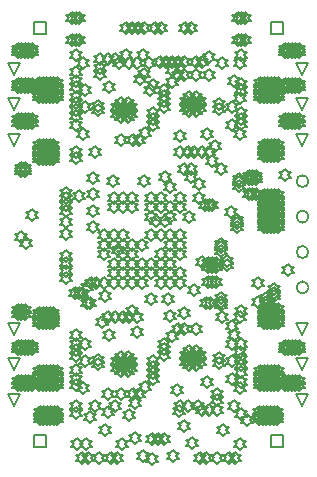
<source format=gbr>
G04*
G04 #@! TF.GenerationSoftware,Altium Limited,Altium Designer,24.1.2 (44)*
G04*
G04 Layer_Color=2752767*
%FSLAX25Y25*%
%MOIN*%
G70*
G04*
G04 #@! TF.SameCoordinates,8AA45DA3-EFE9-42F3-ADE2-6CCF78DF1A05*
G04*
G04*
G04 #@! TF.FilePolarity,Positive*
G04*
G01*
G75*
%ADD10C,0.00500*%
%ADD130C,0.00667*%
D10*
X9811Y147606D02*
Y151606D01*
X13811D01*
Y147606D01*
X9811D01*
X88551D02*
Y151606D01*
X92551D01*
Y147606D01*
X88551D01*
X9811Y9811D02*
Y13811D01*
X13811D01*
Y9811D01*
X9811D01*
X88551D02*
Y13811D01*
X92551D01*
Y9811D01*
X88551D01*
X3150Y122016D02*
X1150Y126016D01*
X5150D01*
X3150Y122016D01*
Y110205D02*
X1150Y114205D01*
X5150D01*
X3150Y110205D01*
Y133827D02*
X1150Y137827D01*
X5150D01*
X3150Y133827D01*
Y23591D02*
X1150Y27591D01*
X5150D01*
X3150Y23591D01*
Y47213D02*
X1150Y51213D01*
X5150D01*
X3150Y47213D01*
Y35402D02*
X1150Y39402D01*
X5150D01*
X3150Y35402D01*
X99213Y122016D02*
X97213Y126016D01*
X101213D01*
X99213Y122016D01*
Y133827D02*
X97213Y137827D01*
X101213D01*
X99213Y133827D01*
Y110205D02*
X97213Y114205D01*
X101213D01*
X99213Y110205D01*
Y47213D02*
X97213Y51213D01*
X101213D01*
X99213Y47213D01*
Y23591D02*
X97213Y27591D01*
X101213D01*
X99213Y23591D01*
Y35402D02*
X97213Y39402D01*
X101213D01*
X99213Y35402D01*
X69190Y88551D02*
X70190Y89551D01*
X71190D01*
X70190Y90551D01*
X71190Y91551D01*
X70190D01*
X69190Y92551D01*
X68190Y91551D01*
X67190D01*
X68190Y90551D01*
X67190Y89551D01*
X68190D01*
X69190Y88551D01*
X68009D02*
X69009Y89551D01*
X70009D01*
X69009Y90551D01*
X70009Y91551D01*
X69009D01*
X68009Y92551D01*
X67009Y91551D01*
X66009D01*
X67009Y90551D01*
X66009Y89551D01*
X67009D01*
X68009Y88551D01*
X25787Y59102D02*
X26787Y60102D01*
X27788D01*
X26787Y61102D01*
X27788Y62102D01*
X26787D01*
X25787Y63102D01*
X24788Y62102D01*
X23787D01*
X24788Y61102D01*
X23787Y60102D01*
X24788D01*
X25787Y59102D01*
X23425D02*
X24425Y60102D01*
X25425D01*
X24425Y61102D01*
X25425Y62102D01*
X24425D01*
X23425Y63102D01*
X22425Y62102D01*
X21425D01*
X22425Y61102D01*
X21425Y60102D01*
X22425D01*
X23425Y59102D01*
X24606D02*
X25606Y60102D01*
X26606D01*
X25606Y61102D01*
X26606Y62102D01*
X25606D01*
X24606Y63102D01*
X23606Y62102D01*
X22606D01*
X23606Y61102D01*
X22606Y60102D01*
X23606D01*
X24606Y59102D01*
X5414Y99772D02*
X6414Y100772D01*
X7414D01*
X6414Y101772D01*
X7414Y102772D01*
X6414D01*
X5414Y103772D01*
X4414Y102772D01*
X3414D01*
X4414Y101772D01*
X3414Y100772D01*
X4414D01*
X5414Y99772D01*
X6595D02*
X7595Y100772D01*
X8595D01*
X7595Y101772D01*
X8595Y102772D01*
X7595D01*
X6595Y103772D01*
X5595Y102772D01*
X4595D01*
X5595Y101772D01*
X4595Y100772D01*
X5595D01*
X6595Y99772D01*
X5414Y100953D02*
X6414Y101953D01*
X7414D01*
X6414Y102953D01*
X7414Y103953D01*
X6414D01*
X5414Y104953D01*
X4414Y103953D01*
X3414D01*
X4414Y102953D01*
X3414Y101953D01*
X4414D01*
X5414Y100953D01*
X6595D02*
X7595Y101953D01*
X8595D01*
X7595Y102953D01*
X8595Y103953D01*
X7595D01*
X6595Y104953D01*
X5595Y103953D01*
X4595D01*
X5595Y102953D01*
X4595Y101953D01*
X5595D01*
X6595Y100953D01*
X36220Y68866D02*
X37220Y69866D01*
X38221D01*
X37220Y70866D01*
X38221Y71866D01*
X37220D01*
X36220Y72866D01*
X35221Y71866D01*
X34220D01*
X35221Y70866D01*
X34220Y69866D01*
X35221D01*
X36220Y68866D01*
X34252Y51150D02*
X35252Y52150D01*
X36252D01*
X35252Y53150D01*
X36252Y54150D01*
X35252D01*
X34252Y55150D01*
X33252Y54150D01*
X32252D01*
X33252Y53150D01*
X32252Y52150D01*
X33252D01*
X34252Y51150D01*
X83701Y98295D02*
X84701Y99295D01*
X85701D01*
X84701Y100295D01*
X85701Y101295D01*
X84701D01*
X83701Y102295D01*
X82701Y101295D01*
X81701D01*
X82701Y100295D01*
X81701Y99295D01*
X82701D01*
X83701Y98295D01*
X81339D02*
X82339Y99295D01*
X83338D01*
X82339Y100295D01*
X83338Y101295D01*
X82339D01*
X81339Y102295D01*
X80339Y101295D01*
X79339D01*
X80339Y100295D01*
X79339Y99295D01*
X80339D01*
X81339Y98295D01*
X82520D02*
X83520Y99295D01*
X84520D01*
X83520Y100295D01*
X84520Y101295D01*
X83520D01*
X82520Y102295D01*
X81520Y101295D01*
X80520D01*
X81520Y100295D01*
X80520Y99295D01*
X81520D01*
X82520Y98295D01*
X81339Y97114D02*
X82339Y98114D01*
X83338D01*
X82339Y99114D01*
X83338Y100114D01*
X82339D01*
X81339Y101114D01*
X80339Y100114D01*
X79339D01*
X80339Y99114D01*
X79339Y98114D01*
X80339D01*
X81339Y97114D01*
X82520D02*
X83520Y98114D01*
X84520D01*
X83520Y99114D01*
X84520Y100114D01*
X83520D01*
X82520Y101114D01*
X81520Y100114D01*
X80520D01*
X81520Y99114D01*
X80520Y98114D01*
X81520D01*
X82520Y97114D01*
X83701D02*
X84701Y98114D01*
X85701D01*
X84701Y99114D01*
X85701Y100114D01*
X84701D01*
X83701Y101114D01*
X82701Y100114D01*
X81701D01*
X82701Y99114D01*
X81701Y98114D01*
X82701D01*
X83701Y97114D01*
X70236Y69161D02*
X71236Y70161D01*
X72236D01*
X71236Y71161D01*
X72236Y72161D01*
X71236D01*
X70236Y73161D01*
X69236Y72161D01*
X68236D01*
X69236Y71161D01*
X68236Y70161D01*
X69236D01*
X70236Y69161D01*
X69055D02*
X70055Y70161D01*
X71055D01*
X70055Y71161D01*
X71055Y72161D01*
X70055D01*
X69055Y73161D01*
X68055Y72161D01*
X67055D01*
X68055Y71161D01*
X67055Y70161D01*
X68055D01*
X69055Y69161D01*
X67874D02*
X68874Y70161D01*
X69874D01*
X68874Y71161D01*
X69874Y72161D01*
X68874D01*
X67874Y73161D01*
X66874Y72161D01*
X65874D01*
X66874Y71161D01*
X65874Y70161D01*
X66874D01*
X67874Y69161D01*
X70236Y67980D02*
X71236Y68980D01*
X72236D01*
X71236Y69980D01*
X72236Y70980D01*
X71236D01*
X70236Y71980D01*
X69236Y70980D01*
X68236D01*
X69236Y69980D01*
X68236Y68980D01*
X69236D01*
X70236Y67980D01*
X69055D02*
X70055Y68980D01*
X71055D01*
X70055Y69980D01*
X71055Y70980D01*
X70055D01*
X69055Y71980D01*
X68055Y70980D01*
X67055D01*
X68055Y69980D01*
X67055Y68980D01*
X68055D01*
X69055Y67980D01*
X67874D02*
X68874Y68980D01*
X69874D01*
X68874Y69980D01*
X69874Y70980D01*
X68874D01*
X67874Y71980D01*
X66874Y70980D01*
X65874D01*
X66874Y69980D01*
X65874Y68980D01*
X66874D01*
X67874Y67980D01*
X72047Y73197D02*
X73047Y74197D01*
X74047D01*
X73047Y75197D01*
X74047Y76197D01*
X73047D01*
X72047Y77197D01*
X71047Y76197D01*
X70047D01*
X71047Y75197D01*
X70047Y74197D01*
X71047D01*
X72047Y73197D01*
Y74378D02*
X73047Y75378D01*
X74047D01*
X73047Y76378D01*
X74047Y77378D01*
X73047D01*
X72047Y78378D01*
X71047Y77378D01*
X70047D01*
X71047Y76378D01*
X70047Y75378D01*
X71047D01*
X72047Y74378D01*
Y75559D02*
X73047Y76559D01*
X74047D01*
X73047Y77559D01*
X74047Y78559D01*
X73047D01*
X72047Y79559D01*
X71047Y78559D01*
X70047D01*
X71047Y77559D01*
X70047Y76559D01*
X71047D01*
X72047Y75559D01*
X67874Y62862D02*
X68874Y63862D01*
X69874D01*
X68874Y64862D01*
X69874Y65862D01*
X68874D01*
X67874Y66862D01*
X66874Y65862D01*
X65874D01*
X66874Y64862D01*
X65874Y63862D01*
X66874D01*
X67874Y62862D01*
X69055D02*
X70055Y63862D01*
X71055D01*
X70055Y64862D01*
X71055Y65862D01*
X70055D01*
X69055Y66862D01*
X68055Y65862D01*
X67055D01*
X68055Y64862D01*
X67055Y63862D01*
X68055D01*
X69055Y62862D01*
X70236D02*
X71236Y63862D01*
X72236D01*
X71236Y64862D01*
X72236Y65862D01*
X71236D01*
X70236Y66862D01*
X69236Y65862D01*
X68236D01*
X69236Y64862D01*
X68236Y63862D01*
X69236D01*
X70236Y62862D01*
X59842Y52528D02*
X60843Y53528D01*
X61843D01*
X60843Y54528D01*
X61843Y55528D01*
X60843D01*
X59842Y56528D01*
X58842Y55528D01*
X57842D01*
X58842Y54528D01*
X57842Y53528D01*
X58842D01*
X59842Y52528D01*
X75754Y42291D02*
X76754Y43291D01*
X77754D01*
X76754Y44291D01*
X77754Y45291D01*
X76754D01*
X75754Y46291D01*
X74754Y45291D01*
X73754D01*
X74754Y44291D01*
X73754Y43291D01*
X74754D01*
X75754Y42291D01*
X71457Y37370D02*
X72457Y38370D01*
X73457D01*
X72457Y39370D01*
X73457Y40370D01*
X72457D01*
X71457Y41370D01*
X70457Y40370D01*
X69457D01*
X70457Y39370D01*
X69457Y38370D01*
X70457D01*
X71457Y37370D01*
X71457Y35795D02*
X72457Y36795D01*
X73457D01*
X72457Y37795D01*
X73457Y38795D01*
X72457D01*
X71457Y39795D01*
X70457Y38795D01*
X69457D01*
X70457Y37795D01*
X69457Y36795D01*
X70457D01*
X71457Y35795D01*
X64370Y21622D02*
X65370Y22622D01*
X66370D01*
X65370Y23622D01*
X66370Y24622D01*
X65370D01*
X64370Y25622D01*
X63370Y24622D01*
X62370D01*
X63370Y23622D01*
X62370Y22622D01*
X63370D01*
X64370Y21622D01*
X37992Y135795D02*
X38992Y136795D01*
X39992D01*
X38992Y137795D01*
X39992Y138795D01*
X38992D01*
X37992Y139795D01*
X36992Y138795D01*
X35992D01*
X36992Y137795D01*
X35992Y136795D01*
X36992D01*
X37992Y135795D01*
X6693Y53315D02*
X7693Y54315D01*
X8693D01*
X7693Y55315D01*
X8693Y56315D01*
X7693D01*
X6693Y57315D01*
X5693Y56315D01*
X4693D01*
X5693Y55315D01*
X4693Y54315D01*
X5693D01*
X6693Y53315D01*
Y52134D02*
X7693Y53134D01*
X8693D01*
X7693Y54134D01*
X8693Y55134D01*
X7693D01*
X6693Y56134D01*
X5693Y55134D01*
X4693D01*
X5693Y54134D01*
X4693Y53134D01*
X5693D01*
X6693Y52134D01*
X5512Y53315D02*
X6512Y54315D01*
X7512D01*
X6512Y55315D01*
X7512Y56315D01*
X6512D01*
X5512Y57315D01*
X4512Y56315D01*
X3512D01*
X4512Y55315D01*
X3512Y54315D01*
X4512D01*
X5512Y53315D01*
Y52134D02*
X6512Y53134D01*
X7512D01*
X6512Y54134D01*
X7512Y55134D01*
X6512D01*
X5512Y56134D01*
X4512Y55134D01*
X3512D01*
X4512Y54134D01*
X3512Y53134D01*
X4512D01*
X5512Y52134D01*
X4331Y53315D02*
X5331Y54315D01*
X6331D01*
X5331Y55315D01*
X6331Y56315D01*
X5331D01*
X4331Y57315D01*
X3331Y56315D01*
X2331D01*
X3331Y55315D01*
X2331Y54315D01*
X3331D01*
X4331Y53315D01*
Y52134D02*
X5331Y53134D01*
X6331D01*
X5331Y54134D01*
X6331Y55134D01*
X5331D01*
X4331Y56134D01*
X3331Y55134D01*
X2331D01*
X3331Y54134D01*
X2331Y53134D01*
X3331D01*
X4331Y52134D01*
X59646Y100362D02*
X60646Y101362D01*
X61646D01*
X60646Y102362D01*
X61646Y103362D01*
X60646D01*
X59646Y104362D01*
X58646Y103362D01*
X57646D01*
X58646Y102362D01*
X57646Y101362D01*
X58646D01*
X59646Y100362D01*
X53543Y97803D02*
X54543Y98803D01*
X55543D01*
X54543Y99803D01*
X55543Y100803D01*
X54543D01*
X53543Y101803D01*
X52543Y100803D01*
X51543D01*
X52543Y99803D01*
X51543Y98803D01*
X52543D01*
X53543Y97803D01*
X49242Y117094D02*
X50242Y118094D01*
X51242D01*
X50242Y119094D01*
X51242Y120094D01*
X50242D01*
X49242Y121094D01*
X48242Y120094D01*
X47242D01*
X48242Y119094D01*
X47242Y118094D01*
X48242D01*
X49242Y117094D01*
X68898Y103118D02*
X69898Y104118D01*
X70898D01*
X69898Y105118D01*
X70898Y106118D01*
X69898D01*
X68898Y107118D01*
X67898Y106118D01*
X66898D01*
X67898Y105118D01*
X66898Y104118D01*
X67898D01*
X68898Y103118D01*
X72047Y100362D02*
X73047Y101362D01*
X74047D01*
X73047Y102362D01*
X74047Y103362D01*
X73047D01*
X72047Y104362D01*
X71047Y103362D01*
X70047D01*
X71047Y102362D01*
X70047Y101362D01*
X71047D01*
X72047Y100362D01*
X9055Y85008D02*
X10055Y86008D01*
X11055D01*
X10055Y87008D01*
X11055Y88008D01*
X10055D01*
X9055Y89008D01*
X8055Y88008D01*
X7055D01*
X8055Y87008D01*
X7055Y86008D01*
X8055D01*
X9055Y85008D01*
X5315Y77921D02*
X6315Y78921D01*
X7315D01*
X6315Y79921D01*
X7315Y80921D01*
X6315D01*
X5315Y81921D01*
X4315Y80921D01*
X3315D01*
X4315Y79921D01*
X3315Y78921D01*
X4315D01*
X5315Y77921D01*
X7058Y75756D02*
X8058Y76756D01*
X9058D01*
X8058Y77756D01*
X9058Y78756D01*
X8058D01*
X7058Y79756D01*
X6058Y78756D01*
X5058D01*
X6058Y77756D01*
X5058Y76756D01*
X6058D01*
X7058Y75756D01*
X66828Y88551D02*
X67828Y89551D01*
X68828D01*
X67828Y90551D01*
X68828Y91551D01*
X67828D01*
X66828Y92551D01*
X65828Y91551D01*
X64828D01*
X65828Y90551D01*
X64828Y89551D01*
X65828D01*
X66828Y88551D01*
X64668Y90913D02*
X65668Y91913D01*
X66668D01*
X65668Y92913D01*
X66668Y93913D01*
X65668D01*
X64668Y94913D01*
X63668Y93913D01*
X62668D01*
X63668Y92913D01*
X62668Y91913D01*
X63668D01*
X64668Y90913D01*
X65748Y20244D02*
X66748Y21244D01*
X67748D01*
X66748Y22244D01*
X67748Y23244D01*
X66748D01*
X65748Y24244D01*
X64748Y23244D01*
X63748D01*
X64748Y22244D01*
X63748Y21244D01*
X64748D01*
X65748Y20244D01*
X70669Y25362D02*
X71669Y26362D01*
X72669D01*
X71669Y27362D01*
X72669Y28362D01*
X71669D01*
X70669Y29362D01*
X69669Y28362D01*
X68669D01*
X69669Y27362D01*
X68669Y26362D01*
X69669D01*
X70669Y25362D01*
Y23394D02*
X71669Y24394D01*
X72669D01*
X71669Y25394D01*
X72669Y26394D01*
X71669D01*
X70669Y27394D01*
X69669Y26394D01*
X68669D01*
X69669Y25394D01*
X68669Y24394D01*
X69669D01*
X70669Y23394D01*
X46063Y138354D02*
X47063Y139354D01*
X48063D01*
X47063Y140354D01*
X48063Y141354D01*
X47063D01*
X46063Y142354D01*
X45063Y141354D01*
X44063D01*
X45063Y140354D01*
X44063Y139354D01*
X45063D01*
X46063Y138354D01*
X48031Y135795D02*
X49031Y136795D01*
X50032D01*
X49031Y137795D01*
X50032Y138795D01*
X49031D01*
X48031Y139795D01*
X47032Y138795D01*
X46031D01*
X47032Y137795D01*
X46031Y136795D01*
X47032D01*
X48031Y135795D01*
X51772Y135992D02*
X52772Y136992D01*
X53772D01*
X52772Y137992D01*
X53772Y138992D01*
X52772D01*
X51772Y139992D01*
X50772Y138992D01*
X49772D01*
X50772Y137992D01*
X49772Y136992D01*
X50772D01*
X51772Y135992D01*
X34254Y137173D02*
X35254Y138173D01*
X36254D01*
X35254Y139173D01*
X36254Y140173D01*
X35254D01*
X34254Y141173D01*
X33254Y140173D01*
X32254D01*
X33254Y139173D01*
X32254Y138173D01*
X33254D01*
X34254Y137173D01*
X39370Y62567D02*
X40370Y63567D01*
X41370D01*
X40370Y64567D01*
X41370Y65567D01*
X40370D01*
X39370Y66567D01*
X38370Y65567D01*
X37370D01*
X38370Y64567D01*
X37370Y63567D01*
X38370D01*
X39370Y62567D01*
X26969Y8827D02*
X27968Y9827D01*
X28969D01*
X27968Y10827D01*
X28969Y11827D01*
X27968D01*
X26969Y12827D01*
X25969Y11827D01*
X24969D01*
X25969Y10827D01*
X24969Y9827D01*
X25969D01*
X26969Y8827D01*
X84449Y56071D02*
X85449Y57071D01*
X86449D01*
X85449Y58071D01*
X86449Y59071D01*
X85449D01*
X84449Y60071D01*
X83449Y59071D01*
X82449D01*
X83449Y58071D01*
X82449Y57071D01*
X83449D01*
X84449Y56071D01*
X40355Y147606D02*
X41355Y148606D01*
X42355D01*
X41355Y149606D01*
X42355Y150606D01*
X41355D01*
X40355Y151606D01*
X39355Y150606D01*
X38355D01*
X39355Y149606D01*
X38355Y148606D01*
X39355D01*
X40355Y147606D01*
X62008D02*
X63008Y148606D01*
X64008D01*
X63008Y149606D01*
X64008Y150606D01*
X63008D01*
X62008Y151606D01*
X61008Y150606D01*
X60008D01*
X61008Y149606D01*
X60008Y148606D01*
X61008D01*
X62008Y147606D01*
X40354Y138354D02*
X41354Y139354D01*
X42354D01*
X41354Y140354D01*
X42354Y141354D01*
X41354D01*
X40354Y142354D01*
X39354Y141354D01*
X38354D01*
X39354Y140354D01*
X38354Y139354D01*
X39354D01*
X40354Y138354D01*
X41339Y135795D02*
X42339Y136795D01*
X43339D01*
X42339Y137795D01*
X43339Y138795D01*
X42339D01*
X41339Y139795D01*
X40339Y138795D01*
X39339D01*
X40339Y137795D01*
X39339Y136795D01*
X40339D01*
X41339Y135795D01*
X25984D02*
X26984Y136795D01*
X27984D01*
X26984Y137795D01*
X27984Y138795D01*
X26984D01*
X25984Y139795D01*
X24984Y138795D01*
X23984D01*
X24984Y137795D01*
X23984Y136795D01*
X24984D01*
X25984Y135795D01*
X23819Y132843D02*
X24819Y133843D01*
X25819D01*
X24819Y134843D01*
X25819Y135843D01*
X24819D01*
X23819Y136843D01*
X22819Y135843D01*
X21819D01*
X22819Y134843D01*
X21819Y133843D01*
X22819D01*
X23819Y132843D01*
X20472Y86583D02*
X21472Y87583D01*
X22472D01*
X21472Y88583D01*
X22472Y89583D01*
X21472D01*
X20472Y90583D01*
X19472Y89583D01*
X18472D01*
X19472Y88583D01*
X18472Y87583D01*
X19472D01*
X20472Y86583D01*
X17323Y126740D02*
X18323Y127740D01*
X19323D01*
X18323Y128740D01*
X19323Y129740D01*
X18323D01*
X17323Y130740D01*
X16323Y129740D01*
X15323D01*
X16323Y128740D01*
X15323Y127740D01*
X16323D01*
X17323Y126740D01*
Y127921D02*
X18323Y128921D01*
X19323D01*
X18323Y129921D01*
X19323Y130921D01*
X18323D01*
X17323Y131921D01*
X16323Y130921D01*
X15323D01*
X16323Y129921D01*
X15323Y128921D01*
X16323D01*
X17323Y127921D01*
Y129102D02*
X18323Y130102D01*
X19323D01*
X18323Y131102D01*
X19323Y132102D01*
X18323D01*
X17323Y133102D01*
X16323Y132102D01*
X15323D01*
X16323Y131102D01*
X15323Y130102D01*
X16323D01*
X17323Y129102D01*
X20472Y66504D02*
X21472Y67504D01*
X22472D01*
X21472Y68504D01*
X22472Y69504D01*
X21472D01*
X20472Y70504D01*
X19472Y69504D01*
X18472D01*
X19472Y68504D01*
X18472Y67504D01*
X19472D01*
X20472Y66504D01*
X23622Y150953D02*
X24622Y151953D01*
X25622D01*
X24622Y152953D01*
X25622Y153953D01*
X24622D01*
X23622Y154953D01*
X22622Y153953D01*
X21622D01*
X22622Y152953D01*
X21622Y151953D01*
X22622D01*
X23622Y150953D01*
X24803D02*
X25803Y151953D01*
X26803D01*
X25803Y152953D01*
X26803Y153953D01*
X25803D01*
X24803Y154953D01*
X23803Y153953D01*
X22803D01*
X23803Y152953D01*
X22803Y151953D01*
X23803D01*
X24803Y150953D01*
X22441D02*
X23441Y151953D01*
X24441D01*
X23441Y152953D01*
X24441Y153953D01*
X23441D01*
X22441Y154953D01*
X21441Y153953D01*
X20441D01*
X21441Y152953D01*
X20441Y151953D01*
X21441D01*
X22441Y150953D01*
X78740D02*
X79740Y151953D01*
X80740D01*
X79740Y152953D01*
X80740Y153953D01*
X79740D01*
X78740Y154953D01*
X77740Y153953D01*
X76740D01*
X77740Y152953D01*
X76740Y151953D01*
X77740D01*
X78740Y150953D01*
X79921D02*
X80921Y151953D01*
X81921D01*
X80921Y152953D01*
X81921Y153953D01*
X80921D01*
X79921Y154953D01*
X78921Y153953D01*
X77921D01*
X78921Y152953D01*
X77921Y151953D01*
X78921D01*
X79921Y150953D01*
X77559D02*
X78559Y151953D01*
X79559D01*
X78559Y152953D01*
X79559Y153953D01*
X78559D01*
X77559Y154953D01*
X76559Y153953D01*
X75559D01*
X76559Y152953D01*
X75559Y151953D01*
X76559D01*
X77559Y150953D01*
X61423Y37370D02*
X62423Y38370D01*
X63423D01*
X62423Y39370D01*
X63423Y40370D01*
X62423D01*
X61423Y41370D01*
X60423Y40370D01*
X59423D01*
X60423Y39370D01*
X59423Y38370D01*
X60423D01*
X61423Y37370D01*
X63785D02*
X64785Y38370D01*
X65785D01*
X64785Y39370D01*
X65785Y40370D01*
X64785D01*
X63785Y41370D01*
X62785Y40370D01*
X61785D01*
X62785Y39370D01*
X61785Y38370D01*
X62785D01*
X63785Y37370D01*
X62604Y36189D02*
X63604Y37189D01*
X64604D01*
X63604Y38188D01*
X64604Y39189D01*
X63604D01*
X62604Y40189D01*
X61604Y39189D01*
X60604D01*
X61604Y38188D01*
X60604Y37189D01*
X61604D01*
X62604Y36189D01*
Y38551D02*
X63604Y39551D01*
X64604D01*
X63604Y40551D01*
X64604Y41551D01*
X63604D01*
X62604Y42551D01*
X61604Y41551D01*
X60604D01*
X61604Y40551D01*
X60604Y39551D01*
X61604D01*
X62604Y38551D01*
X60242Y36189D02*
X61242Y37189D01*
X62242D01*
X61242Y38188D01*
X62242Y39189D01*
X61242D01*
X60242Y40189D01*
X59242Y39189D01*
X58242D01*
X59242Y38188D01*
X58242Y37189D01*
X59242D01*
X60242Y36189D01*
X61423Y35007D02*
X62423Y36007D01*
X63423D01*
X62423Y37007D01*
X63423Y38007D01*
X62423D01*
X61423Y39007D01*
X60423Y38007D01*
X59423D01*
X60423Y37007D01*
X59423Y36007D01*
X60423D01*
X61423Y35007D01*
X63785D02*
X64785Y36007D01*
X65785D01*
X64785Y37007D01*
X65785Y38007D01*
X64785D01*
X63785Y39007D01*
X62785Y38007D01*
X61785D01*
X62785Y37007D01*
X61785Y36007D01*
X62785D01*
X63785Y35007D01*
X64966Y36189D02*
X65966Y37189D01*
X66966D01*
X65966Y38188D01*
X66966Y39189D01*
X65966D01*
X64966Y40189D01*
X63966Y39189D01*
X62966D01*
X63966Y38188D01*
X62966Y37189D01*
X63966D01*
X64966Y36189D01*
Y38551D02*
X65966Y39551D01*
X66966D01*
X65966Y40551D01*
X66966Y41551D01*
X65966D01*
X64966Y42551D01*
X63966Y41551D01*
X62966D01*
X63966Y40551D01*
X62966Y39551D01*
X63966D01*
X64966Y38551D01*
X63785Y39732D02*
X64785Y40732D01*
X65785D01*
X64785Y41732D01*
X65785Y42732D01*
X64785D01*
X63785Y43732D01*
X62785Y42732D01*
X61785D01*
X62785Y41732D01*
X61785Y40732D01*
X62785D01*
X63785Y39732D01*
X61423D02*
X62423Y40732D01*
X63423D01*
X62423Y41732D01*
X63423Y42732D01*
X62423D01*
X61423Y43732D01*
X60423Y42732D01*
X59423D01*
X60423Y41732D01*
X59423Y40732D01*
X60423D01*
X61423Y39732D01*
X60242Y38551D02*
X61242Y39551D01*
X62242D01*
X61242Y40551D01*
X62242Y41551D01*
X61242D01*
X60242Y42551D01*
X59242Y41551D01*
X58242D01*
X59242Y40551D01*
X58242Y39551D01*
X59242D01*
X60242Y38551D01*
X53120Y38354D02*
X54120Y39354D01*
X55120D01*
X54120Y40354D01*
X55120Y41354D01*
X54120D01*
X53120Y42354D01*
X52120Y41354D01*
X51120D01*
X52120Y40354D01*
X51120Y39354D01*
X52120D01*
X53120Y38354D01*
Y40323D02*
X54120Y41323D01*
X55120D01*
X54120Y42323D01*
X55120Y43323D01*
X54120D01*
X53120Y44323D01*
X52120Y43323D01*
X51120D01*
X52120Y42323D01*
X51120Y41323D01*
X52120D01*
X53120Y40323D01*
X38577Y120048D02*
X39577Y121048D01*
X40577D01*
X39577Y122048D01*
X40577Y123048D01*
X39577D01*
X38577Y124048D01*
X37577Y123048D01*
X36577D01*
X37577Y122048D01*
X36577Y121048D01*
X37577D01*
X38577Y120048D01*
X40939D02*
X41939Y121048D01*
X42939D01*
X41939Y122048D01*
X42939Y123048D01*
X41939D01*
X40939Y124048D01*
X39939Y123048D01*
X38939D01*
X39939Y122048D01*
X38939Y121048D01*
X39939D01*
X40939Y120048D01*
X39758Y118867D02*
X40758Y119867D01*
X41758D01*
X40758Y120867D01*
X41758Y121867D01*
X40758D01*
X39758Y122867D01*
X38758Y121867D01*
X37758D01*
X38758Y120867D01*
X37758Y119867D01*
X38758D01*
X39758Y118867D01*
Y121229D02*
X40758Y122229D01*
X41758D01*
X40758Y123229D01*
X41758Y124229D01*
X40758D01*
X39758Y125229D01*
X38758Y124229D01*
X37758D01*
X38758Y123229D01*
X37758Y122229D01*
X38758D01*
X39758Y121229D01*
X37396Y118867D02*
X38396Y119867D01*
X39396D01*
X38396Y120867D01*
X39396Y121867D01*
X38396D01*
X37396Y122867D01*
X36396Y121867D01*
X35396D01*
X36396Y120867D01*
X35396Y119867D01*
X36396D01*
X37396Y118867D01*
X38577Y117685D02*
X39577Y118685D01*
X40577D01*
X39577Y119685D01*
X40577Y120686D01*
X39577D01*
X38577Y121686D01*
X37577Y120686D01*
X36577D01*
X37577Y119685D01*
X36577Y118685D01*
X37577D01*
X38577Y117685D01*
X40939D02*
X41939Y118685D01*
X42939D01*
X41939Y119685D01*
X42939Y120686D01*
X41939D01*
X40939Y121686D01*
X39939Y120686D01*
X38939D01*
X39939Y119685D01*
X38939Y118685D01*
X39939D01*
X40939Y117685D01*
X42121Y118867D02*
X43121Y119867D01*
X44120D01*
X43121Y120867D01*
X44120Y121867D01*
X43121D01*
X42121Y122867D01*
X41120Y121867D01*
X40121D01*
X41120Y120867D01*
X40121Y119867D01*
X41120D01*
X42121Y118867D01*
Y121229D02*
X43121Y122229D01*
X44120D01*
X43121Y123229D01*
X44120Y124229D01*
X43121D01*
X42121Y125229D01*
X41120Y124229D01*
X40121D01*
X41120Y123229D01*
X40121Y122229D01*
X41120D01*
X42121Y121229D01*
X40939Y122410D02*
X41939Y123410D01*
X42939D01*
X41939Y124410D01*
X42939Y125410D01*
X41939D01*
X40939Y126410D01*
X39939Y125410D01*
X38939D01*
X39939Y124410D01*
X38939Y123410D01*
X39939D01*
X40939Y122410D01*
X38577D02*
X39577Y123410D01*
X40577D01*
X39577Y124410D01*
X40577Y125410D01*
X39577D01*
X38577Y126410D01*
X37577Y125410D01*
X36577D01*
X37577Y124410D01*
X36577Y123410D01*
X37577D01*
X38577Y122410D01*
X37396Y121229D02*
X38396Y122229D01*
X39396D01*
X38396Y123229D01*
X39396Y124229D01*
X38396D01*
X37396Y125229D01*
X36396Y124229D01*
X35396D01*
X36396Y123229D01*
X35396Y122229D01*
X36396D01*
X37396Y121229D01*
X58268Y106268D02*
X59268Y107268D01*
X60268D01*
X59268Y108268D01*
X60268Y109268D01*
X59268D01*
X58268Y110268D01*
X57268Y109268D01*
X56268D01*
X57268Y108268D01*
X56268Y107268D01*
X57268D01*
X58268Y106268D01*
X60242Y120834D02*
X61242Y121834D01*
X62242D01*
X61242Y122834D01*
X62242Y123834D01*
X61242D01*
X60242Y124834D01*
X59242Y123834D01*
X58242D01*
X59242Y122834D01*
X58242Y121834D01*
X59242D01*
X60242Y120834D01*
X58268Y111386D02*
X59268Y112386D01*
X60268D01*
X59268Y113386D01*
X60268Y114386D01*
X59268D01*
X58268Y115386D01*
X57268Y114386D01*
X56268D01*
X57268Y113386D01*
X56268Y112386D01*
X57268D01*
X58268Y111386D01*
X60242Y123196D02*
X61242Y124196D01*
X62242D01*
X61242Y125196D01*
X62242Y126196D01*
X61242D01*
X60242Y127196D01*
X59242Y126196D01*
X58242D01*
X59242Y125196D01*
X58242Y124196D01*
X59242D01*
X60242Y123196D01*
X61423Y122015D02*
X62423Y123015D01*
X63423D01*
X62423Y124015D01*
X63423Y125015D01*
X62423D01*
X61423Y126015D01*
X60423Y125015D01*
X59423D01*
X60423Y124015D01*
X59423Y123015D01*
X60423D01*
X61423Y122015D01*
X63785D02*
X64785Y123015D01*
X65785D01*
X64785Y124015D01*
X65785Y125015D01*
X64785D01*
X63785Y126015D01*
X62785Y125015D01*
X61785D01*
X62785Y124015D01*
X61785Y123015D01*
X62785D01*
X63785Y122015D01*
X62604Y120834D02*
X63604Y121834D01*
X64604D01*
X63604Y122834D01*
X64604Y123834D01*
X63604D01*
X62604Y124834D01*
X61604Y123834D01*
X60604D01*
X61604Y122834D01*
X60604Y121834D01*
X61604D01*
X62604Y120834D01*
Y123196D02*
X63604Y124196D01*
X64604D01*
X63604Y125196D01*
X64604Y126196D01*
X63604D01*
X62604Y127196D01*
X61604Y126196D01*
X60604D01*
X61604Y125196D01*
X60604Y124196D01*
X61604D01*
X62604Y123196D01*
X61423Y119653D02*
X62423Y120653D01*
X63423D01*
X62423Y121653D01*
X63423Y122653D01*
X62423D01*
X61423Y123653D01*
X60423Y122653D01*
X59423D01*
X60423Y121653D01*
X59423Y120653D01*
X60423D01*
X61423Y119653D01*
X63785D02*
X64785Y120653D01*
X65785D01*
X64785Y121653D01*
X65785Y122653D01*
X64785D01*
X63785Y123653D01*
X62785Y122653D01*
X61785D01*
X62785Y121653D01*
X61785Y120653D01*
X62785D01*
X63785Y119653D01*
X64966Y120834D02*
X65966Y121834D01*
X66966D01*
X65966Y122834D01*
X66966Y123834D01*
X65966D01*
X64966Y124834D01*
X63966Y123834D01*
X62966D01*
X63966Y122834D01*
X62966Y121834D01*
X63966D01*
X64966Y120834D01*
Y123196D02*
X65966Y124196D01*
X66966D01*
X65966Y125196D01*
X66966Y126196D01*
X65966D01*
X64966Y127196D01*
X63966Y126196D01*
X62966D01*
X63966Y125196D01*
X62966Y124196D01*
X63966D01*
X64966Y123196D01*
X63785Y124377D02*
X64785Y125377D01*
X65785D01*
X64785Y126377D01*
X65785Y127377D01*
X64785D01*
X63785Y128377D01*
X62785Y127377D01*
X61785D01*
X62785Y126377D01*
X61785Y125377D01*
X62785D01*
X63785Y124377D01*
X61423D02*
X62423Y125377D01*
X63423D01*
X62423Y126377D01*
X63423Y127377D01*
X62423D01*
X61423Y128377D01*
X60423Y127377D01*
X59423D01*
X60423Y126377D01*
X59423Y125377D01*
X60423D01*
X61423Y124377D01*
X37396Y36583D02*
X38396Y37583D01*
X39396D01*
X38396Y38583D01*
X39396Y39583D01*
X38396D01*
X37396Y40583D01*
X36396Y39583D01*
X35396D01*
X36396Y38583D01*
X35396Y37583D01*
X36396D01*
X37396Y36583D01*
X38577Y37764D02*
X39577Y38764D01*
X40577D01*
X39577Y39764D01*
X40577Y40764D01*
X39577D01*
X38577Y41764D01*
X37577Y40764D01*
X36577D01*
X37577Y39764D01*
X36577Y38764D01*
X37577D01*
X38577Y37764D01*
X40939D02*
X41939Y38764D01*
X42939D01*
X41939Y39764D01*
X42939Y40764D01*
X41939D01*
X40939Y41764D01*
X39939Y40764D01*
X38939D01*
X39939Y39764D01*
X38939Y38764D01*
X39939D01*
X40939Y37764D01*
X42121Y36583D02*
X43121Y37583D01*
X44120D01*
X43121Y38583D01*
X44120Y39583D01*
X43121D01*
X42121Y40583D01*
X41120Y39583D01*
X40121D01*
X41120Y38583D01*
X40121Y37583D01*
X41120D01*
X42121Y36583D01*
Y34221D02*
X43121Y35221D01*
X44120D01*
X43121Y36221D01*
X44120Y37221D01*
X43121D01*
X42121Y38221D01*
X41120Y37221D01*
X40121D01*
X41120Y36221D01*
X40121Y35221D01*
X41120D01*
X42121Y34221D01*
X40939Y33040D02*
X41939Y34040D01*
X42939D01*
X41939Y35040D01*
X42939Y36040D01*
X41939D01*
X40939Y37040D01*
X39939Y36040D01*
X38939D01*
X39939Y35040D01*
X38939Y34040D01*
X39939D01*
X40939Y33040D01*
X38577D02*
X39577Y34040D01*
X40577D01*
X39577Y35040D01*
X40577Y36040D01*
X39577D01*
X38577Y37040D01*
X37577Y36040D01*
X36577D01*
X37577Y35040D01*
X36577Y34040D01*
X37577D01*
X38577Y33040D01*
X37396Y34221D02*
X38396Y35221D01*
X39396D01*
X38396Y36221D01*
X39396Y37221D01*
X38396D01*
X37396Y38221D01*
X36396Y37221D01*
X35396D01*
X36396Y36221D01*
X35396Y35221D01*
X36396D01*
X37396Y34221D01*
X39758Y36583D02*
X40758Y37583D01*
X41758D01*
X40758Y38583D01*
X41758Y39583D01*
X40758D01*
X39758Y40583D01*
X38758Y39583D01*
X37758D01*
X38758Y38583D01*
X37758Y37583D01*
X38758D01*
X39758Y36583D01*
Y34221D02*
X40758Y35221D01*
X41758D01*
X40758Y36221D01*
X41758Y37221D01*
X40758D01*
X39758Y38221D01*
X38758Y37221D01*
X37758D01*
X38758Y36221D01*
X37758Y35221D01*
X38758D01*
X39758Y34221D01*
X40939Y35402D02*
X41939Y36402D01*
X42939D01*
X41939Y37402D01*
X42939Y38402D01*
X41939D01*
X40939Y39402D01*
X39939Y38402D01*
X38939D01*
X39939Y37402D01*
X38939Y36402D01*
X39939D01*
X40939Y35402D01*
X38577D02*
X39577Y36402D01*
X40577D01*
X39577Y37402D01*
X40577Y38402D01*
X39577D01*
X38577Y39402D01*
X37577Y38402D01*
X36577D01*
X37577Y37402D01*
X36577Y36402D01*
X37577D01*
X38577Y35402D01*
X56209Y4949D02*
X57209Y5949D01*
X58209D01*
X57209Y6949D01*
X58209Y7949D01*
X57209D01*
X56209Y8949D01*
X55209Y7949D01*
X54209D01*
X55209Y6949D01*
X54209Y5949D01*
X55209D01*
X56209Y4949D01*
X49213Y3856D02*
X50213Y4857D01*
X51213D01*
X50213Y5856D01*
X51213Y6857D01*
X50213D01*
X49213Y7857D01*
X48213Y6857D01*
X47213D01*
X48213Y5856D01*
X47213Y4857D01*
X48213D01*
X49213Y3856D01*
X80709Y16701D02*
X81709Y17701D01*
X82709D01*
X81709Y18701D01*
X82709Y19701D01*
X81709D01*
X80709Y20701D01*
X79709Y19701D01*
X78709D01*
X79709Y18701D01*
X78709Y17701D01*
X79709D01*
X80709Y16701D01*
X74016Y69655D02*
X75016Y70655D01*
X76016D01*
X75016Y71655D01*
X76016Y72655D01*
X75016D01*
X74016Y73655D01*
X73016Y72655D01*
X72016D01*
X73016Y71655D01*
X72016Y70655D01*
X73016D01*
X74016Y69655D01*
X54921Y51346D02*
X55921Y52346D01*
X56921D01*
X55921Y53347D01*
X56921Y54347D01*
X55921D01*
X54921Y55347D01*
X53921Y54347D01*
X52921D01*
X53921Y53347D01*
X52921Y52346D01*
X53921D01*
X54921Y51346D01*
X54528Y57055D02*
X55528Y58055D01*
X56528D01*
X55528Y59055D01*
X56528Y60055D01*
X55528D01*
X54528Y61055D01*
X53528Y60055D01*
X52528D01*
X53528Y59055D01*
X52528Y58055D01*
X53528D01*
X54528Y57055D01*
X46260Y96425D02*
X47260Y97425D01*
X48260D01*
X47260Y98425D01*
X48260Y99425D01*
X47260D01*
X46260Y100425D01*
X45260Y99425D01*
X44260D01*
X45260Y98425D01*
X44260Y97425D01*
X45260D01*
X46260Y96425D01*
X36024Y96622D02*
X37024Y97622D01*
X38024D01*
X37024Y98622D01*
X38024Y99622D01*
X37024D01*
X36024Y100622D01*
X35024Y99622D01*
X34024D01*
X35024Y98622D01*
X34024Y97622D01*
X35024D01*
X36024Y96622D01*
X61417Y84614D02*
X62417Y85614D01*
X63417D01*
X62417Y86614D01*
X63417Y87614D01*
X62417D01*
X61417Y88614D01*
X60417Y87614D01*
X59417D01*
X60417Y86614D01*
X59417Y85614D01*
X60417D01*
X61417Y84614D01*
X48819Y57055D02*
X49819Y58055D01*
X50819D01*
X49819Y59055D01*
X50819Y60055D01*
X49819D01*
X48819Y61055D01*
X47819Y60055D01*
X46819D01*
X47819Y59055D01*
X46819Y58055D01*
X47819D01*
X48819Y57055D01*
X42323Y53118D02*
X43323Y54118D01*
X44323D01*
X43323Y55118D01*
X44323Y56118D01*
X43323D01*
X42323Y57118D01*
X41323Y56118D01*
X40323D01*
X41323Y55118D01*
X40323Y54118D01*
X41323D01*
X42323Y53118D01*
X33465Y58039D02*
X34465Y59039D01*
X35465D01*
X34465Y60039D01*
X35465Y61039D01*
X34465D01*
X33465Y62039D01*
X32465Y61039D01*
X31465D01*
X32465Y60039D01*
X31465Y59039D01*
X32465D01*
X33465Y58039D01*
X65748Y69457D02*
X66748Y70457D01*
X67748D01*
X66748Y71457D01*
X67748Y72457D01*
X66748D01*
X65748Y73457D01*
X64748Y72457D01*
X63748D01*
X64748Y71457D01*
X63748Y70457D01*
X64748D01*
X65748Y69457D01*
X58268Y65716D02*
X59268Y66716D01*
X60268D01*
X59268Y67716D01*
X60268Y68716D01*
X59268D01*
X58268Y69716D01*
X57268Y68716D01*
X56268D01*
X57268Y67716D01*
X56268Y66716D01*
X57268D01*
X58268Y65716D01*
Y72016D02*
X59268Y73016D01*
X60268D01*
X59268Y74016D01*
X60268Y75016D01*
X59268D01*
X58268Y76016D01*
X57268Y75016D01*
X56268D01*
X57268Y74016D01*
X56268Y73016D01*
X57268D01*
X58268Y72016D01*
X48819Y78315D02*
X49819Y79315D01*
X50819D01*
X49819Y80315D01*
X50819Y81315D01*
X49819D01*
X48819Y82315D01*
X47819Y81315D01*
X46819D01*
X47819Y80315D01*
X46819Y79315D01*
X47819D01*
X48819Y78315D01*
X51968D02*
X52968Y79315D01*
X53968D01*
X52968Y80315D01*
X53968Y81315D01*
X52968D01*
X51968Y82315D01*
X50968Y81315D01*
X49968D01*
X50968Y80315D01*
X49968Y79315D01*
X50968D01*
X51968Y78315D01*
X20472Y82842D02*
X21472Y83842D01*
X22472D01*
X21472Y84842D01*
X22472Y85843D01*
X21472D01*
X20472Y86843D01*
X19472Y85843D01*
X18472D01*
X19472Y84842D01*
X18472Y83842D01*
X19472D01*
X20472Y82842D01*
X43307Y22606D02*
X44307Y23606D01*
X45307D01*
X44307Y24606D01*
X45307Y25606D01*
X44307D01*
X43307Y26606D01*
X42307Y25606D01*
X41307D01*
X42307Y24606D01*
X41307Y23606D01*
X42307D01*
X43307Y22606D01*
X24606Y91504D02*
X25606Y92504D01*
X26606D01*
X25606Y93504D01*
X26606Y94504D01*
X25606D01*
X24606Y95504D01*
X23606Y94504D01*
X22606D01*
X23606Y93504D01*
X22606Y92504D01*
X23606D01*
X24606Y91504D01*
X55118Y87764D02*
X56118Y88764D01*
X57118D01*
X56118Y89764D01*
X57118Y90764D01*
X56118D01*
X55118Y91764D01*
X54118Y90764D01*
X53118D01*
X54118Y89764D01*
X53118Y88764D01*
X54118D01*
X55118Y87764D01*
X44882Y130555D02*
X45882Y131555D01*
X46882D01*
X45882Y132555D01*
X46882Y133555D01*
X45882D01*
X44882Y134555D01*
X43882Y133555D01*
X42882D01*
X43882Y132555D01*
X42882Y131555D01*
X43882D01*
X44882Y130555D01*
X49246Y115130D02*
X50246Y116130D01*
X51246D01*
X50246Y117130D01*
X51246Y118130D01*
X50246D01*
X49246Y119130D01*
X48246Y118130D01*
X47246D01*
X48246Y117130D01*
X47246Y116130D01*
X48246D01*
X49246Y115130D01*
X27362Y61189D02*
X28362Y62189D01*
X29362D01*
X28362Y63189D01*
X29362Y64189D01*
X28362D01*
X27362Y65189D01*
X26362Y64189D01*
X25362D01*
X26362Y63189D01*
X25362Y62189D01*
X26362D01*
X27362Y61189D01*
X20472Y69063D02*
X21472Y70063D01*
X22472D01*
X21472Y71063D01*
X22472Y72063D01*
X21472D01*
X20472Y73063D01*
X19472Y72063D01*
X18472D01*
X19472Y71063D01*
X18472Y70063D01*
X19472D01*
X20472Y69063D01*
X44094Y51150D02*
X45094Y52150D01*
X46095D01*
X45094Y53150D01*
X46095Y54150D01*
X45094D01*
X44094Y55150D01*
X43095Y54150D01*
X42094D01*
X43095Y53150D01*
X42094Y52150D01*
X43095D01*
X44094Y51150D01*
X58071Y19654D02*
X59071Y20653D01*
X60071D01*
X59071Y21654D01*
X60071Y22654D01*
X59071D01*
X58071Y23653D01*
X57071Y22654D01*
X56071D01*
X57071Y21654D01*
X56071Y20653D01*
X57071D01*
X58071Y19654D01*
X55118Y94457D02*
X56118Y95457D01*
X57118D01*
X56118Y96457D01*
X57118Y97457D01*
X56118D01*
X55118Y98457D01*
X54118Y97457D01*
X53118D01*
X54118Y96457D01*
X53118Y95457D01*
X54118D01*
X55118Y94457D01*
X46457Y132055D02*
X47457Y133055D01*
X48457D01*
X47457Y134055D01*
X48457Y135055D01*
X47457D01*
X46457Y136055D01*
X45457Y135055D01*
X44457D01*
X45457Y134055D01*
X44457Y133055D01*
X45457D01*
X46457Y132055D01*
X53120Y121031D02*
X54120Y122031D01*
X55120D01*
X54120Y123031D01*
X55120Y124031D01*
X54120D01*
X53120Y125031D01*
X52120Y124031D01*
X51120D01*
X52120Y123031D01*
X51120Y122031D01*
X52120D01*
X53120Y121031D01*
X49242Y36386D02*
X50242Y37386D01*
X51242D01*
X50242Y38386D01*
X51242Y39386D01*
X50242D01*
X49242Y40386D01*
X48242Y39386D01*
X47242D01*
X48242Y38386D01*
X47242Y37386D01*
X48242D01*
X49242Y36386D01*
X53543Y83039D02*
X54543Y84039D01*
X55543D01*
X54543Y85039D01*
X55543Y86039D01*
X54543D01*
X53543Y87039D01*
X52543Y86039D01*
X51543D01*
X52543Y85039D01*
X51543Y84039D01*
X52543D01*
X53543Y83039D01*
X50394D02*
X51394Y84039D01*
X52394D01*
X51394Y85039D01*
X52394Y86039D01*
X51394D01*
X50394Y87039D01*
X49394Y86039D01*
X48394D01*
X49394Y85039D01*
X48394Y84039D01*
X49394D01*
X50394Y83039D01*
X55118Y84614D02*
X56118Y85614D01*
X57118D01*
X56118Y86614D01*
X57118Y87614D01*
X56118D01*
X55118Y88614D01*
X54118Y87614D01*
X53118D01*
X54118Y86614D01*
X53118Y85614D01*
X54118D01*
X55118Y84614D01*
X75787Y48197D02*
X76787Y49197D01*
X77787D01*
X76787Y50197D01*
X77787Y51197D01*
X76787D01*
X75787Y52197D01*
X74787Y51197D01*
X73787D01*
X74787Y50197D01*
X73787Y49197D01*
X74787D01*
X75787Y48197D01*
X20472Y92488D02*
X21472Y93488D01*
X22472D01*
X21472Y94488D01*
X22472Y95488D01*
X21472D01*
X20472Y96488D01*
X19472Y95488D01*
X18472D01*
X19472Y94488D01*
X18472Y93488D01*
X19472D01*
X20472Y92488D01*
Y64142D02*
X21472Y65142D01*
X22472D01*
X21472Y66142D01*
X22472Y67142D01*
X21472D01*
X20472Y68142D01*
X19472Y67142D01*
X18472D01*
X19472Y66142D01*
X18472Y65142D01*
X19472D01*
X20472Y64142D01*
Y71622D02*
X21472Y72622D01*
X22472D01*
X21472Y73622D01*
X22472Y74622D01*
X21472D01*
X20472Y75622D01*
X19472Y74622D01*
X18472D01*
X19472Y73622D01*
X18472Y72622D01*
X19472D01*
X20472Y71622D01*
X28543Y17685D02*
X29543Y18685D01*
X30543D01*
X29543Y19685D01*
X30543Y20685D01*
X29543D01*
X28543Y21685D01*
X27543Y20685D01*
X26543D01*
X27543Y19685D01*
X26543Y18685D01*
X27543D01*
X28543Y17685D01*
X44685Y110205D02*
X45685Y111205D01*
X46685D01*
X45685Y112205D01*
X46685Y113205D01*
X45685D01*
X44685Y114205D01*
X43685Y113205D01*
X42685D01*
X43685Y112205D01*
X42685Y111205D01*
X43685D01*
X44685Y110205D01*
X55709Y133433D02*
X56709Y134433D01*
X57709D01*
X56709Y135433D01*
X57709Y136433D01*
X56709D01*
X55709Y137433D01*
X54709Y136433D01*
X53709D01*
X54709Y135433D01*
X53709Y134433D01*
X54709D01*
X55709Y133433D01*
X59627Y136011D02*
X60627Y137011D01*
X61627D01*
X60627Y138011D01*
X61627Y139011D01*
X60627D01*
X59627Y140011D01*
X58627Y139011D01*
X57627D01*
X58627Y138011D01*
X57627Y137011D01*
X58627D01*
X59627Y136011D01*
X63583Y135992D02*
X64583Y136992D01*
X65583D01*
X64583Y137992D01*
X65583Y138992D01*
X64583D01*
X63583Y139992D01*
X62583Y138992D01*
X61583D01*
X62583Y137992D01*
X61583Y136992D01*
X62583D01*
X63583Y135992D01*
X65748Y135992D02*
X66748Y136992D01*
X67748D01*
X66748Y137992D01*
X67748Y138992D01*
X66748D01*
X65748Y139992D01*
X64748Y138992D01*
X63748D01*
X64748Y137992D01*
X63748Y136992D01*
X64748D01*
X65748Y135992D01*
X68110Y137961D02*
X69110Y138961D01*
X70110D01*
X69110Y139961D01*
X70110Y140961D01*
X69110D01*
X68110Y141961D01*
X67110Y140961D01*
X66110D01*
X67110Y139961D01*
X66110Y138961D01*
X67110D01*
X68110Y137961D01*
X77953Y94949D02*
X78953Y95949D01*
X79953D01*
X78953Y96949D01*
X79953Y97949D01*
X78953D01*
X77953Y98949D01*
X76953Y97949D01*
X75953D01*
X76953Y96949D01*
X75953Y95949D01*
X76953D01*
X77953Y94949D01*
X28543Y55874D02*
X29543Y56874D01*
X30543D01*
X29543Y57874D01*
X30543Y58874D01*
X29543D01*
X28543Y59874D01*
X27543Y58874D01*
X26543D01*
X27543Y57874D01*
X26543Y56874D01*
X27543D01*
X28543Y55874D01*
X27362D02*
X28362Y56874D01*
X29362D01*
X28362Y57874D01*
X29362Y58874D01*
X28362D01*
X27362Y59874D01*
X26362Y58874D01*
X25362D01*
X26362Y57874D01*
X25362Y56874D01*
X26362D01*
X27362Y55874D01*
X20472Y78709D02*
X21472Y79709D01*
X22472D01*
X21472Y80709D01*
X22472Y81709D01*
X21472D01*
X20472Y82709D01*
X19472Y81709D01*
X18472D01*
X19472Y80709D01*
X18472Y79709D01*
X19472D01*
X20472Y78709D01*
X68218Y55874D02*
X69218Y56874D01*
X70218D01*
X69218Y57874D01*
X70218Y58874D01*
X69218D01*
X68218Y59874D01*
X67218Y58874D01*
X66218D01*
X67218Y57874D01*
X66218Y56874D01*
X67218D01*
X68218Y55874D01*
X67037D02*
X68037Y56874D01*
X69037D01*
X68037Y57874D01*
X69037Y58874D01*
X68037D01*
X67037Y59874D01*
X66037Y58874D01*
X65037D01*
X66037Y57874D01*
X65037Y56874D01*
X66037D01*
X67037Y55874D01*
X62891Y60205D02*
X63891Y61205D01*
X64891D01*
X63891Y62205D01*
X64891Y63205D01*
X63891D01*
X62891Y64205D01*
X61891Y63205D01*
X60891D01*
X61891Y62205D01*
X60891Y61205D01*
X61891D01*
X62891Y60205D01*
X81339Y91996D02*
X82339Y92996D01*
X83338D01*
X82339Y93996D01*
X83338Y94996D01*
X82339D01*
X81339Y95996D01*
X80339Y94996D01*
X79339D01*
X80339Y93996D01*
X79339Y92996D01*
X80339D01*
X81339Y91996D01*
X78740Y37173D02*
X79740Y38173D01*
X80740D01*
X79740Y39173D01*
X80740Y40173D01*
X79740D01*
X78740Y41173D01*
X77740Y40173D01*
X76740D01*
X77740Y39173D01*
X76740Y38173D01*
X77740D01*
X78740Y37173D01*
X77953Y97311D02*
X78953Y98311D01*
X79953D01*
X78953Y99311D01*
X79953Y100311D01*
X78953D01*
X77953Y101311D01*
X76953Y100311D01*
X75953D01*
X76953Y99311D01*
X75953Y98311D01*
X76953D01*
X77953Y97311D01*
X93371Y98330D02*
X94371Y99330D01*
X95371D01*
X94371Y100330D01*
X95371Y101330D01*
X94371D01*
X93371Y102330D01*
X92371Y101330D01*
X91371D01*
X92371Y100330D01*
X91371Y99330D01*
X92371D01*
X93371Y98330D01*
X62008Y97803D02*
X63008Y98803D01*
X64008D01*
X63008Y99803D01*
X64008Y100803D01*
X63008D01*
X62008Y101803D01*
X61008Y100803D01*
X60008D01*
X61008Y99803D01*
X60008Y98803D01*
X61008D01*
X62008Y97803D01*
Y100362D02*
X63008Y101362D01*
X64008D01*
X63008Y102362D01*
X64008Y103362D01*
X63008D01*
X62008Y104362D01*
X61008Y103362D01*
X60008D01*
X61008Y102362D01*
X60008Y101362D01*
X61008D01*
X62008Y100362D01*
X94488Y66898D02*
X95488Y67898D01*
X96488D01*
X95488Y68898D01*
X96488Y69898D01*
X95488D01*
X94488Y70898D01*
X93488Y69898D01*
X92488D01*
X93488Y68898D01*
X92488Y67898D01*
X93488D01*
X94488Y66898D01*
X22441Y143472D02*
X23441Y144472D01*
X24441D01*
X23441Y145472D01*
X24441Y146472D01*
X23441D01*
X22441Y147472D01*
X21441Y146472D01*
X20441D01*
X21441Y145472D01*
X20441Y144472D01*
X21441D01*
X22441Y143472D01*
X24803D02*
X25803Y144472D01*
X26803D01*
X25803Y145472D01*
X26803Y146472D01*
X25803D01*
X24803Y147472D01*
X23803Y146472D01*
X22803D01*
X23803Y145472D01*
X22803Y144472D01*
X23803D01*
X24803Y143472D01*
X23622D02*
X24622Y144472D01*
X25622D01*
X24622Y145472D01*
X25622Y146472D01*
X24622D01*
X23622Y147472D01*
X22622Y146472D01*
X21622D01*
X22622Y145472D01*
X21622Y144472D01*
X22622D01*
X23622Y143472D01*
X77559D02*
X78559Y144472D01*
X79559D01*
X78559Y145472D01*
X79559Y146472D01*
X78559D01*
X77559Y147472D01*
X76559Y146472D01*
X75559D01*
X76559Y145472D01*
X75559Y144472D01*
X76559D01*
X77559Y143472D01*
X79921D02*
X80921Y144472D01*
X81921D01*
X80921Y145472D01*
X81921Y146472D01*
X80921D01*
X79921Y147472D01*
X78921Y146472D01*
X77921D01*
X78921Y145472D01*
X77921Y144472D01*
X78921D01*
X79921Y143472D01*
X78740D02*
X79740Y144472D01*
X80740D01*
X79740Y145472D01*
X80740Y146472D01*
X79740D01*
X78740Y147472D01*
X77740Y146472D01*
X76740D01*
X77740Y145472D01*
X76740Y144472D01*
X77740D01*
X78740Y143472D01*
X87008Y57449D02*
X88008Y58449D01*
X89008D01*
X88008Y59449D01*
X89008Y60449D01*
X88008D01*
X87008Y61449D01*
X86008Y60449D01*
X85008D01*
X86008Y59449D01*
X85008Y58449D01*
X86008D01*
X87008Y57449D01*
Y55087D02*
X88008Y56087D01*
X89008D01*
X88008Y57087D01*
X89008Y58087D01*
X88008D01*
X87008Y59087D01*
X86008Y58087D01*
X85008D01*
X86008Y57087D01*
X85008Y56087D01*
X86008D01*
X87008Y55087D01*
Y56268D02*
X88008Y57268D01*
X89008D01*
X88008Y58268D01*
X89008Y59268D01*
X88008D01*
X87008Y60268D01*
X86008Y59268D01*
X85008D01*
X86008Y58268D01*
X85008Y57268D01*
X86008D01*
X87008Y56268D01*
X89764Y60402D02*
X90764Y61402D01*
X91764D01*
X90764Y62402D01*
X91764Y63402D01*
X90764D01*
X89764Y64402D01*
X88764Y63402D01*
X87764D01*
X88764Y62402D01*
X87764Y61402D01*
X88764D01*
X89764Y60402D01*
Y58039D02*
X90764Y59039D01*
X91764D01*
X90764Y60039D01*
X91764Y61039D01*
X90764D01*
X89764Y62039D01*
X88764Y61039D01*
X87764D01*
X88764Y60039D01*
X87764Y59039D01*
X88764D01*
X89764Y58039D01*
Y59220D02*
X90764Y60220D01*
X91764D01*
X90764Y61221D01*
X91764Y62221D01*
X90764D01*
X89764Y63221D01*
X88764Y62221D01*
X87764D01*
X88764Y61221D01*
X87764Y60220D01*
X88764D01*
X89764Y59220D01*
X72047Y55087D02*
X73047Y56087D01*
X74047D01*
X73047Y57087D01*
X74047Y58087D01*
X73047D01*
X72047Y59087D01*
X71047Y58087D01*
X70047D01*
X71047Y57087D01*
X70047Y56087D01*
X71047D01*
X72047Y55087D01*
Y57449D02*
X73047Y58449D01*
X74047D01*
X73047Y59449D01*
X74047Y60449D01*
X73047D01*
X72047Y61449D01*
X71047Y60449D01*
X70047D01*
X71047Y59449D01*
X70047Y58449D01*
X71047D01*
X72047Y57449D01*
Y56268D02*
X73047Y57268D01*
X74047D01*
X73047Y58268D01*
X74047Y59268D01*
X73047D01*
X72047Y60268D01*
X71047Y59268D01*
X70047D01*
X71047Y58268D01*
X70047Y57268D01*
X71047D01*
X72047Y56268D01*
X84416Y62567D02*
X85416Y63567D01*
X86416D01*
X85416Y64567D01*
X86416Y65567D01*
X85416D01*
X84416Y66567D01*
X83416Y65567D01*
X82416D01*
X83416Y64567D01*
X82416Y63567D01*
X83416D01*
X84416Y62567D01*
X74016Y68474D02*
X75016Y69474D01*
X76016D01*
X75016Y70474D01*
X76016Y71474D01*
X75016D01*
X74016Y72474D01*
X73016Y71474D01*
X72016D01*
X73016Y70474D01*
X72016Y69474D01*
X73016D01*
X74016Y68474D01*
X77362Y81268D02*
X78362Y82268D01*
X79362D01*
X78362Y83268D01*
X79362Y84268D01*
X78362D01*
X77362Y85268D01*
X76362Y84268D01*
X75362D01*
X76362Y83268D01*
X75362Y82268D01*
X76362D01*
X77362Y81268D01*
Y83630D02*
X78362Y84630D01*
X79362D01*
X78362Y85630D01*
X79362Y86630D01*
X78362D01*
X77362Y87630D01*
X76362Y86630D01*
X75362D01*
X76362Y85630D01*
X75362Y84630D01*
X76362D01*
X77362Y83630D01*
Y82449D02*
X78362Y83449D01*
X79362D01*
X78362Y84449D01*
X79362Y85449D01*
X78362D01*
X77362Y86449D01*
X76362Y85449D01*
X75362D01*
X76362Y84449D01*
X75362Y83449D01*
X76362D01*
X77362Y82449D01*
X75361Y86189D02*
X76360Y87189D01*
X77360D01*
X76360Y88189D01*
X77360Y89189D01*
X76360D01*
X75361Y90189D01*
X74361Y89189D01*
X73361D01*
X74361Y88189D01*
X73361Y87189D01*
X74361D01*
X75361Y86189D01*
X64668Y95638D02*
X65668Y96638D01*
X66668D01*
X65668Y97638D01*
X66668Y98638D01*
X65668D01*
X64668Y99638D01*
X63668Y98638D01*
X62668D01*
X63668Y97638D01*
X62668Y96638D01*
X63668D01*
X64668Y95638D01*
X77953Y96130D02*
X78953Y97130D01*
X79953D01*
X78953Y98130D01*
X79953Y99130D01*
X78953D01*
X77953Y100130D01*
X76953Y99130D01*
X75953D01*
X76953Y98130D01*
X75953Y97130D01*
X76953D01*
X77953Y96130D01*
X86221Y91701D02*
X87221Y92701D01*
X88221D01*
X87221Y93701D01*
X88221Y94701D01*
X87221D01*
X86221Y95701D01*
X85220Y94701D01*
X84220D01*
X85220Y93701D01*
X84220Y92701D01*
X85220D01*
X86221Y91701D01*
X87402Y91701D02*
X88402Y92701D01*
X89402D01*
X88402Y93701D01*
X89402Y94701D01*
X88402D01*
X87402Y95701D01*
X86402Y94701D01*
X85402D01*
X86402Y93701D01*
X85402Y92701D01*
X86402D01*
X87402Y91701D01*
X86221Y88157D02*
X87221Y89157D01*
X88221D01*
X87221Y90158D01*
X88221Y91158D01*
X87221D01*
X86221Y92158D01*
X85220Y91158D01*
X84220D01*
X85220Y90158D01*
X84220Y89157D01*
X85220D01*
X86221Y88157D01*
Y89339D02*
X87221Y90339D01*
X88221D01*
X87221Y91339D01*
X88221Y92339D01*
X87221D01*
X86221Y93339D01*
X85220Y92339D01*
X84220D01*
X85220Y91339D01*
X84220Y90339D01*
X85220D01*
X86221Y89339D01*
Y90520D02*
X87221Y91520D01*
X88221D01*
X87221Y92520D01*
X88221Y93520D01*
X87221D01*
X86221Y94520D01*
X85220Y93520D01*
X84220D01*
X85220Y92520D01*
X84220Y91520D01*
X85220D01*
X86221Y90520D01*
Y84614D02*
X87221Y85614D01*
X88221D01*
X87221Y86614D01*
X88221Y87614D01*
X87221D01*
X86221Y88614D01*
X85220Y87614D01*
X84220D01*
X85220Y86614D01*
X84220Y85614D01*
X85220D01*
X86221Y84614D01*
Y85795D02*
X87221Y86795D01*
X88221D01*
X87221Y87795D01*
X88221Y88795D01*
X87221D01*
X86221Y89795D01*
X85220Y88795D01*
X84220D01*
X85220Y87795D01*
X84220Y86795D01*
X85220D01*
X86221Y85795D01*
Y86976D02*
X87221Y87976D01*
X88221D01*
X87221Y88976D01*
X88221Y89976D01*
X87221D01*
X86221Y90976D01*
X85220Y89976D01*
X84220D01*
X85220Y88976D01*
X84220Y87976D01*
X85220D01*
X86221Y86976D01*
X87402Y88157D02*
X88402Y89157D01*
X89402D01*
X88402Y90158D01*
X89402Y91158D01*
X88402D01*
X87402Y92158D01*
X86402Y91158D01*
X85402D01*
X86402Y90158D01*
X85402Y89157D01*
X86402D01*
X87402Y88157D01*
Y89339D02*
X88402Y90339D01*
X89402D01*
X88402Y91339D01*
X89402Y92339D01*
X88402D01*
X87402Y93339D01*
X86402Y92339D01*
X85402D01*
X86402Y91339D01*
X85402Y90339D01*
X86402D01*
X87402Y89339D01*
Y90520D02*
X88402Y91520D01*
X89402D01*
X88402Y92520D01*
X89402Y93520D01*
X88402D01*
X87402Y94520D01*
X86402Y93520D01*
X85402D01*
X86402Y92520D01*
X85402Y91520D01*
X86402D01*
X87402Y90520D01*
Y84614D02*
X88402Y85614D01*
X89402D01*
X88402Y86614D01*
X89402Y87614D01*
X88402D01*
X87402Y88614D01*
X86402Y87614D01*
X85402D01*
X86402Y86614D01*
X85402Y85614D01*
X86402D01*
X87402Y84614D01*
Y85795D02*
X88402Y86795D01*
X89402D01*
X88402Y87795D01*
X89402Y88795D01*
X88402D01*
X87402Y89795D01*
X86402Y88795D01*
X85402D01*
X86402Y87795D01*
X85402Y86795D01*
X86402D01*
X87402Y85795D01*
Y86976D02*
X88402Y87976D01*
X89402D01*
X88402Y88976D01*
X89402Y89976D01*
X88402D01*
X87402Y90976D01*
X86402Y89976D01*
X85402D01*
X86402Y88976D01*
X85402Y87976D01*
X86402D01*
X87402Y86976D01*
X82520Y91996D02*
X83520Y92996D01*
X84520D01*
X83520Y93996D01*
X84520Y94996D01*
X83520D01*
X82520Y95996D01*
X81520Y94996D01*
X80520D01*
X81520Y93996D01*
X80520Y92996D01*
X81520D01*
X82520Y91996D01*
X83701D02*
X84701Y92996D01*
X85701D01*
X84701Y93996D01*
X85701Y94996D01*
X84701D01*
X83701Y95996D01*
X82701Y94996D01*
X81701D01*
X82701Y93996D01*
X81701Y92996D01*
X82701D01*
X83701Y91996D01*
X88583Y91701D02*
X89583Y92701D01*
X90583D01*
X89583Y93701D01*
X90583Y94701D01*
X89583D01*
X88583Y95701D01*
X87583Y94701D01*
X86583D01*
X87583Y93701D01*
X86583Y92701D01*
X87583D01*
X88583Y91701D01*
Y88157D02*
X89583Y89157D01*
X90583D01*
X89583Y90158D01*
X90583Y91158D01*
X89583D01*
X88583Y92158D01*
X87583Y91158D01*
X86583D01*
X87583Y90158D01*
X86583Y89157D01*
X87583D01*
X88583Y88157D01*
Y89339D02*
X89583Y90339D01*
X90583D01*
X89583Y91339D01*
X90583Y92339D01*
X89583D01*
X88583Y93339D01*
X87583Y92339D01*
X86583D01*
X87583Y91339D01*
X86583Y90339D01*
X87583D01*
X88583Y89339D01*
Y90520D02*
X89583Y91520D01*
X90583D01*
X89583Y92520D01*
X90583Y93520D01*
X89583D01*
X88583Y94520D01*
X87583Y93520D01*
X86583D01*
X87583Y92520D01*
X86583Y91520D01*
X87583D01*
X88583Y90520D01*
X89764Y89339D02*
X90764Y90339D01*
X91764D01*
X90764Y91339D01*
X91764Y92339D01*
X90764D01*
X89764Y93339D01*
X88764Y92339D01*
X87764D01*
X88764Y91339D01*
X87764Y90339D01*
X88764D01*
X89764Y89339D01*
Y90520D02*
X90764Y91520D01*
X91764D01*
X90764Y92520D01*
X91764Y93520D01*
X90764D01*
X89764Y94520D01*
X88764Y93520D01*
X87764D01*
X88764Y92520D01*
X87764Y91520D01*
X88764D01*
X89764Y90520D01*
Y91701D02*
X90764Y92701D01*
X91764D01*
X90764Y93701D01*
X91764Y94701D01*
X90764D01*
X89764Y95701D01*
X88764Y94701D01*
X87764D01*
X88764Y93701D01*
X87764Y92701D01*
X88764D01*
X89764Y91701D01*
X90945Y89339D02*
X91945Y90339D01*
X92945D01*
X91945Y91339D01*
X92945Y92339D01*
X91945D01*
X90945Y93339D01*
X89945Y92339D01*
X88945D01*
X89945Y91339D01*
X88945Y90339D01*
X89945D01*
X90945Y89339D01*
Y90520D02*
X91945Y91520D01*
X92945D01*
X91945Y92520D01*
X92945Y93520D01*
X91945D01*
X90945Y94520D01*
X89945Y93520D01*
X88945D01*
X89945Y92520D01*
X88945Y91520D01*
X89945D01*
X90945Y90520D01*
Y91701D02*
X91945Y92701D01*
X92945D01*
X91945Y93701D01*
X92945Y94701D01*
X91945D01*
X90945Y95701D01*
X89945Y94701D01*
X88945D01*
X89945Y93701D01*
X88945Y92701D01*
X89945D01*
X90945Y91701D01*
Y88157D02*
X91945Y89157D01*
X92945D01*
X91945Y90158D01*
X92945Y91158D01*
X91945D01*
X90945Y92158D01*
X89945Y91158D01*
X88945D01*
X89945Y90158D01*
X88945Y89157D01*
X89945D01*
X90945Y88157D01*
X89764D02*
X90764Y89157D01*
X91764D01*
X90764Y90158D01*
X91764Y91158D01*
X90764D01*
X89764Y92158D01*
X88764Y91158D01*
X87764D01*
X88764Y90158D01*
X87764Y89157D01*
X88764D01*
X89764Y88157D01*
X90945Y86976D02*
X91945Y87976D01*
X92945D01*
X91945Y88976D01*
X92945Y89976D01*
X91945D01*
X90945Y90976D01*
X89945Y89976D01*
X88945D01*
X89945Y88976D01*
X88945Y87976D01*
X89945D01*
X90945Y86976D01*
X88583D02*
X89583Y87976D01*
X90583D01*
X89583Y88976D01*
X90583Y89976D01*
X89583D01*
X88583Y90976D01*
X87583Y89976D01*
X86583D01*
X87583Y88976D01*
X86583Y87976D01*
X87583D01*
X88583Y86976D01*
X89764D02*
X90764Y87976D01*
X91764D01*
X90764Y88976D01*
X91764Y89976D01*
X90764D01*
X89764Y90976D01*
X88764Y89976D01*
X87764D01*
X88764Y88976D01*
X87764Y87976D01*
X88764D01*
X89764Y86976D01*
X90945Y85795D02*
X91945Y86795D01*
X92945D01*
X91945Y87795D01*
X92945Y88795D01*
X91945D01*
X90945Y89795D01*
X89945Y88795D01*
X88945D01*
X89945Y87795D01*
X88945Y86795D01*
X89945D01*
X90945Y85795D01*
X88583D02*
X89583Y86795D01*
X90583D01*
X89583Y87795D01*
X90583Y88795D01*
X89583D01*
X88583Y89795D01*
X87583Y88795D01*
X86583D01*
X87583Y87795D01*
X86583Y86795D01*
X87583D01*
X88583Y85795D01*
X89764D02*
X90764Y86795D01*
X91764D01*
X90764Y87795D01*
X91764Y88795D01*
X90764D01*
X89764Y89795D01*
X88764Y88795D01*
X87764D01*
X88764Y87795D01*
X87764Y86795D01*
X88764D01*
X89764Y85795D01*
X90945Y84614D02*
X91945Y85614D01*
X92945D01*
X91945Y86614D01*
X92945Y87614D01*
X91945D01*
X90945Y88614D01*
X89945Y87614D01*
X88945D01*
X89945Y86614D01*
X88945Y85614D01*
X89945D01*
X90945Y84614D01*
X88583D02*
X89583Y85614D01*
X90583D01*
X89583Y86614D01*
X90583Y87614D01*
X89583D01*
X88583Y88614D01*
X87583Y87614D01*
X86583D01*
X87583Y86614D01*
X86583Y85614D01*
X87583D01*
X88583Y84614D01*
X89764D02*
X90764Y85614D01*
X91764D01*
X90764Y86614D01*
X91764Y87614D01*
X90764D01*
X89764Y88614D01*
X88764Y87614D01*
X87764D01*
X88764Y86614D01*
X87764Y85614D01*
X88764D01*
X89764Y84614D01*
X90945Y83433D02*
X91945Y84433D01*
X92945D01*
X91945Y85433D01*
X92945Y86433D01*
X91945D01*
X90945Y87433D01*
X89945Y86433D01*
X88945D01*
X89945Y85433D01*
X88945Y84433D01*
X89945D01*
X90945Y83433D01*
X88583D02*
X89583Y84433D01*
X90583D01*
X89583Y85433D01*
X90583Y86433D01*
X89583D01*
X88583Y87433D01*
X87583Y86433D01*
X86583D01*
X87583Y85433D01*
X86583Y84433D01*
X87583D01*
X88583Y83433D01*
X89764D02*
X90764Y84433D01*
X91764D01*
X90764Y85433D01*
X91764Y86433D01*
X90764D01*
X89764Y87433D01*
X88764Y86433D01*
X87764D01*
X88764Y85433D01*
X87764Y84433D01*
X88764D01*
X89764Y83433D01*
X87402D02*
X88402Y84433D01*
X89402D01*
X88402Y85433D01*
X89402Y86433D01*
X88402D01*
X87402Y87433D01*
X86402Y86433D01*
X85402D01*
X86402Y85433D01*
X85402Y84433D01*
X86402D01*
X87402Y83433D01*
X86221Y83433D02*
X87221Y84433D01*
X88221D01*
X87221Y85433D01*
X88221Y86433D01*
X87221D01*
X86221Y87433D01*
X85220Y86433D01*
X84220D01*
X85220Y85433D01*
X84220Y84433D01*
X85220D01*
X86221Y83433D01*
X90945Y82252D02*
X91945Y83252D01*
X92945D01*
X91945Y84252D01*
X92945Y85252D01*
X91945D01*
X90945Y86252D01*
X89945Y85252D01*
X88945D01*
X89945Y84252D01*
X88945Y83252D01*
X89945D01*
X90945Y82252D01*
X88583D02*
X89583Y83252D01*
X90583D01*
X89583Y84252D01*
X90583Y85252D01*
X89583D01*
X88583Y86252D01*
X87583Y85252D01*
X86583D01*
X87583Y84252D01*
X86583Y83252D01*
X87583D01*
X88583Y82252D01*
X89764D02*
X90764Y83252D01*
X91764D01*
X90764Y84252D01*
X91764Y85252D01*
X90764D01*
X89764Y86252D01*
X88764Y85252D01*
X87764D01*
X88764Y84252D01*
X87764Y83252D01*
X88764D01*
X89764Y82252D01*
X87402D02*
X88402Y83252D01*
X89402D01*
X88402Y84252D01*
X89402Y85252D01*
X88402D01*
X87402Y86252D01*
X86402Y85252D01*
X85402D01*
X86402Y84252D01*
X85402Y83252D01*
X86402D01*
X87402Y82252D01*
X86221Y82252D02*
X87221Y83252D01*
X88221D01*
X87221Y84252D01*
X88221Y85252D01*
X87221D01*
X86221Y86252D01*
X85220Y85252D01*
X84220D01*
X85220Y84252D01*
X84220Y83252D01*
X85220D01*
X86221Y82252D01*
Y81071D02*
X87221Y82071D01*
X88221D01*
X87221Y83071D01*
X88221Y84071D01*
X87221D01*
X86221Y85071D01*
X85220Y84071D01*
X84220D01*
X85220Y83071D01*
X84220Y82071D01*
X85220D01*
X86221Y81071D01*
X87402Y81071D02*
X88402Y82071D01*
X89402D01*
X88402Y83071D01*
X89402Y84071D01*
X88402D01*
X87402Y85071D01*
X86402Y84071D01*
X85402D01*
X86402Y83071D01*
X85402Y82071D01*
X86402D01*
X87402Y81071D01*
X89764D02*
X90764Y82071D01*
X91764D01*
X90764Y83071D01*
X91764Y84071D01*
X90764D01*
X89764Y85071D01*
X88764Y84071D01*
X87764D01*
X88764Y83071D01*
X87764Y82071D01*
X88764D01*
X89764Y81071D01*
X88583D02*
X89583Y82071D01*
X90583D01*
X89583Y83071D01*
X90583Y84071D01*
X89583D01*
X88583Y85071D01*
X87583Y84071D01*
X86583D01*
X87583Y83071D01*
X86583Y82071D01*
X87583D01*
X88583Y81071D01*
X90945D02*
X91945Y82071D01*
X92945D01*
X91945Y83071D01*
X92945Y84071D01*
X91945D01*
X90945Y85071D01*
X89945Y84071D01*
X88945D01*
X89945Y83071D01*
X88945Y82071D01*
X89945D01*
X90945Y81071D01*
X87402Y106071D02*
X88402Y107071D01*
X89402D01*
X88402Y108071D01*
X89402Y109071D01*
X88402D01*
X87402Y110071D01*
X86402Y109071D01*
X85402D01*
X86402Y108071D01*
X85402Y107071D01*
X86402D01*
X87402Y106071D01*
X86221Y108433D02*
X87221Y109433D01*
X88221D01*
X87221Y110433D01*
X88221Y111433D01*
X87221D01*
X86221Y112433D01*
X85220Y111433D01*
X84220D01*
X85220Y110433D01*
X84220Y109433D01*
X85220D01*
X86221Y108433D01*
X87402D02*
X88402Y109433D01*
X89402D01*
X88402Y110433D01*
X89402Y111433D01*
X88402D01*
X87402Y112433D01*
X86402Y111433D01*
X85402D01*
X86402Y110433D01*
X85402Y109433D01*
X86402D01*
X87402Y108433D01*
Y107252D02*
X88402Y108252D01*
X89402D01*
X88402Y109252D01*
X89402Y110252D01*
X88402D01*
X87402Y111252D01*
X86402Y110252D01*
X85402D01*
X86402Y109252D01*
X85402Y108252D01*
X86402D01*
X87402Y107252D01*
X90945Y104890D02*
X91945Y105890D01*
X92945D01*
X91945Y106890D01*
X92945Y107890D01*
X91945D01*
X90945Y108890D01*
X89945Y107890D01*
X88945D01*
X89945Y106890D01*
X88945Y105890D01*
X89945D01*
X90945Y104890D01*
X89764Y107252D02*
X90764Y108252D01*
X91764D01*
X90764Y109252D01*
X91764Y110252D01*
X90764D01*
X89764Y111252D01*
X88764Y110252D01*
X87764D01*
X88764Y109252D01*
X87764Y108252D01*
X88764D01*
X89764Y107252D01*
X88583Y104890D02*
X89583Y105890D01*
X90583D01*
X89583Y106890D01*
X90583Y107890D01*
X89583D01*
X88583Y108890D01*
X87583Y107890D01*
X86583D01*
X87583Y106890D01*
X86583Y105890D01*
X87583D01*
X88583Y104890D01*
X89764D02*
X90764Y105890D01*
X91764D01*
X90764Y106890D01*
X91764Y107890D01*
X90764D01*
X89764Y108890D01*
X88764Y107890D01*
X87764D01*
X88764Y106890D01*
X87764Y105890D01*
X88764D01*
X89764Y104890D01*
X88583Y107252D02*
X89583Y108252D01*
X90583D01*
X89583Y109252D01*
X90583Y110252D01*
X89583D01*
X88583Y111252D01*
X87583Y110252D01*
X86583D01*
X87583Y109252D01*
X86583Y108252D01*
X87583D01*
X88583Y107252D01*
X89764Y106071D02*
X90764Y107071D01*
X91764D01*
X90764Y108071D01*
X91764Y109071D01*
X90764D01*
X89764Y110071D01*
X88764Y109071D01*
X87764D01*
X88764Y108071D01*
X87764Y107071D01*
X88764D01*
X89764Y106071D01*
Y108433D02*
X90764Y109433D01*
X91764D01*
X90764Y110433D01*
X91764Y111433D01*
X90764D01*
X89764Y112433D01*
X88764Y111433D01*
X87764D01*
X88764Y110433D01*
X87764Y109433D01*
X88764D01*
X89764Y108433D01*
X86221Y106071D02*
X87221Y107071D01*
X88221D01*
X87221Y108071D01*
X88221Y109071D01*
X87221D01*
X86221Y110071D01*
X85220Y109071D01*
X84220D01*
X85220Y108071D01*
X84220Y107071D01*
X85220D01*
X86221Y106071D01*
X87402Y104890D02*
X88402Y105890D01*
X89402D01*
X88402Y106890D01*
X89402Y107890D01*
X88402D01*
X87402Y108890D01*
X86402Y107890D01*
X85402D01*
X86402Y106890D01*
X85402Y105890D01*
X86402D01*
X87402Y104890D01*
X90945Y107252D02*
X91945Y108252D01*
X92945D01*
X91945Y109252D01*
X92945Y110252D01*
X91945D01*
X90945Y111252D01*
X89945Y110252D01*
X88945D01*
X89945Y109252D01*
X88945Y108252D01*
X89945D01*
X90945Y107252D01*
X88583Y106071D02*
X89583Y107071D01*
X90583D01*
X89583Y108071D01*
X90583Y109071D01*
X89583D01*
X88583Y110071D01*
X87583Y109071D01*
X86583D01*
X87583Y108071D01*
X86583Y107071D01*
X87583D01*
X88583Y106071D01*
X86221Y107252D02*
X87221Y108252D01*
X88221D01*
X87221Y109252D01*
X88221Y110252D01*
X87221D01*
X86221Y111252D01*
X85220Y110252D01*
X84220D01*
X85220Y109252D01*
X84220Y108252D01*
X85220D01*
X86221Y107252D01*
X88583Y108433D02*
X89583Y109433D01*
X90583D01*
X89583Y110433D01*
X90583Y111433D01*
X89583D01*
X88583Y112433D01*
X87583Y111433D01*
X86583D01*
X87583Y110433D01*
X86583Y109433D01*
X87583D01*
X88583Y108433D01*
X86221Y104890D02*
X87221Y105890D01*
X88221D01*
X87221Y106890D01*
X88221Y107890D01*
X87221D01*
X86221Y108890D01*
X85220Y107890D01*
X84220D01*
X85220Y106890D01*
X84220Y105890D01*
X85220D01*
X86221Y104890D01*
X90945Y106071D02*
X91945Y107071D01*
X92945D01*
X91945Y108071D01*
X92945Y109071D01*
X91945D01*
X90945Y110071D01*
X89945Y109071D01*
X88945D01*
X89945Y108071D01*
X88945Y107071D01*
X89945D01*
X90945Y106071D01*
Y108433D02*
X91945Y109433D01*
X92945D01*
X91945Y110433D01*
X92945Y111433D01*
X91945D01*
X90945Y112433D01*
X89945Y111433D01*
X88945D01*
X89945Y110433D01*
X88945Y109433D01*
X89945D01*
X90945Y108433D01*
X41456Y18552D02*
X42456Y19552D01*
X43456D01*
X42456Y20552D01*
X43456Y21552D01*
X42456D01*
X41456Y22552D01*
X40456Y21552D01*
X39456D01*
X40456Y20552D01*
X39456Y19552D01*
X40456D01*
X41456Y18552D01*
X39035Y8827D02*
X40035Y9827D01*
X41035D01*
X40035Y10827D01*
X41035Y11827D01*
X40035D01*
X39035Y12827D01*
X38035Y11827D01*
X37035D01*
X38035Y10827D01*
X37035Y9827D01*
X38035D01*
X39035Y8827D01*
X23957D02*
X24957Y9827D01*
X25957D01*
X24957Y10827D01*
X25957Y11827D01*
X24957D01*
X23957Y12827D01*
X22957Y11827D01*
X21957D01*
X22957Y10827D01*
X21957Y9827D01*
X22957D01*
X23957Y8827D01*
X33473Y13551D02*
X34473Y14551D01*
X35473D01*
X34473Y15551D01*
X35473Y16551D01*
X34473D01*
X33473Y17551D01*
X32473Y16551D01*
X31473D01*
X32473Y15551D01*
X31473Y14551D01*
X32473D01*
X33473Y13551D01*
X31504Y4103D02*
X32504Y5103D01*
X33504D01*
X32504Y6103D01*
X33504Y7103D01*
X32504D01*
X31504Y8103D01*
X30504Y7103D01*
X29504D01*
X30504Y6103D01*
X29504Y5103D01*
X30504D01*
X31504Y4103D01*
X35441D02*
X36441Y5103D01*
X37441D01*
X36441Y6103D01*
X37441Y7103D01*
X36441D01*
X35441Y8103D01*
X34441Y7103D01*
X33441D01*
X34441Y6103D01*
X33441Y5103D01*
X34441D01*
X35441Y4103D01*
X37410D02*
X38410Y5103D01*
X39410D01*
X38410Y6103D01*
X39410Y7103D01*
X38410D01*
X37410Y8103D01*
X36410Y7103D01*
X35410D01*
X36410Y6103D01*
X35410Y5103D01*
X36410D01*
X37410Y4103D01*
X25599D02*
X26599Y5103D01*
X27599D01*
X26599Y6103D01*
X27599Y7103D01*
X26599D01*
X25599Y8103D01*
X24599Y7103D01*
X23599D01*
X24599Y6103D01*
X23599Y5103D01*
X24599D01*
X25599Y4103D01*
X27567D02*
X28567Y5103D01*
X29567D01*
X28567Y6103D01*
X29567Y7103D01*
X28567D01*
X27567Y8103D01*
X26567Y7103D01*
X25567D01*
X26567Y6103D01*
X25567Y5103D01*
X26567D01*
X27567Y4103D01*
X64969D02*
X65969Y5103D01*
X66969D01*
X65969Y6103D01*
X66969Y7103D01*
X65969D01*
X64969Y8103D01*
X63969Y7103D01*
X62969D01*
X63969Y6103D01*
X62969Y5103D01*
X63969D01*
X64969Y4103D01*
X70874D02*
X71874Y5103D01*
X72874D01*
X71874Y6103D01*
X72874Y7103D01*
X71874D01*
X70874Y8103D01*
X69874Y7103D01*
X68874D01*
X69874Y6103D01*
X68874Y5103D01*
X69874D01*
X70874Y4103D01*
X66937D02*
X67937Y5103D01*
X68937D01*
X67937Y6103D01*
X68937Y7103D01*
X67937D01*
X66937Y8103D01*
X65937Y7103D01*
X64937D01*
X65937Y6103D01*
X64937Y5103D01*
X65937D01*
X66937Y4103D01*
X74811D02*
X75811Y5103D01*
X76811D01*
X75811Y6103D01*
X76811Y7103D01*
X75811D01*
X74811Y8103D01*
X73811Y7103D01*
X72811D01*
X73811Y6103D01*
X72811Y5103D01*
X73811D01*
X74811Y4103D01*
X72843Y13551D02*
X73843Y14551D01*
X74843D01*
X73843Y15551D01*
X74843Y16551D01*
X73843D01*
X72843Y17551D01*
X71843Y16551D01*
X70843D01*
X71843Y15551D01*
X70843Y14551D01*
X71843D01*
X72843Y13551D01*
X78405Y8827D02*
X79405Y9827D01*
X80405D01*
X79405Y10827D01*
X80405Y11827D01*
X79405D01*
X78405Y12827D01*
X77405Y11827D01*
X76405D01*
X77405Y10827D01*
X76405Y9827D01*
X77405D01*
X78405Y8827D01*
X76780Y4103D02*
X77780Y5103D01*
X78780D01*
X77780Y6103D01*
X78780Y7103D01*
X77780D01*
X76780Y8103D01*
X75780Y7103D01*
X74780D01*
X75780Y6103D01*
X74780Y5103D01*
X75780D01*
X76780Y4103D01*
X37795Y73590D02*
X38795Y74590D01*
X39795D01*
X38795Y75590D01*
X39795Y76591D01*
X38795D01*
X37795Y77591D01*
X36795Y76591D01*
X35795D01*
X36795Y75590D01*
X35795Y74590D01*
X36795D01*
X37795Y73590D01*
X45669Y75165D02*
X46669Y76165D01*
X47669D01*
X46669Y77165D01*
X47669Y78165D01*
X46669D01*
X45669Y79165D01*
X44669Y78165D01*
X43669D01*
X44669Y77165D01*
X43669Y76165D01*
X44669D01*
X45669Y75165D01*
X42520D02*
X43520Y76165D01*
X44520D01*
X43520Y77165D01*
X44520Y78165D01*
X43520D01*
X42520Y79165D01*
X41520Y78165D01*
X40520D01*
X41520Y77165D01*
X40520Y76165D01*
X41520D01*
X42520Y75165D01*
X39370Y78315D02*
X40370Y79315D01*
X41370D01*
X40370Y80315D01*
X41370Y81315D01*
X40370D01*
X39370Y82315D01*
X38370Y81315D01*
X37370D01*
X38370Y80315D01*
X37370Y79315D01*
X38370D01*
X39370Y78315D01*
X51968Y65716D02*
X52969Y66716D01*
X53969D01*
X52969Y67716D01*
X53969Y68717D01*
X52969D01*
X51968Y69717D01*
X50968Y68717D01*
X49968D01*
X50968Y67716D01*
X49968Y66716D01*
X50968D01*
X51968Y65716D01*
Y62567D02*
X52969Y63567D01*
X53969D01*
X52969Y64567D01*
X53969Y65567D01*
X52969D01*
X51968Y66567D01*
X50968Y65567D01*
X49968D01*
X50968Y64567D01*
X49968Y63567D01*
X50968D01*
X51968Y62567D01*
X61024Y21622D02*
X62024Y22622D01*
X63024D01*
X62024Y23622D01*
X63024Y24622D01*
X62024D01*
X61024Y25622D01*
X60024Y24622D01*
X59024D01*
X60024Y23622D01*
X59024Y22622D01*
X60024D01*
X61024Y21622D01*
X57284Y26740D02*
X58284Y27740D01*
X59284D01*
X58284Y28740D01*
X59284Y29740D01*
X58284D01*
X57284Y30740D01*
X56283Y29740D01*
X55283D01*
X56283Y28740D01*
X55283Y27740D01*
X56283D01*
X57284Y26740D01*
X58268Y62567D02*
X59268Y63567D01*
X60268D01*
X59268Y64567D01*
X60268Y65567D01*
X59268D01*
X58268Y66567D01*
X57268Y65567D01*
X56268D01*
X57268Y64567D01*
X56268Y63567D01*
X57268D01*
X58268Y62567D01*
X53150Y10598D02*
X54150Y11598D01*
X55150D01*
X54150Y12598D01*
X55150Y13598D01*
X54150D01*
X53150Y14598D01*
X52150Y13598D01*
X51150D01*
X52150Y12598D01*
X51150Y11598D01*
X52150D01*
X53150Y10598D01*
X55118Y78315D02*
X56118Y79315D01*
X57118D01*
X56118Y80315D01*
X57118Y81315D01*
X56118D01*
X55118Y82315D01*
X54118Y81315D01*
X53118D01*
X54118Y80315D01*
X53118Y79315D01*
X54118D01*
X55118Y78315D01*
X59842Y14929D02*
X60843Y15929D01*
X61843D01*
X60843Y16929D01*
X61843Y17929D01*
X60843D01*
X59842Y18929D01*
X58842Y17929D01*
X57842D01*
X58842Y16929D01*
X57842Y15929D01*
X58842D01*
X59842Y14929D01*
X55118Y65716D02*
X56118Y66716D01*
X57118D01*
X56118Y67716D01*
X57118Y68717D01*
X56118D01*
X55118Y69717D01*
X54118Y68717D01*
X53118D01*
X54118Y67716D01*
X53118Y66716D01*
X54118D01*
X55118Y65716D01*
Y68866D02*
X56118Y69866D01*
X57118D01*
X56118Y70866D01*
X57118Y71866D01*
X56118D01*
X55118Y72866D01*
X54118Y71866D01*
X53118D01*
X54118Y70866D01*
X53118Y69866D01*
X54118D01*
X55118Y68866D01*
X55709Y44850D02*
X56709Y45850D01*
X57709D01*
X56709Y46850D01*
X57709Y47850D01*
X56709D01*
X55709Y48850D01*
X54709Y47850D01*
X53709D01*
X54709Y46850D01*
X53709Y45850D01*
X54709D01*
X55709Y44850D01*
X53120Y42291D02*
X54120Y43291D01*
X55120D01*
X54120Y44291D01*
X55120Y45291D01*
X54120D01*
X53120Y46291D01*
X52120Y45291D01*
X51120D01*
X52120Y44291D01*
X51120Y43291D01*
X52120D01*
X53120Y42291D01*
X51968Y68866D02*
X52969Y69866D01*
X53969D01*
X52969Y70866D01*
X53969Y71866D01*
X52969D01*
X51968Y72866D01*
X50968Y71866D01*
X49968D01*
X50968Y70866D01*
X49968Y69866D01*
X50968D01*
X51968Y68866D01*
X42520D02*
X43520Y69866D01*
X44520D01*
X43520Y70866D01*
X44520Y71866D01*
X43520D01*
X42520Y72866D01*
X41520Y71866D01*
X40520D01*
X41520Y70866D01*
X40520Y69866D01*
X41520D01*
X42520Y68866D01*
X58268Y78315D02*
X59268Y79315D01*
X60268D01*
X59268Y80315D01*
X60268Y81315D01*
X59268D01*
X58268Y82315D01*
X57268Y81315D01*
X56268D01*
X57268Y80315D01*
X56268Y79315D01*
X57268D01*
X58268Y78315D01*
Y75165D02*
X59268Y76165D01*
X60268D01*
X59268Y77165D01*
X60268Y78165D01*
X59268D01*
X58268Y79165D01*
X57268Y78165D01*
X56268D01*
X57268Y77165D01*
X56268Y76165D01*
X57268D01*
X58268Y75165D01*
X62461Y9000D02*
X63461Y10000D01*
X64461D01*
X63461Y11000D01*
X64461Y12000D01*
X63461D01*
X62461Y13000D01*
X61461Y12000D01*
X60461D01*
X61461Y11000D01*
X60461Y10000D01*
X61461D01*
X62461Y9000D01*
X42520Y72016D02*
X43520Y73016D01*
X44520D01*
X43520Y74016D01*
X44520Y75016D01*
X43520D01*
X42520Y76016D01*
X41520Y75016D01*
X40520D01*
X41520Y74016D01*
X40520Y73016D01*
X41520D01*
X42520Y72016D01*
X45669Y68866D02*
X46669Y69866D01*
X47669D01*
X46669Y70866D01*
X47669Y71866D01*
X46669D01*
X45669Y72866D01*
X44669Y71866D01*
X43669D01*
X44669Y70866D01*
X43669Y69866D01*
X44669D01*
X45669Y68866D01*
X42717Y25559D02*
X43716Y26559D01*
X44717D01*
X43716Y27559D01*
X44717Y28559D01*
X43716D01*
X42717Y29559D01*
X41717Y28559D01*
X40716D01*
X41717Y27559D01*
X40716Y26559D01*
X41717D01*
X42717Y25559D01*
X45669Y65716D02*
X46669Y66716D01*
X47669D01*
X46669Y67716D01*
X47669Y68717D01*
X46669D01*
X45669Y69717D01*
X44669Y68717D01*
X43669D01*
X44669Y67716D01*
X43669Y66716D01*
X44669D01*
X45669Y65716D01*
Y62567D02*
X46669Y63567D01*
X47669D01*
X46669Y64567D01*
X47669Y65567D01*
X46669D01*
X45669Y66567D01*
X44669Y65567D01*
X43669D01*
X44669Y64567D01*
X43669Y63567D01*
X44669D01*
X45669Y62567D01*
X48819Y65716D02*
X49819Y66716D01*
X50819D01*
X49819Y67716D01*
X50819Y68717D01*
X49819D01*
X48819Y69717D01*
X47819Y68717D01*
X46819D01*
X47819Y67716D01*
X46819Y66716D01*
X47819D01*
X48819Y65716D01*
X55118Y75165D02*
X56118Y76165D01*
X57118D01*
X56118Y77165D01*
X57118Y78165D01*
X56118D01*
X55118Y79165D01*
X54118Y78165D01*
X53118D01*
X54118Y77165D01*
X53118Y76165D01*
X54118D01*
X55118Y75165D01*
Y72016D02*
X56118Y73016D01*
X57118D01*
X56118Y74016D01*
X57118Y75016D01*
X56118D01*
X55118Y76016D01*
X54118Y75016D01*
X53118D01*
X54118Y74016D01*
X53118Y73016D01*
X54118D01*
X55118Y72016D01*
Y62567D02*
X56118Y63567D01*
X57118D01*
X56118Y64567D01*
X57118Y65567D01*
X56118D01*
X55118Y66567D01*
X54118Y65567D01*
X53118D01*
X54118Y64567D01*
X53118Y63567D01*
X54118D01*
X55118Y62567D01*
X46213Y4890D02*
X47213Y5889D01*
X48213D01*
X47213Y6889D01*
X48213Y7890D01*
X47213D01*
X46213Y8890D01*
X45213Y7890D01*
X44213D01*
X45213Y6889D01*
X44213Y5889D01*
X45213D01*
X46213Y4890D01*
X42520Y62567D02*
X43520Y63567D01*
X44520D01*
X43520Y64567D01*
X44520Y65567D01*
X43520D01*
X42520Y66567D01*
X41520Y65567D01*
X40520D01*
X41520Y64567D01*
X40520Y63567D01*
X41520D01*
X42520Y62567D01*
X51968Y72016D02*
X52969Y73016D01*
X53969D01*
X52969Y74016D01*
X53969Y75016D01*
X52969D01*
X51968Y76016D01*
X50968Y75016D01*
X49968D01*
X50968Y74016D01*
X49968Y73016D01*
X50968D01*
X51968Y72016D01*
X48819Y68866D02*
X49819Y69866D01*
X50819D01*
X49819Y70866D01*
X50819Y71866D01*
X49819D01*
X48819Y72866D01*
X47819Y71866D01*
X46819D01*
X47819Y70866D01*
X46819Y69866D01*
X47819D01*
X48819Y68866D01*
X43504Y10795D02*
X44504Y11795D01*
X45504D01*
X44504Y12795D01*
X45504Y13795D01*
X44504D01*
X43504Y14795D01*
X42504Y13795D01*
X41504D01*
X42504Y12795D01*
X41504Y11795D01*
X42504D01*
X43504Y10795D01*
X49213Y10598D02*
X50213Y11598D01*
X51213D01*
X50213Y12598D01*
X51213Y13598D01*
X50213D01*
X49213Y14598D01*
X48213Y13598D01*
X47213D01*
X48213Y12598D01*
X47213Y11598D01*
X48213D01*
X49213Y10598D01*
X51181D02*
X52181Y11598D01*
X53181D01*
X52181Y12598D01*
X53181Y13598D01*
X52181D01*
X51181Y14598D01*
X50181Y13598D01*
X49181D01*
X50181Y12598D01*
X49181Y11598D01*
X50181D01*
X51181Y10598D01*
X30315Y62567D02*
X31315Y63567D01*
X32315D01*
X31315Y64567D01*
X32315Y65567D01*
X31315D01*
X30315Y66567D01*
X29315Y65567D01*
X28315D01*
X29315Y64567D01*
X28315Y63567D01*
X29315D01*
X30315Y62567D01*
X36614Y51150D02*
X37614Y52150D01*
X38614D01*
X37614Y53150D01*
X38614Y54150D01*
X37614D01*
X36614Y55150D01*
X35614Y54150D01*
X34614D01*
X35614Y53150D01*
X34614Y52150D01*
X35614D01*
X36614Y51150D01*
X39370D02*
X40370Y52150D01*
X41370D01*
X40370Y53150D01*
X41370Y54150D01*
X40370D01*
X39370Y55150D01*
X38370Y54150D01*
X37370D01*
X38370Y53150D01*
X37370Y52150D01*
X38370D01*
X39370Y51150D01*
X41339D02*
X42339Y52150D01*
X43339D01*
X42339Y53150D01*
X43339Y54150D01*
X42339D01*
X41339Y55150D01*
X40339Y54150D01*
X39339D01*
X40339Y53150D01*
X39339Y52150D01*
X40339D01*
X41339Y51150D01*
X28740Y62567D02*
X29740Y63567D01*
X30740D01*
X29740Y64567D01*
X30740Y65567D01*
X29740D01*
X28740Y66567D01*
X27740Y65567D01*
X26740D01*
X27740Y64567D01*
X26740Y63567D01*
X27740D01*
X28740Y62567D01*
X36220Y65716D02*
X37220Y66716D01*
X38221D01*
X37220Y67716D01*
X38221Y68717D01*
X37220D01*
X36220Y69717D01*
X35221Y68717D01*
X34220D01*
X35221Y67716D01*
X34220Y66716D01*
X35221D01*
X36220Y65716D01*
X39370D02*
X40370Y66716D01*
X41370D01*
X40370Y67716D01*
X41370Y68717D01*
X40370D01*
X39370Y69717D01*
X38370Y68717D01*
X37370D01*
X38370Y67716D01*
X37370Y66716D01*
X38370D01*
X39370Y65716D01*
X42520D02*
X43520Y66716D01*
X44520D01*
X43520Y67716D01*
X44520Y68717D01*
X43520D01*
X42520Y69717D01*
X41520Y68717D01*
X40520D01*
X41520Y67716D01*
X40520Y66716D01*
X41520D01*
X42520Y65716D01*
X33071Y72016D02*
X34071Y73016D01*
X35071D01*
X34071Y74016D01*
X35071Y75016D01*
X34071D01*
X33071Y76016D01*
X32071Y75016D01*
X31071D01*
X32071Y74016D01*
X31071Y73016D01*
X32071D01*
X33071Y72016D01*
X20472Y88551D02*
X21472Y89551D01*
X22472D01*
X21472Y90551D01*
X22472Y91551D01*
X21472D01*
X20472Y92551D01*
X19472Y91551D01*
X18472D01*
X19472Y90551D01*
X18472Y89551D01*
X19472D01*
X20472Y88551D01*
X39370Y68866D02*
X40370Y69866D01*
X41370D01*
X40370Y70866D01*
X41370Y71866D01*
X40370D01*
X39370Y72866D01*
X38370Y71866D01*
X37370D01*
X38370Y70866D01*
X37370Y69866D01*
X38370D01*
X39370Y68866D01*
Y75165D02*
X40370Y76165D01*
X41370D01*
X40370Y77165D01*
X41370Y78165D01*
X40370D01*
X39370Y79165D01*
X38370Y78165D01*
X37370D01*
X38370Y77165D01*
X37370Y76165D01*
X38370D01*
X39370Y75165D01*
X36220D02*
X37220Y76165D01*
X38221D01*
X37220Y77165D01*
X38221Y78165D01*
X37220D01*
X36220Y79165D01*
X35221Y78165D01*
X34220D01*
X35221Y77165D01*
X34220Y76165D01*
X35221D01*
X36220Y75165D01*
Y78315D02*
X37220Y79315D01*
X38221D01*
X37220Y80315D01*
X38221Y81315D01*
X37220D01*
X36220Y82315D01*
X35221Y81315D01*
X34220D01*
X35221Y80315D01*
X34220Y79315D01*
X35221D01*
X36220Y78315D01*
X39370Y72016D02*
X40370Y73016D01*
X41370D01*
X40370Y74016D01*
X41370Y75016D01*
X40370D01*
X39370Y76016D01*
X38370Y75016D01*
X37370D01*
X38370Y74016D01*
X37370Y73016D01*
X38370D01*
X39370Y72016D01*
X20472Y90716D02*
X21472Y91716D01*
X22472D01*
X21472Y92716D01*
X22472Y93717D01*
X21472D01*
X20472Y94717D01*
X19472Y93717D01*
X18472D01*
X19472Y92716D01*
X18472Y91716D01*
X19472D01*
X20472Y90716D01*
X33071Y75106D02*
X34071Y76106D01*
X35071D01*
X34071Y77106D01*
X35071Y78106D01*
X34071D01*
X33071Y79106D01*
X32071Y78106D01*
X31071D01*
X32071Y77106D01*
X31071Y76106D01*
X32071D01*
X33071Y75106D01*
X36220Y62567D02*
X37220Y63567D01*
X38220D01*
X37220Y64567D01*
X38220Y65567D01*
X37220D01*
X36220Y66567D01*
X35220Y65567D01*
X34220D01*
X35220Y64567D01*
X34220Y63567D01*
X35220D01*
X36220Y62567D01*
X33071D02*
X34071Y63567D01*
X35071D01*
X34071Y64567D01*
X35071Y65567D01*
X34071D01*
X33071Y66567D01*
X32071Y65567D01*
X31071D01*
X32071Y64567D01*
X31071Y63567D01*
X32071D01*
X33071Y62567D01*
X36220Y87764D02*
X37220Y88764D01*
X38221D01*
X37220Y89764D01*
X38221Y90764D01*
X37220D01*
X36220Y91764D01*
X35221Y90764D01*
X34220D01*
X35221Y89764D01*
X34220Y88764D01*
X35221D01*
X36220Y87764D01*
X29528Y81071D02*
X30528Y82071D01*
X31528D01*
X30528Y83071D01*
X31528Y84071D01*
X30528D01*
X29528Y85071D01*
X28528Y84071D01*
X27528D01*
X28528Y83071D01*
X27528Y82071D01*
X28528D01*
X29528Y81071D01*
Y86583D02*
X30528Y87583D01*
X31528D01*
X30528Y88583D01*
X31528Y89583D01*
X30528D01*
X29528Y90583D01*
X28528Y89583D01*
X27528D01*
X28528Y88583D01*
X27528Y87583D01*
X28528D01*
X29528Y86583D01*
Y92094D02*
X30528Y93094D01*
X31528D01*
X30528Y94095D01*
X31528Y95095D01*
X30528D01*
X29528Y96095D01*
X28528Y95095D01*
X27528D01*
X28528Y94095D01*
X27528Y93094D01*
X28528D01*
X29528Y92094D01*
Y97606D02*
X30528Y98606D01*
X31528D01*
X30528Y99606D01*
X31528Y100606D01*
X30528D01*
X29528Y101606D01*
X28528Y100606D01*
X27528D01*
X28528Y99606D01*
X27528Y98606D01*
X28528D01*
X29528Y97606D01*
X23622Y138551D02*
X24622Y139551D01*
X25622D01*
X24622Y140551D01*
X25622Y141551D01*
X24622D01*
X23622Y142551D01*
X22622Y141551D01*
X21622D01*
X22622Y140551D01*
X21622Y139551D01*
X22622D01*
X23622Y138551D01*
Y104299D02*
X24622Y105299D01*
X25622D01*
X24622Y106299D01*
X25622Y107299D01*
X24622D01*
X23622Y108299D01*
X22622Y107299D01*
X21622D01*
X22622Y106299D01*
X21622Y105299D01*
X22622D01*
X23622Y104299D01*
X33071Y78315D02*
X34071Y79315D01*
X35071D01*
X34071Y80315D01*
X35071Y81315D01*
X34071D01*
X33071Y82315D01*
X32071Y81315D01*
X31071D01*
X32071Y80315D01*
X31071Y79315D01*
X32071D01*
X33071Y78315D01*
X23622Y115126D02*
X24622Y116126D01*
X25622D01*
X24622Y117126D01*
X25622Y118126D01*
X24622D01*
X23622Y119126D01*
X22622Y118126D01*
X21622D01*
X22622Y117126D01*
X21622Y116126D01*
X22622D01*
X23622Y115126D01*
Y127921D02*
X24622Y128921D01*
X25622D01*
X24622Y129921D01*
X25622Y130921D01*
X24622D01*
X23622Y131921D01*
X22622Y130921D01*
X21622D01*
X22622Y129921D01*
X21622Y128921D01*
X22622D01*
X23622Y127921D01*
X36220Y90913D02*
X37220Y91913D01*
X38221D01*
X37220Y92913D01*
X38221Y93913D01*
X37220D01*
X36220Y94913D01*
X35221Y93913D01*
X34220D01*
X35221Y92913D01*
X34220Y91913D01*
X35221D01*
X36220Y90913D01*
X36614Y137173D02*
X37614Y138173D01*
X38614D01*
X37614Y139173D01*
X38614Y140173D01*
X37614D01*
X36614Y141173D01*
X35614Y140173D01*
X34614D01*
X35614Y139173D01*
X34614Y138173D01*
X35614D01*
X36614Y137173D01*
X44291Y147606D02*
X45291Y148606D01*
X46291D01*
X45291Y149606D01*
X46291Y150606D01*
X45291D01*
X44291Y151606D01*
X43291Y150606D01*
X42291D01*
X43291Y149606D01*
X42291Y148606D01*
X43291D01*
X44291Y147606D01*
X46259D02*
X47259Y148606D01*
X48259D01*
X47259Y149606D01*
X48259Y150606D01*
X47259D01*
X46259Y151606D01*
X45259Y150606D01*
X44259D01*
X45259Y149606D01*
X44259Y148606D01*
X45259D01*
X46259Y147606D01*
X46654Y112567D02*
X47653Y113567D01*
X48654D01*
X47653Y114567D01*
X48654Y115567D01*
X47653D01*
X46654Y116567D01*
X45654Y115567D01*
X44653D01*
X45654Y114567D01*
X44653Y113567D01*
X45654D01*
X46654Y112567D01*
X49242Y119063D02*
X50242Y120063D01*
X51242D01*
X50242Y121063D01*
X51242Y122063D01*
X50242D01*
X49242Y123063D01*
X48242Y122063D01*
X47242D01*
X48242Y121063D01*
X47242Y120063D01*
X48242D01*
X49242Y119063D01*
X44094Y135795D02*
X45094Y136795D01*
X46095D01*
X45094Y137795D01*
X46095Y138795D01*
X45094D01*
X44094Y139795D01*
X43095Y138795D01*
X42094D01*
X43095Y137795D01*
X42094Y136795D01*
X43095D01*
X44094Y135795D01*
X42323Y147606D02*
X43323Y148606D01*
X44323D01*
X43323Y149606D01*
X44323Y150606D01*
X43323D01*
X42323Y151606D01*
X41323Y150606D01*
X40323D01*
X41323Y149606D01*
X40323Y148606D01*
X41323D01*
X42323Y147606D01*
X48819Y90913D02*
X49819Y91913D01*
X50819D01*
X49819Y92913D01*
X50819Y93913D01*
X49819D01*
X48819Y94913D01*
X47819Y93913D01*
X46819D01*
X47819Y92913D01*
X46819Y91913D01*
X47819D01*
X48819Y90913D01*
X51968D02*
X52969Y91913D01*
X53969D01*
X52969Y92913D01*
X53969Y93913D01*
X52969D01*
X51968Y94913D01*
X50968Y93913D01*
X49968D01*
X50968Y92913D01*
X49968Y91913D01*
X50968D01*
X51968Y90913D01*
X48425Y126740D02*
X49425Y127740D01*
X50425D01*
X49425Y128740D01*
X50425Y129740D01*
X49425D01*
X48425Y130740D01*
X47425Y129740D01*
X46425D01*
X47425Y128740D01*
X46425Y127740D01*
X47425D01*
X48425Y126740D01*
X49409Y128315D02*
X50409Y129315D01*
X51410D01*
X50409Y130315D01*
X51410Y131315D01*
X50409D01*
X49409Y132315D01*
X48409Y131315D01*
X47409D01*
X48409Y130315D01*
X47409Y129315D01*
X48409D01*
X49409Y128315D01*
X39370Y87764D02*
X40370Y88764D01*
X41370D01*
X40370Y89764D01*
X41370Y90764D01*
X40370D01*
X39370Y91764D01*
X38370Y90764D01*
X37370D01*
X38370Y89764D01*
X37370Y88764D01*
X38370D01*
X39370Y87764D01*
Y90913D02*
X40370Y91913D01*
X41370D01*
X40370Y92913D01*
X41370Y93913D01*
X40370D01*
X39370Y94913D01*
X38370Y93913D01*
X37370D01*
X38370Y92913D01*
X37370Y91913D01*
X38370D01*
X39370Y90913D01*
X42520D02*
X43520Y91913D01*
X44520D01*
X43520Y92913D01*
X44520Y93913D01*
X43520D01*
X42520Y94913D01*
X41520Y93913D01*
X40520D01*
X41520Y92913D01*
X40520Y91913D01*
X41520D01*
X42520Y90913D01*
Y87764D02*
X43520Y88764D01*
X44520D01*
X43520Y89764D01*
X44520Y90764D01*
X43520D01*
X42520Y91764D01*
X41520Y90764D01*
X40520D01*
X41520Y89764D01*
X40520Y88764D01*
X41520D01*
X42520Y87764D01*
X50197Y147606D02*
X51197Y148606D01*
X52197D01*
X51197Y149606D01*
X52197Y150606D01*
X51197D01*
X50197Y151606D01*
X49197Y150606D01*
X48197D01*
X49197Y149606D01*
X48197Y148606D01*
X49197D01*
X50197Y147606D01*
X52165D02*
X53165Y148606D01*
X54165D01*
X53165Y149606D01*
X54165Y150606D01*
X53165D01*
X52165Y151606D01*
X51165Y150606D01*
X50165D01*
X51165Y149606D01*
X50165Y148606D01*
X51165D01*
X52165Y147606D01*
X48819Y84614D02*
X49819Y85614D01*
X50819D01*
X49819Y86614D01*
X50819Y87614D01*
X49819D01*
X48819Y88614D01*
X47819Y87614D01*
X46819D01*
X47819Y86614D01*
X46819Y85614D01*
X47819D01*
X48819Y84614D01*
Y87764D02*
X49819Y88764D01*
X50819D01*
X49819Y89764D01*
X50819Y90764D01*
X49819D01*
X48819Y91764D01*
X47819Y90764D01*
X46819D01*
X47819Y89764D01*
X46819Y88764D01*
X47819D01*
X48819Y87764D01*
X53120Y126937D02*
X54120Y127937D01*
X55120D01*
X54120Y128937D01*
X55120Y129937D01*
X54120D01*
X53120Y130937D01*
X52120Y129937D01*
X51120D01*
X52120Y128937D01*
X51120Y127937D01*
X52120D01*
X53120Y126937D01*
X55709Y129496D02*
X56709Y130496D01*
X57709D01*
X56709Y131496D01*
X57709Y132496D01*
X56709D01*
X55709Y133496D01*
X54709Y132496D01*
X53709D01*
X54709Y131496D01*
X53709Y130496D01*
X54709D01*
X55709Y129496D01*
X53740Y135992D02*
X54740Y136992D01*
X55740D01*
X54740Y137992D01*
X55740Y138992D01*
X54740D01*
X53740Y139992D01*
X52740Y138992D01*
X51740D01*
X52740Y137992D01*
X51740Y136992D01*
X52740D01*
X53740Y135992D01*
X55709D02*
X56709Y136992D01*
X57709D01*
X56709Y137992D01*
X57709Y138992D01*
X56709D01*
X55709Y139992D01*
X54709Y138992D01*
X53709D01*
X54709Y137992D01*
X53709Y136992D01*
X54709D01*
X55709Y135992D01*
X59646Y131858D02*
X60646Y132858D01*
X61646D01*
X60646Y133858D01*
X61646Y134858D01*
X60646D01*
X59646Y135858D01*
X58646Y134858D01*
X57646D01*
X58646Y133858D01*
X57646Y132858D01*
X58646D01*
X59646Y131858D01*
X57677Y135992D02*
X58677Y136992D01*
X59677D01*
X58677Y137992D01*
X59677Y138992D01*
X58677D01*
X57677Y139992D01*
X56677Y138992D01*
X55677D01*
X56677Y137992D01*
X55677Y136992D01*
X56677D01*
X57677Y135992D01*
X51968Y87764D02*
X52969Y88764D01*
X53969D01*
X52969Y89764D01*
X53969Y90764D01*
X52969D01*
X51968Y91764D01*
X50968Y90764D01*
X49968D01*
X50968Y89764D01*
X49968Y88764D01*
X50968D01*
X51968Y87764D01*
X63583Y131858D02*
X64583Y132858D01*
X65583D01*
X64583Y133858D01*
X65583Y134858D01*
X64583D01*
X63583Y135858D01*
X62583Y134858D01*
X61583D01*
X62583Y133858D01*
X61583Y132858D01*
X62583D01*
X63583Y131858D01*
X60039Y147606D02*
X61039Y148606D01*
X62039D01*
X61039Y149606D01*
X62039Y150606D01*
X61039D01*
X60039Y151606D01*
X59039Y150606D01*
X58039D01*
X59039Y149606D01*
X58039Y148606D01*
X59039D01*
X60039Y147606D01*
X57677Y131858D02*
X58677Y132858D01*
X59677D01*
X58677Y133858D01*
X59677Y134858D01*
X58677D01*
X57677Y135858D01*
X56677Y134858D01*
X55677D01*
X56677Y133858D01*
X55677Y132858D01*
X56677D01*
X57677Y131858D01*
X61024Y106268D02*
X62024Y107268D01*
X63024D01*
X62024Y108268D01*
X63024Y109268D01*
X62024D01*
X61024Y110268D01*
X60024Y109268D01*
X59024D01*
X60024Y108268D01*
X59024Y107268D01*
X60024D01*
X61024Y106268D01*
X58268Y87764D02*
X59268Y88764D01*
X60268D01*
X59268Y89764D01*
X60268Y90764D01*
X59268D01*
X58268Y91764D01*
X57268Y90764D01*
X56268D01*
X57268Y89764D01*
X56268Y88764D01*
X57268D01*
X58268Y87764D01*
Y90913D02*
X59268Y91913D01*
X60268D01*
X59268Y92913D01*
X60268Y93913D01*
X59268D01*
X58268Y94913D01*
X57268Y93913D01*
X56268D01*
X57268Y92913D01*
X56268Y91913D01*
X57268D01*
X58268Y90913D01*
X94488Y139339D02*
X95488Y140339D01*
X96488D01*
X95488Y141339D01*
X96488Y142339D01*
X95488D01*
X94488Y143339D01*
X93488Y142339D01*
X92488D01*
X93488Y141339D01*
X92488Y140339D01*
X93488D01*
X94488Y139339D01*
X93307D02*
X94307Y140339D01*
X95307D01*
X94307Y141339D01*
X95307Y142339D01*
X94307D01*
X93307Y143339D01*
X92307Y142339D01*
X91307D01*
X92307Y141339D01*
X91307Y140339D01*
X92307D01*
X93307Y139339D01*
X95669Y140520D02*
X96669Y141520D01*
X97669D01*
X96669Y142520D01*
X97669Y143520D01*
X96669D01*
X95669Y144520D01*
X94669Y143520D01*
X93669D01*
X94669Y142520D01*
X93669Y141520D01*
X94669D01*
X95669Y140520D01*
Y139339D02*
X96669Y140339D01*
X97669D01*
X96669Y141339D01*
X97669Y142339D01*
X96669D01*
X95669Y143339D01*
X94669Y142339D01*
X93669D01*
X94669Y141339D01*
X93669Y140339D01*
X94669D01*
X95669Y139339D01*
X94488Y140520D02*
X95488Y141520D01*
X96488D01*
X95488Y142520D01*
X96488Y143520D01*
X95488D01*
X94488Y144520D01*
X93488Y143520D01*
X92488D01*
X93488Y142520D01*
X92488Y141520D01*
X93488D01*
X94488Y140520D01*
X93307Y140520D02*
X94307Y141520D01*
X95307D01*
X94307Y142520D01*
X95307Y143520D01*
X94307D01*
X93307Y144520D01*
X92307Y143520D01*
X91307D01*
X92307Y142520D01*
X91307Y141520D01*
X92307D01*
X93307Y140520D01*
X96850Y140520D02*
X97850Y141520D01*
X98850D01*
X97850Y142520D01*
X98850Y143520D01*
X97850D01*
X96850Y144520D01*
X95850Y143520D01*
X94850D01*
X95850Y142520D01*
X94850Y141520D01*
X95850D01*
X96850Y140520D01*
Y139339D02*
X97850Y140339D01*
X98850D01*
X97850Y141339D01*
X98850Y142339D01*
X97850D01*
X96850Y143339D01*
X95850Y142339D01*
X94850D01*
X95850Y141339D01*
X94850Y140339D01*
X95850D01*
X96850Y139339D01*
X98032Y140520D02*
X99032Y141520D01*
X100031D01*
X99032Y142520D01*
X100031Y143520D01*
X99032D01*
X98032Y144520D01*
X97031Y143520D01*
X96031D01*
X97031Y142520D01*
X96031Y141520D01*
X97031D01*
X98032Y140520D01*
Y139339D02*
X99032Y140339D01*
X100031D01*
X99032Y141339D01*
X100031Y142339D01*
X99032D01*
X98032Y143339D01*
X97031Y142339D01*
X96031D01*
X97031Y141339D01*
X96031Y140339D01*
X97031D01*
X98032Y139339D01*
X4332Y139339D02*
X5332Y140340D01*
X6332D01*
X5332Y141340D01*
X6332Y142340D01*
X5332D01*
X4332Y143340D01*
X3332Y142340D01*
X2332D01*
X3332Y141340D01*
X2332Y140340D01*
X3332D01*
X4332Y139339D01*
Y140521D02*
X5332Y141521D01*
X6332D01*
X5332Y142521D01*
X6332Y143521D01*
X5332D01*
X4332Y144521D01*
X3332Y143521D01*
X2332D01*
X3332Y142521D01*
X2332Y141521D01*
X3332D01*
X4332Y140521D01*
X5513Y139339D02*
X6513Y140340D01*
X7513D01*
X6513Y141340D01*
X7513Y142340D01*
X6513D01*
X5513Y143340D01*
X4513Y142340D01*
X3513D01*
X4513Y141340D01*
X3513Y140340D01*
X4513D01*
X5513Y139339D01*
Y140521D02*
X6513Y141521D01*
X7513D01*
X6513Y142521D01*
X7513Y143521D01*
X6513D01*
X5513Y144521D01*
X4513Y143521D01*
X3513D01*
X4513Y142521D01*
X3513Y141521D01*
X4513D01*
X5513Y140521D01*
X6694Y139339D02*
X7694Y140340D01*
X8694D01*
X7694Y141340D01*
X8694Y142340D01*
X7694D01*
X6694Y143340D01*
X5694Y142340D01*
X4694D01*
X5694Y141340D01*
X4694Y140340D01*
X5694D01*
X6694Y139339D01*
Y140521D02*
X7694Y141521D01*
X8694D01*
X7694Y142521D01*
X8694Y143521D01*
X7694D01*
X6694Y144521D01*
X5694Y143521D01*
X4694D01*
X5694Y142521D01*
X4694Y141521D01*
X5694D01*
X6694Y140521D01*
X7875Y139339D02*
X8875Y140340D01*
X9875D01*
X8875Y141340D01*
X9875Y142340D01*
X8875D01*
X7875Y143340D01*
X6875Y142340D01*
X5875D01*
X6875Y141340D01*
X5875Y140340D01*
X6875D01*
X7875Y139339D01*
Y140521D02*
X8875Y141521D01*
X9875D01*
X8875Y142521D01*
X9875Y143521D01*
X8875D01*
X7875Y144521D01*
X6875Y143521D01*
X5875D01*
X6875Y142521D01*
X5875Y141521D01*
X6875D01*
X7875Y140521D01*
X9056Y139339D02*
X10056Y140340D01*
X11056D01*
X10056Y141340D01*
X11056Y142340D01*
X10056D01*
X9056Y143340D01*
X8056Y142340D01*
X7056D01*
X8056Y141340D01*
X7056Y140340D01*
X8056D01*
X9056Y139339D01*
Y140521D02*
X10056Y141521D01*
X11056D01*
X10056Y142521D01*
X11056Y143521D01*
X10056D01*
X9056Y144521D01*
X8056Y143521D01*
X7056D01*
X8056Y142521D01*
X7056Y141521D01*
X8056D01*
X9056Y140521D01*
X84842Y19457D02*
X85843Y20457D01*
X86843D01*
X85843Y21457D01*
X86843Y22457D01*
X85843D01*
X84842Y23457D01*
X83842Y22457D01*
X82842D01*
X83842Y21457D01*
X82842Y20457D01*
X83842D01*
X84842Y19457D01*
X86024D02*
X87024Y20457D01*
X88024D01*
X87024Y21457D01*
X88024Y22457D01*
X87024D01*
X86024Y23457D01*
X85024Y22457D01*
X84024D01*
X85024Y21457D01*
X84024Y20457D01*
X85024D01*
X86024Y19457D01*
X87205D02*
X88205Y20457D01*
X89205D01*
X88205Y21457D01*
X89205Y22457D01*
X88205D01*
X87205Y23457D01*
X86205Y22457D01*
X85205D01*
X86205Y21457D01*
X85205Y20457D01*
X86205D01*
X87205Y19457D01*
X88386D02*
X89386Y20457D01*
X90386D01*
X89386Y21457D01*
X90386Y22457D01*
X89386D01*
X88386Y23457D01*
X87386Y22457D01*
X86386D01*
X87386Y21457D01*
X86386Y20457D01*
X87386D01*
X88386Y19457D01*
Y17095D02*
X89386Y18094D01*
X90386D01*
X89386Y19094D01*
X90386Y20095D01*
X89386D01*
X88386Y21094D01*
X87386Y20095D01*
X86386D01*
X87386Y19094D01*
X86386Y18094D01*
X87386D01*
X88386Y17095D01*
X89567D02*
X90567Y18094D01*
X91567D01*
X90567Y19094D01*
X91567Y20095D01*
X90567D01*
X89567Y21094D01*
X88567Y20095D01*
X87567D01*
X88567Y19094D01*
X87567Y18094D01*
X88567D01*
X89567Y17095D01*
X90748D02*
X91748Y18094D01*
X92748D01*
X91748Y19094D01*
X92748Y20095D01*
X91748D01*
X90748Y21094D01*
X89748Y20095D01*
X88748D01*
X89748Y19094D01*
X88748Y18094D01*
X89748D01*
X90748Y17095D01*
X87205D02*
X88205Y18094D01*
X89205D01*
X88205Y19094D01*
X89205Y20095D01*
X88205D01*
X87205Y21094D01*
X86205Y20095D01*
X85205D01*
X86205Y19094D01*
X85205Y18094D01*
X86205D01*
X87205Y17095D01*
X86024D02*
X87024Y18094D01*
X88024D01*
X87024Y19094D01*
X88024Y20095D01*
X87024D01*
X86024Y21094D01*
X85024Y20095D01*
X84024D01*
X85024Y19094D01*
X84024Y18094D01*
X85024D01*
X86024Y17095D01*
X84842D02*
X85843Y18094D01*
X86843D01*
X85843Y19094D01*
X86843Y20095D01*
X85843D01*
X84842Y21094D01*
X83842Y20095D01*
X82842D01*
X83842Y19094D01*
X82842Y18094D01*
X83842D01*
X84842Y17095D01*
X88386Y18276D02*
X89386Y19276D01*
X90386D01*
X89386Y20276D01*
X90386Y21276D01*
X89386D01*
X88386Y22276D01*
X87386Y21276D01*
X86386D01*
X87386Y20276D01*
X86386Y19276D01*
X87386D01*
X88386Y18276D01*
X89567D02*
X90567Y19276D01*
X91567D01*
X90567Y20276D01*
X91567Y21276D01*
X90567D01*
X89567Y22276D01*
X88567Y21276D01*
X87567D01*
X88567Y20276D01*
X87567Y19276D01*
X88567D01*
X89567Y18276D01*
X90748D02*
X91748Y19276D01*
X92748D01*
X91748Y20276D01*
X92748Y21276D01*
X91748D01*
X90748Y22276D01*
X89748Y21276D01*
X88748D01*
X89748Y20276D01*
X88748Y19276D01*
X89748D01*
X90748Y18276D01*
X87205D02*
X88205Y19276D01*
X89205D01*
X88205Y20276D01*
X89205Y21276D01*
X88205D01*
X87205Y22276D01*
X86205Y21276D01*
X85205D01*
X86205Y20276D01*
X85205Y19276D01*
X86205D01*
X87205Y18276D01*
X86024D02*
X87024Y19276D01*
X88024D01*
X87024Y20276D01*
X88024Y21276D01*
X87024D01*
X86024Y22276D01*
X85024Y21276D01*
X84024D01*
X85024Y20276D01*
X84024Y19276D01*
X85024D01*
X86024Y18276D01*
X84842D02*
X85843Y19276D01*
X86843D01*
X85843Y20276D01*
X86843Y21276D01*
X85843D01*
X84842Y22276D01*
X83842Y21276D01*
X82842D01*
X83842Y20276D01*
X82842Y19276D01*
X83842D01*
X84842Y18276D01*
X89567Y19457D02*
X90567Y20457D01*
X91567D01*
X90567Y21457D01*
X91567Y22457D01*
X90567D01*
X89567Y23457D01*
X88567Y22457D01*
X87567D01*
X88567Y21457D01*
X87567Y20457D01*
X88567D01*
X89567Y19457D01*
X90748D02*
X91748Y20457D01*
X92748D01*
X91748Y21457D01*
X92748Y22457D01*
X91748D01*
X90748Y23457D01*
X89748Y22457D01*
X88748D01*
X89748Y21457D01*
X88748Y20457D01*
X89748D01*
X90748Y19457D01*
X93307Y28510D02*
X94307Y29510D01*
X95307D01*
X94307Y30510D01*
X95307Y31510D01*
X94307D01*
X93307Y32510D01*
X92307Y31510D01*
X91307D01*
X92307Y30510D01*
X91307Y29510D01*
X92307D01*
X93307Y28510D01*
Y29691D02*
X94307Y30691D01*
X95307D01*
X94307Y31691D01*
X95307Y32691D01*
X94307D01*
X93307Y33691D01*
X92307Y32691D01*
X91307D01*
X92307Y31691D01*
X91307Y30691D01*
X92307D01*
X93307Y29691D01*
X94488Y28510D02*
X95488Y29510D01*
X96488D01*
X95488Y30510D01*
X96488Y31510D01*
X95488D01*
X94488Y32510D01*
X93488Y31510D01*
X92488D01*
X93488Y30510D01*
X92488Y29510D01*
X93488D01*
X94488Y28510D01*
Y29691D02*
X95488Y30691D01*
X96488D01*
X95488Y31691D01*
X96488Y32691D01*
X95488D01*
X94488Y33691D01*
X93488Y32691D01*
X92488D01*
X93488Y31691D01*
X92488Y30691D01*
X93488D01*
X94488Y29691D01*
X95669Y28510D02*
X96669Y29510D01*
X97669D01*
X96669Y30510D01*
X97669Y31510D01*
X96669D01*
X95669Y32510D01*
X94669Y31510D01*
X93669D01*
X94669Y30510D01*
X93669Y29510D01*
X94669D01*
X95669Y28510D01*
Y29691D02*
X96669Y30691D01*
X97669D01*
X96669Y31691D01*
X97669Y32691D01*
X96669D01*
X95669Y33691D01*
X94669Y32691D01*
X93669D01*
X94669Y31691D01*
X93669Y30691D01*
X94669D01*
X95669Y29691D01*
X96850Y28510D02*
X97850Y29510D01*
X98850D01*
X97850Y30510D01*
X98850Y31510D01*
X97850D01*
X96850Y32510D01*
X95850Y31510D01*
X94850D01*
X95850Y30510D01*
X94850Y29510D01*
X95850D01*
X96850Y28510D01*
Y29691D02*
X97850Y30691D01*
X98850D01*
X97850Y31691D01*
X98850Y32691D01*
X97850D01*
X96850Y33691D01*
X95850Y32691D01*
X94850D01*
X95850Y31691D01*
X94850Y30691D01*
X95850D01*
X96850Y29691D01*
X98032Y28510D02*
X99032Y29510D01*
X100031D01*
X99032Y30510D01*
X100031Y31510D01*
X99032D01*
X98032Y32510D01*
X97031Y31510D01*
X96031D01*
X97031Y30510D01*
X96031Y29510D01*
X97031D01*
X98032Y28510D01*
Y29691D02*
X99032Y30691D01*
X100031D01*
X99032Y31691D01*
X100031Y32691D01*
X99032D01*
X98032Y33691D01*
X97031Y32691D01*
X96031D01*
X97031Y31691D01*
X96031Y30691D01*
X97031D01*
X98032Y29691D01*
Y41502D02*
X99032Y42502D01*
X100031D01*
X99032Y43502D01*
X100031Y44502D01*
X99032D01*
X98032Y45502D01*
X97031Y44502D01*
X96031D01*
X97031Y43502D01*
X96031Y42502D01*
X97031D01*
X98032Y41502D01*
Y40321D02*
X99032Y41321D01*
X100031D01*
X99032Y42321D01*
X100031Y43321D01*
X99032D01*
X98032Y44321D01*
X97031Y43321D01*
X96031D01*
X97031Y42321D01*
X96031Y41321D01*
X97031D01*
X98032Y40321D01*
X96850Y41502D02*
X97850Y42502D01*
X98850D01*
X97850Y43502D01*
X98850Y44502D01*
X97850D01*
X96850Y45502D01*
X95850Y44502D01*
X94850D01*
X95850Y43502D01*
X94850Y42502D01*
X95850D01*
X96850Y41502D01*
Y40321D02*
X97850Y41321D01*
X98850D01*
X97850Y42321D01*
X98850Y43321D01*
X97850D01*
X96850Y44321D01*
X95850Y43321D01*
X94850D01*
X95850Y42321D01*
X94850Y41321D01*
X95850D01*
X96850Y40321D01*
X95669Y41502D02*
X96669Y42502D01*
X97669D01*
X96669Y43502D01*
X97669Y44502D01*
X96669D01*
X95669Y45502D01*
X94669Y44502D01*
X93669D01*
X94669Y43502D01*
X93669Y42502D01*
X94669D01*
X95669Y41502D01*
Y40321D02*
X96669Y41321D01*
X97669D01*
X96669Y42321D01*
X97669Y43321D01*
X96669D01*
X95669Y44321D01*
X94669Y43321D01*
X93669D01*
X94669Y42321D01*
X93669Y41321D01*
X94669D01*
X95669Y40321D01*
X94488Y41502D02*
X95488Y42502D01*
X96488D01*
X95488Y43502D01*
X96488Y44502D01*
X95488D01*
X94488Y45502D01*
X93488Y44502D01*
X92488D01*
X93488Y43502D01*
X92488Y42502D01*
X93488D01*
X94488Y41502D01*
Y40321D02*
X95488Y41321D01*
X96488D01*
X95488Y42321D01*
X96488Y43321D01*
X95488D01*
X94488Y44321D01*
X93488Y43321D01*
X92488D01*
X93488Y42321D01*
X92488Y41321D01*
X93488D01*
X94488Y40321D01*
X93307Y41502D02*
X94307Y42502D01*
X95307D01*
X94307Y43502D01*
X95307Y44502D01*
X94307D01*
X93307Y45502D01*
X92307Y44502D01*
X91307D01*
X92307Y43502D01*
X91307Y42502D01*
X92307D01*
X93307Y41502D01*
Y40321D02*
X94307Y41321D01*
X95307D01*
X94307Y42321D01*
X95307Y43321D01*
X94307D01*
X93307Y44321D01*
X92307Y43321D01*
X91307D01*
X92307Y42321D01*
X91307Y41321D01*
X92307D01*
X93307Y40321D01*
X9056Y128907D02*
X10056Y129906D01*
X11056D01*
X10056Y130906D01*
X11056Y131906D01*
X10056D01*
X9056Y132906D01*
X8056Y131906D01*
X7056D01*
X8056Y130906D01*
X7056Y129906D01*
X8056D01*
X9056Y128907D01*
Y127725D02*
X10056Y128725D01*
X11056D01*
X10056Y129725D01*
X11056Y130725D01*
X10056D01*
X9056Y131725D01*
X8056Y130725D01*
X7056D01*
X8056Y129725D01*
X7056Y128725D01*
X8056D01*
X9056Y127725D01*
X7875Y128907D02*
X8875Y129906D01*
X9875D01*
X8875Y130906D01*
X9875Y131906D01*
X8875D01*
X7875Y132906D01*
X6875Y131906D01*
X5875D01*
X6875Y130906D01*
X5875Y129906D01*
X6875D01*
X7875Y128907D01*
Y127725D02*
X8875Y128725D01*
X9875D01*
X8875Y129725D01*
X9875Y130725D01*
X8875D01*
X7875Y131725D01*
X6875Y130725D01*
X5875D01*
X6875Y129725D01*
X5875Y128725D01*
X6875D01*
X7875Y127725D01*
X6694Y128907D02*
X7694Y129906D01*
X8694D01*
X7694Y130906D01*
X8694Y131906D01*
X7694D01*
X6694Y132906D01*
X5694Y131906D01*
X4694D01*
X5694Y130906D01*
X4694Y129906D01*
X5694D01*
X6694Y128907D01*
Y127725D02*
X7694Y128725D01*
X8694D01*
X7694Y129725D01*
X8694Y130725D01*
X7694D01*
X6694Y131725D01*
X5694Y130725D01*
X4694D01*
X5694Y129725D01*
X4694Y128725D01*
X5694D01*
X6694Y127725D01*
X5513Y128907D02*
X6513Y129906D01*
X7513D01*
X6513Y130906D01*
X7513Y131906D01*
X6513D01*
X5513Y132906D01*
X4513Y131906D01*
X3513D01*
X4513Y130906D01*
X3513Y129906D01*
X4513D01*
X5513Y128907D01*
Y127725D02*
X6513Y128725D01*
X7513D01*
X6513Y129725D01*
X7513Y130725D01*
X6513D01*
X5513Y131725D01*
X4513Y130725D01*
X3513D01*
X4513Y129725D01*
X3513Y128725D01*
X4513D01*
X5513Y127725D01*
X4332Y128907D02*
X5332Y129906D01*
X6332D01*
X5332Y130906D01*
X6332Y131906D01*
X5332D01*
X4332Y132906D01*
X3332Y131906D01*
X2332D01*
X3332Y130906D01*
X2332Y129906D01*
X3332D01*
X4332Y128907D01*
Y127725D02*
X5332Y128725D01*
X6332D01*
X5332Y129725D01*
X6332Y130725D01*
X5332D01*
X4332Y131725D01*
X3332Y130725D01*
X2332D01*
X3332Y129725D01*
X2332Y128725D01*
X3332D01*
X4332Y127725D01*
Y115914D02*
X5332Y116914D01*
X6332D01*
X5332Y117914D01*
X6332Y118914D01*
X5332D01*
X4332Y119914D01*
X3332Y118914D01*
X2332D01*
X3332Y117914D01*
X2332Y116914D01*
X3332D01*
X4332Y115914D01*
Y117095D02*
X5332Y118095D01*
X6332D01*
X5332Y119095D01*
X6332Y120095D01*
X5332D01*
X4332Y121095D01*
X3332Y120095D01*
X2332D01*
X3332Y119095D01*
X2332Y118095D01*
X3332D01*
X4332Y117095D01*
X5513Y115914D02*
X6513Y116914D01*
X7513D01*
X6513Y117914D01*
X7513Y118914D01*
X6513D01*
X5513Y119914D01*
X4513Y118914D01*
X3513D01*
X4513Y117914D01*
X3513Y116914D01*
X4513D01*
X5513Y115914D01*
Y117095D02*
X6513Y118095D01*
X7513D01*
X6513Y119095D01*
X7513Y120095D01*
X6513D01*
X5513Y121095D01*
X4513Y120095D01*
X3513D01*
X4513Y119095D01*
X3513Y118095D01*
X4513D01*
X5513Y117095D01*
X6694Y115914D02*
X7694Y116914D01*
X8694D01*
X7694Y117914D01*
X8694Y118914D01*
X7694D01*
X6694Y119914D01*
X5694Y118914D01*
X4694D01*
X5694Y117914D01*
X4694Y116914D01*
X5694D01*
X6694Y115914D01*
Y117095D02*
X7694Y118095D01*
X8694D01*
X7694Y119095D01*
X8694Y120095D01*
X7694D01*
X6694Y121095D01*
X5694Y120095D01*
X4694D01*
X5694Y119095D01*
X4694Y118095D01*
X5694D01*
X6694Y117095D01*
X7875Y115914D02*
X8875Y116914D01*
X9875D01*
X8875Y117914D01*
X9875Y118914D01*
X8875D01*
X7875Y119914D01*
X6875Y118914D01*
X5875D01*
X6875Y117914D01*
X5875Y116914D01*
X6875D01*
X7875Y115914D01*
Y117095D02*
X8875Y118095D01*
X9875D01*
X8875Y119095D01*
X9875Y120095D01*
X8875D01*
X7875Y121095D01*
X6875Y120095D01*
X5875D01*
X6875Y119095D01*
X5875Y118095D01*
X6875D01*
X7875Y117095D01*
X9056Y115914D02*
X10056Y116914D01*
X11056D01*
X10056Y117914D01*
X11056Y118914D01*
X10056D01*
X9056Y119914D01*
X8056Y118914D01*
X7056D01*
X8056Y117914D01*
X7056Y116914D01*
X8056D01*
X9056Y115914D01*
Y117095D02*
X10056Y118095D01*
X11056D01*
X10056Y119095D01*
X11056Y120095D01*
X10056D01*
X9056Y121095D01*
X8056Y120095D01*
X7056D01*
X8056Y119095D01*
X7056Y118095D01*
X8056D01*
X9056Y117095D01*
X93307Y115913D02*
X94307Y116913D01*
X95307D01*
X94307Y117913D01*
X95307Y118913D01*
X94307D01*
X93307Y119913D01*
X92307Y118913D01*
X91307D01*
X92307Y117913D01*
X91307Y116913D01*
X92307D01*
X93307Y115913D01*
Y117095D02*
X94307Y118095D01*
X95307D01*
X94307Y119095D01*
X95307Y120095D01*
X94307D01*
X93307Y121095D01*
X92307Y120095D01*
X91307D01*
X92307Y119095D01*
X91307Y118095D01*
X92307D01*
X93307Y117095D01*
X94488Y115913D02*
X95488Y116913D01*
X96488D01*
X95488Y117913D01*
X96488Y118913D01*
X95488D01*
X94488Y119913D01*
X93488Y118913D01*
X92488D01*
X93488Y117913D01*
X92488Y116913D01*
X93488D01*
X94488Y115913D01*
Y117095D02*
X95488Y118095D01*
X96488D01*
X95488Y119095D01*
X96488Y120095D01*
X95488D01*
X94488Y121095D01*
X93488Y120095D01*
X92488D01*
X93488Y119095D01*
X92488Y118095D01*
X93488D01*
X94488Y117095D01*
X95669Y115913D02*
X96669Y116913D01*
X97669D01*
X96669Y117913D01*
X97669Y118913D01*
X96669D01*
X95669Y119913D01*
X94669Y118913D01*
X93669D01*
X94669Y117913D01*
X93669Y116913D01*
X94669D01*
X95669Y115913D01*
Y117095D02*
X96669Y118095D01*
X97669D01*
X96669Y119095D01*
X97669Y120095D01*
X96669D01*
X95669Y121095D01*
X94669Y120095D01*
X93669D01*
X94669Y119095D01*
X93669Y118095D01*
X94669D01*
X95669Y117095D01*
X96850Y115913D02*
X97850Y116913D01*
X98850D01*
X97850Y117913D01*
X98850Y118913D01*
X97850D01*
X96850Y119913D01*
X95850Y118913D01*
X94850D01*
X95850Y117913D01*
X94850Y116913D01*
X95850D01*
X96850Y115913D01*
Y117095D02*
X97850Y118095D01*
X98850D01*
X97850Y119095D01*
X98850Y120095D01*
X97850D01*
X96850Y121095D01*
X95850Y120095D01*
X94850D01*
X95850Y119095D01*
X94850Y118095D01*
X95850D01*
X96850Y117095D01*
X98032Y115913D02*
X99032Y116913D01*
X100031D01*
X99032Y117913D01*
X100031Y118913D01*
X99032D01*
X98032Y119913D01*
X97031Y118913D01*
X96031D01*
X97031Y117913D01*
X96031Y116913D01*
X97031D01*
X98032Y115913D01*
Y117095D02*
X99032Y118095D01*
X100031D01*
X99032Y119095D01*
X100031Y120095D01*
X99032D01*
X98032Y121095D01*
X97031Y120095D01*
X96031D01*
X97031Y119095D01*
X96031Y118095D01*
X97031D01*
X98032Y117095D01*
Y128905D02*
X99032Y129905D01*
X100031D01*
X99032Y130905D01*
X100031Y131905D01*
X99032D01*
X98032Y132905D01*
X97031Y131905D01*
X96031D01*
X97031Y130905D01*
X96031Y129905D01*
X97031D01*
X98032Y128905D01*
Y127724D02*
X99032Y128724D01*
X100031D01*
X99032Y129724D01*
X100031Y130724D01*
X99032D01*
X98032Y131724D01*
X97031Y130724D01*
X96031D01*
X97031Y129724D01*
X96031Y128724D01*
X97031D01*
X98032Y127724D01*
X96850Y128905D02*
X97850Y129905D01*
X98850D01*
X97850Y130905D01*
X98850Y131905D01*
X97850D01*
X96850Y132905D01*
X95850Y131905D01*
X94850D01*
X95850Y130905D01*
X94850Y129905D01*
X95850D01*
X96850Y128905D01*
Y127724D02*
X97850Y128724D01*
X98850D01*
X97850Y129724D01*
X98850Y130724D01*
X97850D01*
X96850Y131724D01*
X95850Y130724D01*
X94850D01*
X95850Y129724D01*
X94850Y128724D01*
X95850D01*
X96850Y127724D01*
X95669Y128905D02*
X96669Y129905D01*
X97669D01*
X96669Y130905D01*
X97669Y131905D01*
X96669D01*
X95669Y132905D01*
X94669Y131905D01*
X93669D01*
X94669Y130905D01*
X93669Y129905D01*
X94669D01*
X95669Y128905D01*
Y127724D02*
X96669Y128724D01*
X97669D01*
X96669Y129724D01*
X97669Y130724D01*
X96669D01*
X95669Y131724D01*
X94669Y130724D01*
X93669D01*
X94669Y129724D01*
X93669Y128724D01*
X94669D01*
X95669Y127724D01*
X94488Y128905D02*
X95488Y129905D01*
X96488D01*
X95488Y130905D01*
X96488Y131905D01*
X95488D01*
X94488Y132905D01*
X93488Y131905D01*
X92488D01*
X93488Y130905D01*
X92488Y129905D01*
X93488D01*
X94488Y128905D01*
Y127724D02*
X95488Y128724D01*
X96488D01*
X95488Y129724D01*
X96488Y130724D01*
X95488D01*
X94488Y131724D01*
X93488Y130724D01*
X92488D01*
X93488Y129724D01*
X92488Y128724D01*
X93488D01*
X94488Y127724D01*
X93307Y128905D02*
X94307Y129905D01*
X95307D01*
X94307Y130905D01*
X95307Y131905D01*
X94307D01*
X93307Y132905D01*
X92307Y131905D01*
X91307D01*
X92307Y130905D01*
X91307Y129905D01*
X92307D01*
X93307Y128905D01*
Y127724D02*
X94307Y128724D01*
X95307D01*
X94307Y129724D01*
X95307Y130724D01*
X94307D01*
X93307Y131724D01*
X92307Y130724D01*
X91307D01*
X92307Y129724D01*
X91307Y128724D01*
X92307D01*
X93307Y127724D01*
X9055Y29693D02*
X10055Y30693D01*
X11055D01*
X10055Y31693D01*
X11055Y32693D01*
X10055D01*
X9055Y33693D01*
X8055Y32693D01*
X7055D01*
X8055Y31693D01*
X7055Y30693D01*
X8055D01*
X9055Y29693D01*
Y28512D02*
X10055Y29512D01*
X11055D01*
X10055Y30512D01*
X11055Y31512D01*
X10055D01*
X9055Y32512D01*
X8055Y31512D01*
X7055D01*
X8055Y30512D01*
X7055Y29512D01*
X8055D01*
X9055Y28512D01*
X7874Y29693D02*
X8874Y30693D01*
X9874D01*
X8874Y31693D01*
X9874Y32693D01*
X8874D01*
X7874Y33693D01*
X6874Y32693D01*
X5874D01*
X6874Y31693D01*
X5874Y30693D01*
X6874D01*
X7874Y29693D01*
Y28512D02*
X8874Y29512D01*
X9874D01*
X8874Y30512D01*
X9874Y31512D01*
X8874D01*
X7874Y32512D01*
X6874Y31512D01*
X5874D01*
X6874Y30512D01*
X5874Y29512D01*
X6874D01*
X7874Y28512D01*
X6693Y29693D02*
X7693Y30693D01*
X8693D01*
X7693Y31693D01*
X8693Y32693D01*
X7693D01*
X6693Y33693D01*
X5693Y32693D01*
X4693D01*
X5693Y31693D01*
X4693Y30693D01*
X5693D01*
X6693Y29693D01*
Y28512D02*
X7693Y29512D01*
X8693D01*
X7693Y30512D01*
X8693Y31512D01*
X7693D01*
X6693Y32512D01*
X5693Y31512D01*
X4693D01*
X5693Y30512D01*
X4693Y29512D01*
X5693D01*
X6693Y28512D01*
X5512Y29693D02*
X6512Y30693D01*
X7512D01*
X6512Y31693D01*
X7512Y32693D01*
X6512D01*
X5512Y33693D01*
X4512Y32693D01*
X3512D01*
X4512Y31693D01*
X3512Y30693D01*
X4512D01*
X5512Y29693D01*
Y28512D02*
X6512Y29512D01*
X7512D01*
X6512Y30512D01*
X7512Y31512D01*
X6512D01*
X5512Y32512D01*
X4512Y31512D01*
X3512D01*
X4512Y30512D01*
X3512Y29512D01*
X4512D01*
X5512Y28512D01*
X4331Y29693D02*
X5331Y30693D01*
X6331D01*
X5331Y31693D01*
X6331Y32693D01*
X5331D01*
X4331Y33693D01*
X3331Y32693D01*
X2331D01*
X3331Y31693D01*
X2331Y30693D01*
X3331D01*
X4331Y29693D01*
Y28512D02*
X5331Y29512D01*
X6331D01*
X5331Y30512D01*
X6331Y31512D01*
X5331D01*
X4331Y32512D01*
X3331Y31512D01*
X2331D01*
X3331Y30512D01*
X2331Y29512D01*
X3331D01*
X4331Y28512D01*
Y40323D02*
X5331Y41323D01*
X6331D01*
X5331Y42323D01*
X6331Y43323D01*
X5331D01*
X4331Y44323D01*
X3331Y43323D01*
X2331D01*
X3331Y42323D01*
X2331Y41323D01*
X3331D01*
X4331Y40323D01*
Y41504D02*
X5331Y42504D01*
X6331D01*
X5331Y43504D01*
X6331Y44504D01*
X5331D01*
X4331Y45504D01*
X3331Y44504D01*
X2331D01*
X3331Y43504D01*
X2331Y42504D01*
X3331D01*
X4331Y41504D01*
X5512Y40323D02*
X6512Y41323D01*
X7512D01*
X6512Y42323D01*
X7512Y43323D01*
X6512D01*
X5512Y44323D01*
X4512Y43323D01*
X3512D01*
X4512Y42323D01*
X3512Y41323D01*
X4512D01*
X5512Y40323D01*
Y41504D02*
X6512Y42504D01*
X7512D01*
X6512Y43504D01*
X7512Y44504D01*
X6512D01*
X5512Y45504D01*
X4512Y44504D01*
X3512D01*
X4512Y43504D01*
X3512Y42504D01*
X4512D01*
X5512Y41504D01*
X6693Y40323D02*
X7693Y41323D01*
X8693D01*
X7693Y42323D01*
X8693Y43323D01*
X7693D01*
X6693Y44323D01*
X5693Y43323D01*
X4693D01*
X5693Y42323D01*
X4693Y41323D01*
X5693D01*
X6693Y40323D01*
Y41504D02*
X7693Y42504D01*
X8693D01*
X7693Y43504D01*
X8693Y44504D01*
X7693D01*
X6693Y45504D01*
X5693Y44504D01*
X4693D01*
X5693Y43504D01*
X4693Y42504D01*
X5693D01*
X6693Y41504D01*
X7874Y40323D02*
X8874Y41323D01*
X9874D01*
X8874Y42323D01*
X9874Y43323D01*
X8874D01*
X7874Y44323D01*
X6874Y43323D01*
X5874D01*
X6874Y42323D01*
X5874Y41323D01*
X6874D01*
X7874Y40323D01*
Y41504D02*
X8874Y42504D01*
X9874D01*
X8874Y43504D01*
X9874Y44504D01*
X8874D01*
X7874Y45504D01*
X6874Y44504D01*
X5874D01*
X6874Y43504D01*
X5874Y42504D01*
X6874D01*
X7874Y41504D01*
X9055Y40323D02*
X10055Y41323D01*
X11055D01*
X10055Y42323D01*
X11055Y43323D01*
X10055D01*
X9055Y44323D01*
X8055Y43323D01*
X7055D01*
X8055Y42323D01*
X7055Y41323D01*
X8055D01*
X9055Y40323D01*
Y41504D02*
X10055Y42504D01*
X11055D01*
X10055Y43504D01*
X11055Y44504D01*
X10055D01*
X9055Y45504D01*
X8055Y44504D01*
X7055D01*
X8055Y43504D01*
X7055Y42504D01*
X8055D01*
X9055Y41504D01*
X11614Y17095D02*
X12614Y18094D01*
X13614D01*
X12614Y19094D01*
X13614Y20095D01*
X12614D01*
X11614Y21094D01*
X10614Y20095D01*
X9614D01*
X10614Y19094D01*
X9614Y18094D01*
X10614D01*
X11614Y17095D01*
X12795D02*
X13795Y18094D01*
X14795D01*
X13795Y19094D01*
X14795Y20095D01*
X13795D01*
X12795Y21094D01*
X11795Y20095D01*
X10795D01*
X11795Y19094D01*
X10795Y18094D01*
X11795D01*
X12795Y17095D01*
X13976D02*
X14976Y18094D01*
X15976D01*
X14976Y19094D01*
X15976Y20095D01*
X14976D01*
X13976Y21094D01*
X12976Y20095D01*
X11976D01*
X12976Y19094D01*
X11976Y18094D01*
X12976D01*
X13976Y17095D01*
X17520D02*
X18520Y18094D01*
X19520D01*
X18520Y19094D01*
X19520Y20095D01*
X18520D01*
X17520Y21094D01*
X16520Y20095D01*
X15520D01*
X16520Y19094D01*
X15520Y18094D01*
X16520D01*
X17520Y17095D01*
X16339D02*
X17339Y18094D01*
X18339D01*
X17339Y19094D01*
X18339Y20095D01*
X17339D01*
X16339Y21094D01*
X15339Y20095D01*
X14339D01*
X15339Y19094D01*
X14339Y18094D01*
X15339D01*
X16339Y17095D01*
X15157D02*
X16158Y18094D01*
X17157D01*
X16158Y19094D01*
X17157Y20095D01*
X16158D01*
X15157Y21094D01*
X14157Y20095D01*
X13158D01*
X14157Y19094D01*
X13158Y18094D01*
X14157D01*
X15157Y17095D01*
Y18276D02*
X16158Y19276D01*
X17157D01*
X16158Y20276D01*
X17157Y21276D01*
X16158D01*
X15157Y22276D01*
X14157Y21276D01*
X13158D01*
X14157Y20276D01*
X13158Y19276D01*
X14157D01*
X15157Y18276D01*
X16339D02*
X17339Y19276D01*
X18339D01*
X17339Y20276D01*
X18339Y21276D01*
X17339D01*
X16339Y22276D01*
X15339Y21276D01*
X14339D01*
X15339Y20276D01*
X14339Y19276D01*
X15339D01*
X16339Y18276D01*
X17520D02*
X18520Y19276D01*
X19520D01*
X18520Y20276D01*
X19520Y21276D01*
X18520D01*
X17520Y22276D01*
X16520Y21276D01*
X15520D01*
X16520Y20276D01*
X15520Y19276D01*
X16520D01*
X17520Y18276D01*
X13976D02*
X14976Y19276D01*
X15976D01*
X14976Y20276D01*
X15976Y21276D01*
X14976D01*
X13976Y22276D01*
X12976Y21276D01*
X11976D01*
X12976Y20276D01*
X11976Y19276D01*
X12976D01*
X13976Y18276D01*
X12795D02*
X13795Y19276D01*
X14795D01*
X13795Y20276D01*
X14795Y21276D01*
X13795D01*
X12795Y22276D01*
X11795Y21276D01*
X10795D01*
X11795Y20276D01*
X10795Y19276D01*
X11795D01*
X12795Y18276D01*
X11614D02*
X12614Y19276D01*
X13614D01*
X12614Y20276D01*
X13614Y21276D01*
X12614D01*
X11614Y22276D01*
X10614Y21276D01*
X9614D01*
X10614Y20276D01*
X9614Y19276D01*
X10614D01*
X11614Y18276D01*
X17520Y19457D02*
X18520Y20457D01*
X19520D01*
X18520Y21457D01*
X19520Y22457D01*
X18520D01*
X17520Y23457D01*
X16520Y22457D01*
X15520D01*
X16520Y21457D01*
X15520Y20457D01*
X16520D01*
X17520Y19457D01*
X16339D02*
X17339Y20457D01*
X18339D01*
X17339Y21457D01*
X18339Y22457D01*
X17339D01*
X16339Y23457D01*
X15339Y22457D01*
X14339D01*
X15339Y21457D01*
X14339Y20457D01*
X15339D01*
X16339Y19457D01*
X15157D02*
X16158Y20457D01*
X17157D01*
X16158Y21457D01*
X17157Y22457D01*
X16158D01*
X15157Y23457D01*
X14157Y22457D01*
X13158D01*
X14157Y21457D01*
X13158Y20457D01*
X14157D01*
X15157Y19457D01*
X13976D02*
X14976Y20457D01*
X15976D01*
X14976Y21457D01*
X15976Y22457D01*
X14976D01*
X13976Y23457D01*
X12976Y22457D01*
X11976D01*
X12976Y21457D01*
X11976Y20457D01*
X12976D01*
X13976Y19457D01*
X12795D02*
X13795Y20457D01*
X14795D01*
X13795Y21457D01*
X14795Y22457D01*
X13795D01*
X12795Y23457D01*
X11795Y22457D01*
X10795D01*
X11795Y21457D01*
X10795Y20457D01*
X11795D01*
X12795Y19457D01*
X11614D02*
X12614Y20457D01*
X13614D01*
X12614Y21457D01*
X13614Y22457D01*
X12614D01*
X11614Y23457D01*
X10614Y22457D01*
X9614D01*
X10614Y21457D01*
X9614Y20457D01*
X10614D01*
X11614Y19457D01*
X16142Y52528D02*
X17142Y53528D01*
X18142D01*
X17142Y54528D01*
X18142Y55528D01*
X17142D01*
X16142Y56528D01*
X15142Y55528D01*
X14142D01*
X15142Y54528D01*
X14142Y53528D01*
X15142D01*
X16142Y52528D01*
Y51346D02*
X17142Y52346D01*
X18142D01*
X17142Y53347D01*
X18142Y54347D01*
X17142D01*
X16142Y55347D01*
X15142Y54347D01*
X14142D01*
X15142Y53347D01*
X14142Y52346D01*
X15142D01*
X16142Y51346D01*
Y50165D02*
X17142Y51165D01*
X18142D01*
X17142Y52165D01*
X18142Y53165D01*
X17142D01*
X16142Y54165D01*
X15142Y53165D01*
X14142D01*
X15142Y52165D01*
X14142Y51165D01*
X15142D01*
X16142Y50165D01*
Y48984D02*
X17142Y49984D01*
X18142D01*
X17142Y50984D01*
X18142Y51984D01*
X17142D01*
X16142Y52984D01*
X15142Y51984D01*
X14142D01*
X15142Y50984D01*
X14142Y49984D01*
X15142D01*
X16142Y48984D01*
X11417Y52527D02*
X12417Y53527D01*
X13417D01*
X12417Y54527D01*
X13417Y55528D01*
X12417D01*
X11417Y56528D01*
X10417Y55528D01*
X9417D01*
X10417Y54527D01*
X9417Y53527D01*
X10417D01*
X11417Y52527D01*
X12598D02*
X13598Y53527D01*
X14598D01*
X13598Y54527D01*
X14598Y55528D01*
X13598D01*
X12598Y56528D01*
X11598Y55528D01*
X10598D01*
X11598Y54527D01*
X10598Y53527D01*
X11598D01*
X12598Y52527D01*
X13780D02*
X14780Y53527D01*
X15779D01*
X14780Y54527D01*
X15779Y55528D01*
X14780D01*
X13780Y56528D01*
X12779Y55528D01*
X11779D01*
X12779Y54527D01*
X11779Y53527D01*
X12779D01*
X13780Y52527D01*
X14961D02*
X15961Y53527D01*
X16961D01*
X15961Y54527D01*
X16961Y55528D01*
X15961D01*
X14961Y56528D01*
X13961Y55528D01*
X12961D01*
X13961Y54527D01*
X12961Y53527D01*
X13961D01*
X14961Y52527D01*
X11417Y51346D02*
X12417Y52346D01*
X13417D01*
X12417Y53347D01*
X13417Y54347D01*
X12417D01*
X11417Y55347D01*
X10417Y54347D01*
X9417D01*
X10417Y53347D01*
X9417Y52346D01*
X10417D01*
X11417Y51346D01*
X12598D02*
X13598Y52346D01*
X14598D01*
X13598Y53347D01*
X14598Y54347D01*
X13598D01*
X12598Y55347D01*
X11598Y54347D01*
X10598D01*
X11598Y53347D01*
X10598Y52346D01*
X11598D01*
X12598Y51346D01*
X13780D02*
X14780Y52346D01*
X15779D01*
X14780Y53347D01*
X15779Y54347D01*
X14780D01*
X13780Y55347D01*
X12779Y54347D01*
X11779D01*
X12779Y53347D01*
X11779Y52346D01*
X12779D01*
X13780Y51346D01*
X14961D02*
X15961Y52346D01*
X16961D01*
X15961Y53347D01*
X16961Y54347D01*
X15961D01*
X14961Y55347D01*
X13961Y54347D01*
X12961D01*
X13961Y53347D01*
X12961Y52346D01*
X13961D01*
X14961Y51346D01*
Y50165D02*
X15961Y51165D01*
X16961D01*
X15961Y52165D01*
X16961Y53165D01*
X15961D01*
X14961Y54165D01*
X13961Y53165D01*
X12961D01*
X13961Y52165D01*
X12961Y51165D01*
X13961D01*
X14961Y50165D01*
X13780D02*
X14780Y51165D01*
X15779D01*
X14780Y52165D01*
X15779Y53165D01*
X14780D01*
X13780Y54165D01*
X12779Y53165D01*
X11779D01*
X12779Y52165D01*
X11779Y51165D01*
X12779D01*
X13780Y50165D01*
X12598D02*
X13598Y51165D01*
X14598D01*
X13598Y52165D01*
X14598Y53165D01*
X13598D01*
X12598Y54165D01*
X11598Y53165D01*
X10598D01*
X11598Y52165D01*
X10598Y51165D01*
X11598D01*
X12598Y50165D01*
X11417D02*
X12417Y51165D01*
X13417D01*
X12417Y52165D01*
X13417Y53165D01*
X12417D01*
X11417Y54165D01*
X10417Y53165D01*
X9417D01*
X10417Y52165D01*
X9417Y51165D01*
X10417D01*
X11417Y50165D01*
Y48984D02*
X12417Y49984D01*
X13417D01*
X12417Y50984D01*
X13417Y51984D01*
X12417D01*
X11417Y52984D01*
X10417Y51984D01*
X9417D01*
X10417Y50984D01*
X9417Y49984D01*
X10417D01*
X11417Y48984D01*
X12598D02*
X13598Y49984D01*
X14598D01*
X13598Y50984D01*
X14598Y51984D01*
X13598D01*
X12598Y52984D01*
X11598Y51984D01*
X10598D01*
X11598Y50984D01*
X10598Y49984D01*
X11598D01*
X12598Y48984D01*
X13780D02*
X14780Y49984D01*
X15779D01*
X14780Y50984D01*
X15779Y51984D01*
X14780D01*
X13780Y52984D01*
X12779Y51984D01*
X11779D01*
X12779Y50984D01*
X11779Y49984D01*
X12779D01*
X13780Y48984D01*
X14961D02*
X15961Y49984D01*
X16961D01*
X15961Y50984D01*
X16961Y51984D01*
X15961D01*
X14961Y52984D01*
X13961Y51984D01*
X12961D01*
X13961Y50984D01*
X12961Y49984D01*
X13961D01*
X14961Y48984D01*
X90945Y129102D02*
X91945Y130102D01*
X92945D01*
X91945Y131102D01*
X92945Y132102D01*
X91945D01*
X90945Y133102D01*
X89945Y132102D01*
X88945D01*
X89945Y131102D01*
X88945Y130102D01*
X89945D01*
X90945Y129102D01*
X89764D02*
X90764Y130102D01*
X91764D01*
X90764Y131102D01*
X91764Y132102D01*
X90764D01*
X89764Y133102D01*
X88764Y132102D01*
X87764D01*
X88764Y131102D01*
X87764Y130102D01*
X88764D01*
X89764Y129102D01*
X88583D02*
X89583Y130102D01*
X90583D01*
X89583Y131102D01*
X90583Y132102D01*
X89583D01*
X88583Y133102D01*
X87583Y132102D01*
X86583D01*
X87583Y131102D01*
X86583Y130102D01*
X87583D01*
X88583Y129102D01*
X87402D02*
X88402Y130102D01*
X89402D01*
X88402Y131102D01*
X89402Y132102D01*
X88402D01*
X87402Y133102D01*
X86402Y132102D01*
X85402D01*
X86402Y131102D01*
X85402Y130102D01*
X86402D01*
X87402Y129102D01*
X86221D02*
X87221Y130102D01*
X88221D01*
X87221Y131102D01*
X88221Y132102D01*
X87221D01*
X86221Y133102D01*
X85220Y132102D01*
X84220D01*
X85220Y131102D01*
X84220Y130102D01*
X85220D01*
X86221Y129102D01*
X85039D02*
X86039Y130102D01*
X87039D01*
X86039Y131102D01*
X87039Y132102D01*
X86039D01*
X85039Y133102D01*
X84039Y132102D01*
X83039D01*
X84039Y131102D01*
X83039Y130102D01*
X84039D01*
X85039Y129102D01*
X90945Y127921D02*
X91945Y128921D01*
X92945D01*
X91945Y129921D01*
X92945Y130921D01*
X91945D01*
X90945Y131921D01*
X89945Y130921D01*
X88945D01*
X89945Y129921D01*
X88945Y128921D01*
X89945D01*
X90945Y127921D01*
X89764D02*
X90764Y128921D01*
X91764D01*
X90764Y129921D01*
X91764Y130921D01*
X90764D01*
X89764Y131921D01*
X88764Y130921D01*
X87764D01*
X88764Y129921D01*
X87764Y128921D01*
X88764D01*
X89764Y127921D01*
X88583D02*
X89583Y128921D01*
X90583D01*
X89583Y129921D01*
X90583Y130921D01*
X89583D01*
X88583Y131921D01*
X87583Y130921D01*
X86583D01*
X87583Y129921D01*
X86583Y128921D01*
X87583D01*
X88583Y127921D01*
X87402D02*
X88402Y128921D01*
X89402D01*
X88402Y129921D01*
X89402Y130921D01*
X88402D01*
X87402Y131921D01*
X86402Y130921D01*
X85402D01*
X86402Y129921D01*
X85402Y128921D01*
X86402D01*
X87402Y127921D01*
X86221D02*
X87221Y128921D01*
X88221D01*
X87221Y129921D01*
X88221Y130921D01*
X87221D01*
X86221Y131921D01*
X85220Y130921D01*
X84220D01*
X85220Y129921D01*
X84220Y128921D01*
X85220D01*
X86221Y127921D01*
X85039D02*
X86039Y128921D01*
X87039D01*
X86039Y129921D01*
X87039Y130921D01*
X86039D01*
X85039Y131921D01*
X84039Y130921D01*
X83039D01*
X84039Y129921D01*
X83039Y128921D01*
X84039D01*
X85039Y127921D01*
Y126740D02*
X86039Y127740D01*
X87039D01*
X86039Y128740D01*
X87039Y129740D01*
X86039D01*
X85039Y130740D01*
X84039Y129740D01*
X83039D01*
X84039Y128740D01*
X83039Y127740D01*
X84039D01*
X85039Y126740D01*
X86221D02*
X87221Y127740D01*
X88221D01*
X87221Y128740D01*
X88221Y129740D01*
X87221D01*
X86221Y130740D01*
X85220Y129740D01*
X84220D01*
X85220Y128740D01*
X84220Y127740D01*
X85220D01*
X86221Y126740D01*
X87402D02*
X88402Y127740D01*
X89402D01*
X88402Y128740D01*
X89402Y129740D01*
X88402D01*
X87402Y130740D01*
X86402Y129740D01*
X85402D01*
X86402Y128740D01*
X85402Y127740D01*
X86402D01*
X87402Y126740D01*
X88583D02*
X89583Y127740D01*
X90583D01*
X89583Y128740D01*
X90583Y129740D01*
X89583D01*
X88583Y130740D01*
X87583Y129740D01*
X86583D01*
X87583Y128740D01*
X86583Y127740D01*
X87583D01*
X88583Y126740D01*
X89764D02*
X90764Y127740D01*
X91764D01*
X90764Y128740D01*
X91764Y129740D01*
X90764D01*
X89764Y130740D01*
X88764Y129740D01*
X87764D01*
X88764Y128740D01*
X87764Y127740D01*
X88764D01*
X89764Y126740D01*
X90945D02*
X91945Y127740D01*
X92945D01*
X91945Y128740D01*
X92945Y129740D01*
X91945D01*
X90945Y130740D01*
X89945Y129740D01*
X88945D01*
X89945Y128740D01*
X88945Y127740D01*
X89945D01*
X90945Y126740D01*
X85039Y125559D02*
X86039Y126559D01*
X87039D01*
X86039Y127559D01*
X87039Y128559D01*
X86039D01*
X85039Y129559D01*
X84039Y128559D01*
X83039D01*
X84039Y127559D01*
X83039Y126559D01*
X84039D01*
X85039Y125559D01*
X86221D02*
X87221Y126559D01*
X88221D01*
X87221Y127559D01*
X88221Y128559D01*
X87221D01*
X86221Y129559D01*
X85220Y128559D01*
X84220D01*
X85220Y127559D01*
X84220Y126559D01*
X85220D01*
X86221Y125559D01*
X87402D02*
X88402Y126559D01*
X89402D01*
X88402Y127559D01*
X89402Y128559D01*
X88402D01*
X87402Y129559D01*
X86402Y128559D01*
X85402D01*
X86402Y127559D01*
X85402Y126559D01*
X86402D01*
X87402Y125559D01*
X88583D02*
X89583Y126559D01*
X90583D01*
X89583Y127559D01*
X90583Y128559D01*
X89583D01*
X88583Y129559D01*
X87583Y128559D01*
X86583D01*
X87583Y127559D01*
X86583Y126559D01*
X87583D01*
X88583Y125559D01*
X89764D02*
X90764Y126559D01*
X91764D01*
X90764Y127559D01*
X91764Y128559D01*
X90764D01*
X89764Y129559D01*
X88764Y128559D01*
X87764D01*
X88764Y127559D01*
X87764Y126559D01*
X88764D01*
X89764Y125559D01*
X90945D02*
X91945Y126559D01*
X92945D01*
X91945Y127559D01*
X92945Y128559D01*
X91945D01*
X90945Y129559D01*
X89945Y128559D01*
X88945D01*
X89945Y127559D01*
X88945Y126559D01*
X89945D01*
X90945Y125559D01*
Y124378D02*
X91945Y125378D01*
X92945D01*
X91945Y126378D01*
X92945Y127378D01*
X91945D01*
X90945Y128378D01*
X89945Y127378D01*
X88945D01*
X89945Y126378D01*
X88945Y125378D01*
X89945D01*
X90945Y124378D01*
X89764D02*
X90764Y125378D01*
X91764D01*
X90764Y126378D01*
X91764Y127378D01*
X90764D01*
X89764Y128378D01*
X88764Y127378D01*
X87764D01*
X88764Y126378D01*
X87764Y125378D01*
X88764D01*
X89764Y124378D01*
X88583D02*
X89583Y125378D01*
X90583D01*
X89583Y126378D01*
X90583Y127378D01*
X89583D01*
X88583Y128378D01*
X87583Y127378D01*
X86583D01*
X87583Y126378D01*
X86583Y125378D01*
X87583D01*
X88583Y124378D01*
X87402D02*
X88402Y125378D01*
X89402D01*
X88402Y126378D01*
X89402Y127378D01*
X88402D01*
X87402Y128378D01*
X86402Y127378D01*
X85402D01*
X86402Y126378D01*
X85402Y125378D01*
X86402D01*
X87402Y124378D01*
X86221D02*
X87221Y125378D01*
X88221D01*
X87221Y126378D01*
X88221Y127378D01*
X87221D01*
X86221Y128378D01*
X85220Y127378D01*
X84220D01*
X85220Y126378D01*
X84220Y125378D01*
X85220D01*
X86221Y124378D01*
X85039D02*
X86039Y125378D01*
X87039D01*
X86039Y126378D01*
X87039Y127378D01*
X86039D01*
X85039Y128378D01*
X84039Y127378D01*
X83039D01*
X84039Y126378D01*
X83039Y125378D01*
X84039D01*
X85039Y124378D01*
X17323Y33039D02*
X18323Y34039D01*
X19323D01*
X18323Y35039D01*
X19323Y36039D01*
X18323D01*
X17323Y37039D01*
X16323Y36039D01*
X15323D01*
X16323Y35039D01*
X15323Y34039D01*
X16323D01*
X17323Y33039D01*
X16142D02*
X17142Y34039D01*
X18142D01*
X17142Y35039D01*
X18142Y36039D01*
X17142D01*
X16142Y37039D01*
X15142Y36039D01*
X14142D01*
X15142Y35039D01*
X14142Y34039D01*
X15142D01*
X16142Y33039D01*
X14961D02*
X15961Y34039D01*
X16961D01*
X15961Y35039D01*
X16961Y36039D01*
X15961D01*
X14961Y37039D01*
X13961Y36039D01*
X12961D01*
X13961Y35039D01*
X12961Y34039D01*
X13961D01*
X14961Y33039D01*
X13780D02*
X14780Y34039D01*
X15779D01*
X14780Y35039D01*
X15779Y36039D01*
X14780D01*
X13780Y37039D01*
X12779Y36039D01*
X11779D01*
X12779Y35039D01*
X11779Y34039D01*
X12779D01*
X13780Y33039D01*
X12598D02*
X13598Y34039D01*
X14598D01*
X13598Y35039D01*
X14598Y36039D01*
X13598D01*
X12598Y37039D01*
X11598Y36039D01*
X10598D01*
X11598Y35039D01*
X10598Y34039D01*
X11598D01*
X12598Y33039D01*
X11417D02*
X12417Y34039D01*
X13417D01*
X12417Y35039D01*
X13417Y36039D01*
X12417D01*
X11417Y37039D01*
X10417Y36039D01*
X9417D01*
X10417Y35039D01*
X9417Y34039D01*
X10417D01*
X11417Y33039D01*
Y31858D02*
X12417Y32858D01*
X13417D01*
X12417Y33858D01*
X13417Y34858D01*
X12417D01*
X11417Y35858D01*
X10417Y34858D01*
X9417D01*
X10417Y33858D01*
X9417Y32858D01*
X10417D01*
X11417Y31858D01*
X12598D02*
X13598Y32858D01*
X14598D01*
X13598Y33858D01*
X14598Y34858D01*
X13598D01*
X12598Y35858D01*
X11598Y34858D01*
X10598D01*
X11598Y33858D01*
X10598Y32858D01*
X11598D01*
X12598Y31858D01*
X13780D02*
X14780Y32858D01*
X15779D01*
X14780Y33858D01*
X15779Y34858D01*
X14780D01*
X13780Y35858D01*
X12779Y34858D01*
X11779D01*
X12779Y33858D01*
X11779Y32858D01*
X12779D01*
X13780Y31858D01*
X14961D02*
X15961Y32858D01*
X16961D01*
X15961Y33858D01*
X16961Y34858D01*
X15961D01*
X14961Y35858D01*
X13961Y34858D01*
X12961D01*
X13961Y33858D01*
X12961Y32858D01*
X13961D01*
X14961Y31858D01*
X16142D02*
X17142Y32858D01*
X18142D01*
X17142Y33858D01*
X18142Y34858D01*
X17142D01*
X16142Y35858D01*
X15142Y34858D01*
X14142D01*
X15142Y33858D01*
X14142Y32858D01*
X15142D01*
X16142Y31858D01*
X17323D02*
X18323Y32858D01*
X19323D01*
X18323Y33858D01*
X19323Y34858D01*
X18323D01*
X17323Y35858D01*
X16323Y34858D01*
X15323D01*
X16323Y33858D01*
X15323Y32858D01*
X16323D01*
X17323Y31858D01*
X11417Y30677D02*
X12417Y31677D01*
X13417D01*
X12417Y32677D01*
X13417Y33677D01*
X12417D01*
X11417Y34677D01*
X10417Y33677D01*
X9417D01*
X10417Y32677D01*
X9417Y31677D01*
X10417D01*
X11417Y30677D01*
X12598D02*
X13598Y31677D01*
X14598D01*
X13598Y32677D01*
X14598Y33677D01*
X13598D01*
X12598Y34677D01*
X11598Y33677D01*
X10598D01*
X11598Y32677D01*
X10598Y31677D01*
X11598D01*
X12598Y30677D01*
X13780D02*
X14780Y31677D01*
X15779D01*
X14780Y32677D01*
X15779Y33677D01*
X14780D01*
X13780Y34677D01*
X12779Y33677D01*
X11779D01*
X12779Y32677D01*
X11779Y31677D01*
X12779D01*
X13780Y30677D01*
X14961D02*
X15961Y31677D01*
X16961D01*
X15961Y32677D01*
X16961Y33677D01*
X15961D01*
X14961Y34677D01*
X13961Y33677D01*
X12961D01*
X13961Y32677D01*
X12961Y31677D01*
X13961D01*
X14961Y30677D01*
X16142D02*
X17142Y31677D01*
X18142D01*
X17142Y32677D01*
X18142Y33677D01*
X17142D01*
X16142Y34677D01*
X15142Y33677D01*
X14142D01*
X15142Y32677D01*
X14142Y31677D01*
X15142D01*
X16142Y30677D01*
X17323D02*
X18323Y31677D01*
X19323D01*
X18323Y32677D01*
X19323Y33677D01*
X18323D01*
X17323Y34677D01*
X16323Y33677D01*
X15323D01*
X16323Y32677D01*
X15323Y31677D01*
X16323D01*
X17323Y30677D01*
Y29496D02*
X18323Y30496D01*
X19323D01*
X18323Y31496D01*
X19323Y32496D01*
X18323D01*
X17323Y33496D01*
X16323Y32496D01*
X15323D01*
X16323Y31496D01*
X15323Y30496D01*
X16323D01*
X17323Y29496D01*
X16142D02*
X17142Y30496D01*
X18142D01*
X17142Y31496D01*
X18142Y32496D01*
X17142D01*
X16142Y33496D01*
X15142Y32496D01*
X14142D01*
X15142Y31496D01*
X14142Y30496D01*
X15142D01*
X16142Y29496D01*
X14961D02*
X15961Y30496D01*
X16961D01*
X15961Y31496D01*
X16961Y32496D01*
X15961D01*
X14961Y33496D01*
X13961Y32496D01*
X12961D01*
X13961Y31496D01*
X12961Y30496D01*
X13961D01*
X14961Y29496D01*
X13780D02*
X14780Y30496D01*
X15779D01*
X14780Y31496D01*
X15779Y32496D01*
X14780D01*
X13780Y33496D01*
X12779Y32496D01*
X11779D01*
X12779Y31496D01*
X11779Y30496D01*
X12779D01*
X13780Y29496D01*
X12598D02*
X13598Y30496D01*
X14598D01*
X13598Y31496D01*
X14598Y32496D01*
X13598D01*
X12598Y33496D01*
X11598Y32496D01*
X10598D01*
X11598Y31496D01*
X10598Y30496D01*
X11598D01*
X12598Y29496D01*
X11417D02*
X12417Y30496D01*
X13417D01*
X12417Y31496D01*
X13417Y32496D01*
X12417D01*
X11417Y33496D01*
X10417Y32496D01*
X9417D01*
X10417Y31496D01*
X9417Y30496D01*
X10417D01*
X11417Y29496D01*
X17323Y28315D02*
X18323Y29315D01*
X19323D01*
X18323Y30315D01*
X19323Y31315D01*
X18323D01*
X17323Y32315D01*
X16323Y31315D01*
X15323D01*
X16323Y30315D01*
X15323Y29315D01*
X16323D01*
X17323Y28315D01*
X16142D02*
X17142Y29315D01*
X18142D01*
X17142Y30315D01*
X18142Y31315D01*
X17142D01*
X16142Y32315D01*
X15142Y31315D01*
X14142D01*
X15142Y30315D01*
X14142Y29315D01*
X15142D01*
X16142Y28315D01*
X14961D02*
X15961Y29315D01*
X16961D01*
X15961Y30315D01*
X16961Y31315D01*
X15961D01*
X14961Y32315D01*
X13961Y31315D01*
X12961D01*
X13961Y30315D01*
X12961Y29315D01*
X13961D01*
X14961Y28315D01*
X13780D02*
X14780Y29315D01*
X15779D01*
X14780Y30315D01*
X15779Y31315D01*
X14780D01*
X13780Y32315D01*
X12779Y31315D01*
X11779D01*
X12779Y30315D01*
X11779Y29315D01*
X12779D01*
X13780Y28315D01*
X12598D02*
X13598Y29315D01*
X14598D01*
X13598Y30315D01*
X14598Y31315D01*
X13598D01*
X12598Y32315D01*
X11598Y31315D01*
X10598D01*
X11598Y30315D01*
X10598Y29315D01*
X11598D01*
X12598Y28315D01*
X11417D02*
X12417Y29315D01*
X13417D01*
X12417Y30315D01*
X13417Y31315D01*
X12417D01*
X11417Y32315D01*
X10417Y31315D01*
X9417D01*
X10417Y30315D01*
X9417Y29315D01*
X10417D01*
X11417Y28315D01*
X90945Y48984D02*
X91945Y49984D01*
X92945D01*
X91945Y50984D01*
X92945Y51984D01*
X91945D01*
X90945Y52984D01*
X89945Y51984D01*
X88945D01*
X89945Y50984D01*
X88945Y49984D01*
X89945D01*
X90945Y48984D01*
X89764D02*
X90764Y49984D01*
X91764D01*
X90764Y50984D01*
X91764Y51984D01*
X90764D01*
X89764Y52984D01*
X88764Y51984D01*
X87764D01*
X88764Y50984D01*
X87764Y49984D01*
X88764D01*
X89764Y48984D01*
X88583D02*
X89583Y49984D01*
X90583D01*
X89583Y50984D01*
X90583Y51984D01*
X89583D01*
X88583Y52984D01*
X87583Y51984D01*
X86583D01*
X87583Y50984D01*
X86583Y49984D01*
X87583D01*
X88583Y48984D01*
X87402D02*
X88402Y49984D01*
X89402D01*
X88402Y50984D01*
X89402Y51984D01*
X88402D01*
X87402Y52984D01*
X86402Y51984D01*
X85402D01*
X86402Y50984D01*
X85402Y49984D01*
X86402D01*
X87402Y48984D01*
X86221D02*
X87221Y49984D01*
X88221D01*
X87221Y50984D01*
X88221Y51984D01*
X87221D01*
X86221Y52984D01*
X85220Y51984D01*
X84220D01*
X85220Y50984D01*
X84220Y49984D01*
X85220D01*
X86221Y48984D01*
X90945Y50165D02*
X91945Y51165D01*
X92945D01*
X91945Y52165D01*
X92945Y53165D01*
X91945D01*
X90945Y54165D01*
X89945Y53165D01*
X88945D01*
X89945Y52165D01*
X88945Y51165D01*
X89945D01*
X90945Y50165D01*
X89764D02*
X90764Y51165D01*
X91764D01*
X90764Y52165D01*
X91764Y53165D01*
X90764D01*
X89764Y54165D01*
X88764Y53165D01*
X87764D01*
X88764Y52165D01*
X87764Y51165D01*
X88764D01*
X89764Y50165D01*
X88583D02*
X89583Y51165D01*
X90583D01*
X89583Y52165D01*
X90583Y53165D01*
X89583D01*
X88583Y54165D01*
X87583Y53165D01*
X86583D01*
X87583Y52165D01*
X86583Y51165D01*
X87583D01*
X88583Y50165D01*
X87402D02*
X88402Y51165D01*
X89402D01*
X88402Y52165D01*
X89402Y53165D01*
X88402D01*
X87402Y54165D01*
X86402Y53165D01*
X85402D01*
X86402Y52165D01*
X85402Y51165D01*
X86402D01*
X87402Y50165D01*
X86221D02*
X87221Y51165D01*
X88221D01*
X87221Y52165D01*
X88221Y53165D01*
X87221D01*
X86221Y54165D01*
X85220Y53165D01*
X84220D01*
X85220Y52165D01*
X84220Y51165D01*
X85220D01*
X86221Y50165D01*
X90945Y51346D02*
X91945Y52346D01*
X92945D01*
X91945Y53347D01*
X92945Y54347D01*
X91945D01*
X90945Y55347D01*
X89945Y54347D01*
X88945D01*
X89945Y53347D01*
X88945Y52346D01*
X89945D01*
X90945Y51346D01*
X89764D02*
X90764Y52346D01*
X91764D01*
X90764Y53347D01*
X91764Y54347D01*
X90764D01*
X89764Y55347D01*
X88764Y54347D01*
X87764D01*
X88764Y53347D01*
X87764Y52346D01*
X88764D01*
X89764Y51346D01*
X88583D02*
X89583Y52346D01*
X90583D01*
X89583Y53347D01*
X90583Y54347D01*
X89583D01*
X88583Y55347D01*
X87583Y54347D01*
X86583D01*
X87583Y53347D01*
X86583Y52346D01*
X87583D01*
X88583Y51346D01*
X87402D02*
X88402Y52346D01*
X89402D01*
X88402Y53347D01*
X89402Y54347D01*
X88402D01*
X87402Y55347D01*
X86402Y54347D01*
X85402D01*
X86402Y53347D01*
X85402Y52346D01*
X86402D01*
X87402Y51346D01*
X86221D02*
X87221Y52346D01*
X88221D01*
X87221Y53347D01*
X88221Y54347D01*
X87221D01*
X86221Y55347D01*
X85220Y54347D01*
X84220D01*
X85220Y53347D01*
X84220Y52346D01*
X85220D01*
X86221Y51346D01*
X90945Y52528D02*
X91945Y53528D01*
X92945D01*
X91945Y54528D01*
X92945Y55528D01*
X91945D01*
X90945Y56528D01*
X89945Y55528D01*
X88945D01*
X89945Y54528D01*
X88945Y53528D01*
X89945D01*
X90945Y52528D01*
X89764D02*
X90764Y53528D01*
X91764D01*
X90764Y54528D01*
X91764Y55528D01*
X90764D01*
X89764Y56528D01*
X88764Y55528D01*
X87764D01*
X88764Y54528D01*
X87764Y53528D01*
X88764D01*
X89764Y52528D01*
X88583D02*
X89583Y53528D01*
X90583D01*
X89583Y54528D01*
X90583Y55528D01*
X89583D01*
X88583Y56528D01*
X87583Y55528D01*
X86583D01*
X87583Y54528D01*
X86583Y53528D01*
X87583D01*
X88583Y52528D01*
X87402D02*
X88402Y53528D01*
X89402D01*
X88402Y54528D01*
X89402Y55528D01*
X88402D01*
X87402Y56528D01*
X86402Y55528D01*
X85402D01*
X86402Y54528D01*
X85402Y53528D01*
X86402D01*
X87402Y52528D01*
X86221D02*
X87221Y53528D01*
X88221D01*
X87221Y54528D01*
X88221Y55528D01*
X87221D01*
X86221Y56528D01*
X85220Y55528D01*
X84220D01*
X85220Y54528D01*
X84220Y53528D01*
X85220D01*
X86221Y52528D01*
X90945Y53709D02*
X91945Y54709D01*
X92945D01*
X91945Y55709D01*
X92945Y56709D01*
X91945D01*
X90945Y57709D01*
X89945Y56709D01*
X88945D01*
X89945Y55709D01*
X88945Y54709D01*
X89945D01*
X90945Y53709D01*
X89764D02*
X90764Y54709D01*
X91764D01*
X90764Y55709D01*
X91764Y56709D01*
X90764D01*
X89764Y57709D01*
X88764Y56709D01*
X87764D01*
X88764Y55709D01*
X87764Y54709D01*
X88764D01*
X89764Y53709D01*
X88583D02*
X89583Y54709D01*
X90583D01*
X89583Y55709D01*
X90583Y56709D01*
X89583D01*
X88583Y57709D01*
X87583Y56709D01*
X86583D01*
X87583Y55709D01*
X86583Y54709D01*
X87583D01*
X88583Y53709D01*
X87402D02*
X88402Y54709D01*
X89402D01*
X88402Y55709D01*
X89402Y56709D01*
X88402D01*
X87402Y57709D01*
X86402Y56709D01*
X85402D01*
X86402Y55709D01*
X85402Y54709D01*
X86402D01*
X87402Y53709D01*
X86221D02*
X87221Y54709D01*
X88221D01*
X87221Y55709D01*
X88221Y56709D01*
X87221D01*
X86221Y57709D01*
X85220Y56709D01*
X84220D01*
X85220Y55709D01*
X84220Y54709D01*
X85220D01*
X86221Y53709D01*
X85039Y28315D02*
X86039Y29315D01*
X87039D01*
X86039Y30315D01*
X87039Y31315D01*
X86039D01*
X85039Y32315D01*
X84039Y31315D01*
X83039D01*
X84039Y30315D01*
X83039Y29315D01*
X84039D01*
X85039Y28315D01*
X86221D02*
X87221Y29315D01*
X88221D01*
X87221Y30315D01*
X88221Y31315D01*
X87221D01*
X86221Y32315D01*
X85220Y31315D01*
X84220D01*
X85220Y30315D01*
X84220Y29315D01*
X85220D01*
X86221Y28315D01*
X87402D02*
X88402Y29315D01*
X89402D01*
X88402Y30315D01*
X89402Y31315D01*
X88402D01*
X87402Y32315D01*
X86402Y31315D01*
X85402D01*
X86402Y30315D01*
X85402Y29315D01*
X86402D01*
X87402Y28315D01*
X88583D02*
X89583Y29315D01*
X90583D01*
X89583Y30315D01*
X90583Y31315D01*
X89583D01*
X88583Y32315D01*
X87583Y31315D01*
X86583D01*
X87583Y30315D01*
X86583Y29315D01*
X87583D01*
X88583Y28315D01*
X89764D02*
X90764Y29315D01*
X91764D01*
X90764Y30315D01*
X91764Y31315D01*
X90764D01*
X89764Y32315D01*
X88764Y31315D01*
X87764D01*
X88764Y30315D01*
X87764Y29315D01*
X88764D01*
X89764Y28315D01*
X90945D02*
X91945Y29315D01*
X92945D01*
X91945Y30315D01*
X92945Y31315D01*
X91945D01*
X90945Y32315D01*
X89945Y31315D01*
X88945D01*
X89945Y30315D01*
X88945Y29315D01*
X89945D01*
X90945Y28315D01*
X85039Y29496D02*
X86039Y30496D01*
X87039D01*
X86039Y31496D01*
X87039Y32496D01*
X86039D01*
X85039Y33496D01*
X84039Y32496D01*
X83039D01*
X84039Y31496D01*
X83039Y30496D01*
X84039D01*
X85039Y29496D01*
X86221D02*
X87221Y30496D01*
X88221D01*
X87221Y31496D01*
X88221Y32496D01*
X87221D01*
X86221Y33496D01*
X85220Y32496D01*
X84220D01*
X85220Y31496D01*
X84220Y30496D01*
X85220D01*
X86221Y29496D01*
X87402D02*
X88402Y30496D01*
X89402D01*
X88402Y31496D01*
X89402Y32496D01*
X88402D01*
X87402Y33496D01*
X86402Y32496D01*
X85402D01*
X86402Y31496D01*
X85402Y30496D01*
X86402D01*
X87402Y29496D01*
X88583D02*
X89583Y30496D01*
X90583D01*
X89583Y31496D01*
X90583Y32496D01*
X89583D01*
X88583Y33496D01*
X87583Y32496D01*
X86583D01*
X87583Y31496D01*
X86583Y30496D01*
X87583D01*
X88583Y29496D01*
X89764D02*
X90764Y30496D01*
X91764D01*
X90764Y31496D01*
X91764Y32496D01*
X90764D01*
X89764Y33496D01*
X88764Y32496D01*
X87764D01*
X88764Y31496D01*
X87764Y30496D01*
X88764D01*
X89764Y29496D01*
X90945D02*
X91945Y30496D01*
X92945D01*
X91945Y31496D01*
X92945Y32496D01*
X91945D01*
X90945Y33496D01*
X89945Y32496D01*
X88945D01*
X89945Y31496D01*
X88945Y30496D01*
X89945D01*
X90945Y29496D01*
Y30677D02*
X91945Y31677D01*
X92945D01*
X91945Y32677D01*
X92945Y33677D01*
X91945D01*
X90945Y34677D01*
X89945Y33677D01*
X88945D01*
X89945Y32677D01*
X88945Y31677D01*
X89945D01*
X90945Y30677D01*
X89764D02*
X90764Y31677D01*
X91764D01*
X90764Y32677D01*
X91764Y33677D01*
X90764D01*
X89764Y34677D01*
X88764Y33677D01*
X87764D01*
X88764Y32677D01*
X87764Y31677D01*
X88764D01*
X89764Y30677D01*
X88583D02*
X89583Y31677D01*
X90583D01*
X89583Y32677D01*
X90583Y33677D01*
X89583D01*
X88583Y34677D01*
X87583Y33677D01*
X86583D01*
X87583Y32677D01*
X86583Y31677D01*
X87583D01*
X88583Y30677D01*
X87402D02*
X88402Y31677D01*
X89402D01*
X88402Y32677D01*
X89402Y33677D01*
X88402D01*
X87402Y34677D01*
X86402Y33677D01*
X85402D01*
X86402Y32677D01*
X85402Y31677D01*
X86402D01*
X87402Y30677D01*
X86221D02*
X87221Y31677D01*
X88221D01*
X87221Y32677D01*
X88221Y33677D01*
X87221D01*
X86221Y34677D01*
X85220Y33677D01*
X84220D01*
X85220Y32677D01*
X84220Y31677D01*
X85220D01*
X86221Y30677D01*
X85039D02*
X86039Y31677D01*
X87039D01*
X86039Y32677D01*
X87039Y33677D01*
X86039D01*
X85039Y34677D01*
X84039Y33677D01*
X83039D01*
X84039Y32677D01*
X83039Y31677D01*
X84039D01*
X85039Y30677D01*
X90945Y31858D02*
X91945Y32858D01*
X92945D01*
X91945Y33858D01*
X92945Y34858D01*
X91945D01*
X90945Y35858D01*
X89945Y34858D01*
X88945D01*
X89945Y33858D01*
X88945Y32858D01*
X89945D01*
X90945Y31858D01*
X89764D02*
X90764Y32858D01*
X91764D01*
X90764Y33858D01*
X91764Y34858D01*
X90764D01*
X89764Y35858D01*
X88764Y34858D01*
X87764D01*
X88764Y33858D01*
X87764Y32858D01*
X88764D01*
X89764Y31858D01*
X88583D02*
X89583Y32858D01*
X90583D01*
X89583Y33858D01*
X90583Y34858D01*
X89583D01*
X88583Y35858D01*
X87583Y34858D01*
X86583D01*
X87583Y33858D01*
X86583Y32858D01*
X87583D01*
X88583Y31858D01*
X87402D02*
X88402Y32858D01*
X89402D01*
X88402Y33858D01*
X89402Y34858D01*
X88402D01*
X87402Y35858D01*
X86402Y34858D01*
X85402D01*
X86402Y33858D01*
X85402Y32858D01*
X86402D01*
X87402Y31858D01*
X86221D02*
X87221Y32858D01*
X88221D01*
X87221Y33858D01*
X88221Y34858D01*
X87221D01*
X86221Y35858D01*
X85220Y34858D01*
X84220D01*
X85220Y33858D01*
X84220Y32858D01*
X85220D01*
X86221Y31858D01*
X85039D02*
X86039Y32858D01*
X87039D01*
X86039Y33858D01*
X87039Y34858D01*
X86039D01*
X85039Y35858D01*
X84039Y34858D01*
X83039D01*
X84039Y33858D01*
X83039Y32858D01*
X84039D01*
X85039Y31858D01*
X90945Y33039D02*
X91945Y34039D01*
X92945D01*
X91945Y35039D01*
X92945Y36039D01*
X91945D01*
X90945Y37039D01*
X89945Y36039D01*
X88945D01*
X89945Y35039D01*
X88945Y34039D01*
X89945D01*
X90945Y33039D01*
X89764D02*
X90764Y34039D01*
X91764D01*
X90764Y35039D01*
X91764Y36039D01*
X90764D01*
X89764Y37039D01*
X88764Y36039D01*
X87764D01*
X88764Y35039D01*
X87764Y34039D01*
X88764D01*
X89764Y33039D01*
X88583D02*
X89583Y34039D01*
X90583D01*
X89583Y35039D01*
X90583Y36039D01*
X89583D01*
X88583Y37039D01*
X87583Y36039D01*
X86583D01*
X87583Y35039D01*
X86583Y34039D01*
X87583D01*
X88583Y33039D01*
X87402D02*
X88402Y34039D01*
X89402D01*
X88402Y35039D01*
X89402Y36039D01*
X88402D01*
X87402Y37039D01*
X86402Y36039D01*
X85402D01*
X86402Y35039D01*
X85402Y34039D01*
X86402D01*
X87402Y33039D01*
X86221D02*
X87221Y34039D01*
X88221D01*
X87221Y35039D01*
X88221Y36039D01*
X87221D01*
X86221Y37039D01*
X85220Y36039D01*
X84220D01*
X85220Y35039D01*
X84220Y34039D01*
X85220D01*
X86221Y33039D01*
X85039D02*
X86039Y34039D01*
X87039D01*
X86039Y35039D01*
X87039Y36039D01*
X86039D01*
X85039Y37039D01*
X84039Y36039D01*
X83039D01*
X84039Y35039D01*
X83039Y34039D01*
X84039D01*
X85039Y33039D01*
X17323Y124378D02*
X18323Y125378D01*
X19323D01*
X18323Y126378D01*
X19323Y127378D01*
X18323D01*
X17323Y128378D01*
X16323Y127378D01*
X15323D01*
X16323Y126378D01*
X15323Y125378D01*
X16323D01*
X17323Y124378D01*
X16142D02*
X17142Y125378D01*
X18142D01*
X17142Y126378D01*
X18142Y127378D01*
X17142D01*
X16142Y128378D01*
X15142Y127378D01*
X14142D01*
X15142Y126378D01*
X14142Y125378D01*
X15142D01*
X16142Y124378D01*
X14961D02*
X15961Y125378D01*
X16961D01*
X15961Y126378D01*
X16961Y127378D01*
X15961D01*
X14961Y128378D01*
X13961Y127378D01*
X12961D01*
X13961Y126378D01*
X12961Y125378D01*
X13961D01*
X14961Y124378D01*
X13780D02*
X14780Y125378D01*
X15779D01*
X14780Y126378D01*
X15779Y127378D01*
X14780D01*
X13780Y128378D01*
X12779Y127378D01*
X11779D01*
X12779Y126378D01*
X11779Y125378D01*
X12779D01*
X13780Y124378D01*
X12598D02*
X13598Y125378D01*
X14598D01*
X13598Y126378D01*
X14598Y127378D01*
X13598D01*
X12598Y128378D01*
X11598Y127378D01*
X10598D01*
X11598Y126378D01*
X10598Y125378D01*
X11598D01*
X12598Y124378D01*
X11417D02*
X12417Y125378D01*
X13417D01*
X12417Y126378D01*
X13417Y127378D01*
X12417D01*
X11417Y128378D01*
X10417Y127378D01*
X9417D01*
X10417Y126378D01*
X9417Y125378D01*
X10417D01*
X11417Y124378D01*
X16142Y103709D02*
X17142Y104709D01*
X18142D01*
X17142Y105709D01*
X18142Y106709D01*
X17142D01*
X16142Y107709D01*
X15142Y106709D01*
X14142D01*
X15142Y105709D01*
X14142Y104709D01*
X15142D01*
X16142Y103709D01*
X14961D02*
X15961Y104709D01*
X16961D01*
X15961Y105709D01*
X16961Y106709D01*
X15961D01*
X14961Y107709D01*
X13961Y106709D01*
X12961D01*
X13961Y105709D01*
X12961Y104709D01*
X13961D01*
X14961Y103709D01*
X13780D02*
X14780Y104709D01*
X15779D01*
X14780Y105709D01*
X15779Y106709D01*
X14780D01*
X13780Y107709D01*
X12779Y106709D01*
X11779D01*
X12779Y105709D01*
X11779Y104709D01*
X12779D01*
X13780Y103709D01*
X12598D02*
X13598Y104709D01*
X14598D01*
X13598Y105709D01*
X14598Y106709D01*
X13598D01*
X12598Y107709D01*
X11598Y106709D01*
X10598D01*
X11598Y105709D01*
X10598Y104709D01*
X11598D01*
X12598Y103709D01*
X11417D02*
X12417Y104709D01*
X13417D01*
X12417Y105709D01*
X13417Y106709D01*
X12417D01*
X11417Y107709D01*
X10417Y106709D01*
X9417D01*
X10417Y105709D01*
X9417Y104709D01*
X10417D01*
X11417Y103709D01*
X16142Y104890D02*
X17142Y105890D01*
X18142D01*
X17142Y106890D01*
X18142Y107890D01*
X17142D01*
X16142Y108890D01*
X15142Y107890D01*
X14142D01*
X15142Y106890D01*
X14142Y105890D01*
X15142D01*
X16142Y104890D01*
X14961D02*
X15961Y105890D01*
X16961D01*
X15961Y106890D01*
X16961Y107890D01*
X15961D01*
X14961Y108890D01*
X13961Y107890D01*
X12961D01*
X13961Y106890D01*
X12961Y105890D01*
X13961D01*
X14961Y104890D01*
X13780D02*
X14780Y105890D01*
X15779D01*
X14780Y106890D01*
X15779Y107890D01*
X14780D01*
X13780Y108890D01*
X12779Y107890D01*
X11779D01*
X12779Y106890D01*
X11779Y105890D01*
X12779D01*
X13780Y104890D01*
X12598D02*
X13598Y105890D01*
X14598D01*
X13598Y106890D01*
X14598Y107890D01*
X13598D01*
X12598Y108890D01*
X11598Y107890D01*
X10598D01*
X11598Y106890D01*
X10598Y105890D01*
X11598D01*
X12598Y104890D01*
X11417D02*
X12417Y105890D01*
X13417D01*
X12417Y106890D01*
X13417Y107890D01*
X12417D01*
X11417Y108890D01*
X10417Y107890D01*
X9417D01*
X10417Y106890D01*
X9417Y105890D01*
X10417D01*
X11417Y104890D01*
X16142Y106071D02*
X17142Y107071D01*
X18142D01*
X17142Y108071D01*
X18142Y109071D01*
X17142D01*
X16142Y110071D01*
X15142Y109071D01*
X14142D01*
X15142Y108071D01*
X14142Y107071D01*
X15142D01*
X16142Y106071D01*
X14961D02*
X15961Y107071D01*
X16961D01*
X15961Y108071D01*
X16961Y109071D01*
X15961D01*
X14961Y110071D01*
X13961Y109071D01*
X12961D01*
X13961Y108071D01*
X12961Y107071D01*
X13961D01*
X14961Y106071D01*
X13780D02*
X14780Y107071D01*
X15779D01*
X14780Y108071D01*
X15779Y109071D01*
X14780D01*
X13780Y110071D01*
X12779Y109071D01*
X11779D01*
X12779Y108071D01*
X11779Y107071D01*
X12779D01*
X13780Y106071D01*
X12598D02*
X13598Y107071D01*
X14598D01*
X13598Y108071D01*
X14598Y109071D01*
X13598D01*
X12598Y110071D01*
X11598Y109071D01*
X10598D01*
X11598Y108071D01*
X10598Y107071D01*
X11598D01*
X12598Y106071D01*
X11417D02*
X12417Y107071D01*
X13417D01*
X12417Y108071D01*
X13417Y109071D01*
X12417D01*
X11417Y110071D01*
X10417Y109071D01*
X9417D01*
X10417Y108071D01*
X9417Y107071D01*
X10417D01*
X11417Y106071D01*
X16142Y107252D02*
X17142Y108252D01*
X18142D01*
X17142Y109252D01*
X18142Y110252D01*
X17142D01*
X16142Y111252D01*
X15142Y110252D01*
X14142D01*
X15142Y109252D01*
X14142Y108252D01*
X15142D01*
X16142Y107252D01*
X14961D02*
X15961Y108252D01*
X16961D01*
X15961Y109252D01*
X16961Y110252D01*
X15961D01*
X14961Y111252D01*
X13961Y110252D01*
X12961D01*
X13961Y109252D01*
X12961Y108252D01*
X13961D01*
X14961Y107252D01*
X13780D02*
X14780Y108252D01*
X15779D01*
X14780Y109252D01*
X15779Y110252D01*
X14780D01*
X13780Y111252D01*
X12779Y110252D01*
X11779D01*
X12779Y109252D01*
X11779Y108252D01*
X12779D01*
X13780Y107252D01*
X12598D02*
X13598Y108252D01*
X14598D01*
X13598Y109252D01*
X14598Y110252D01*
X13598D01*
X12598Y111252D01*
X11598Y110252D01*
X10598D01*
X11598Y109252D01*
X10598Y108252D01*
X11598D01*
X12598Y107252D01*
X11417D02*
X12417Y108252D01*
X13417D01*
X12417Y109252D01*
X13417Y110252D01*
X12417D01*
X11417Y111252D01*
X10417Y110252D01*
X9417D01*
X10417Y109252D01*
X9417Y108252D01*
X10417D01*
X11417Y107252D01*
X16142Y108433D02*
X17142Y109433D01*
X18142D01*
X17142Y110433D01*
X18142Y111433D01*
X17142D01*
X16142Y112433D01*
X15142Y111433D01*
X14142D01*
X15142Y110433D01*
X14142Y109433D01*
X15142D01*
X16142Y108433D01*
X14961D02*
X15961Y109433D01*
X16961D01*
X15961Y110433D01*
X16961Y111433D01*
X15961D01*
X14961Y112433D01*
X13961Y111433D01*
X12961D01*
X13961Y110433D01*
X12961Y109433D01*
X13961D01*
X14961Y108433D01*
X13780D02*
X14780Y109433D01*
X15779D01*
X14780Y110433D01*
X15779Y111433D01*
X14780D01*
X13780Y112433D01*
X12779Y111433D01*
X11779D01*
X12779Y110433D01*
X11779Y109433D01*
X12779D01*
X13780Y108433D01*
X12598D02*
X13598Y109433D01*
X14598D01*
X13598Y110433D01*
X14598Y111433D01*
X13598D01*
X12598Y112433D01*
X11598Y111433D01*
X10598D01*
X11598Y110433D01*
X10598Y109433D01*
X11598D01*
X12598Y108433D01*
X11417D02*
X12417Y109433D01*
X13417D01*
X12417Y110433D01*
X13417Y111433D01*
X12417D01*
X11417Y112433D01*
X10417Y111433D01*
X9417D01*
X10417Y110433D01*
X9417Y109433D01*
X10417D01*
X11417Y108433D01*
X17323Y125559D02*
X18323Y126559D01*
X19323D01*
X18323Y127559D01*
X19323Y128559D01*
X18323D01*
X17323Y129559D01*
X16323Y128559D01*
X15323D01*
X16323Y127559D01*
X15323Y126559D01*
X16323D01*
X17323Y125559D01*
X16142D02*
X17142Y126559D01*
X18142D01*
X17142Y127559D01*
X18142Y128559D01*
X17142D01*
X16142Y129559D01*
X15142Y128559D01*
X14142D01*
X15142Y127559D01*
X14142Y126559D01*
X15142D01*
X16142Y125559D01*
X14961D02*
X15961Y126559D01*
X16961D01*
X15961Y127559D01*
X16961Y128559D01*
X15961D01*
X14961Y129559D01*
X13961Y128559D01*
X12961D01*
X13961Y127559D01*
X12961Y126559D01*
X13961D01*
X14961Y125559D01*
X13780D02*
X14780Y126559D01*
X15779D01*
X14780Y127559D01*
X15779Y128559D01*
X14780D01*
X13780Y129559D01*
X12779Y128559D01*
X11779D01*
X12779Y127559D01*
X11779Y126559D01*
X12779D01*
X13780Y125559D01*
X12598D02*
X13598Y126559D01*
X14598D01*
X13598Y127559D01*
X14598Y128559D01*
X13598D01*
X12598Y129559D01*
X11598Y128559D01*
X10598D01*
X11598Y127559D01*
X10598Y126559D01*
X11598D01*
X12598Y125559D01*
X11417D02*
X12417Y126559D01*
X13417D01*
X12417Y127559D01*
X13417Y128559D01*
X12417D01*
X11417Y129559D01*
X10417Y128559D01*
X9417D01*
X10417Y127559D01*
X9417Y126559D01*
X10417D01*
X11417Y125559D01*
X16142Y126740D02*
X17142Y127740D01*
X18142D01*
X17142Y128740D01*
X18142Y129740D01*
X17142D01*
X16142Y130740D01*
X15142Y129740D01*
X14142D01*
X15142Y128740D01*
X14142Y127740D01*
X15142D01*
X16142Y126740D01*
X14961D02*
X15961Y127740D01*
X16961D01*
X15961Y128740D01*
X16961Y129740D01*
X15961D01*
X14961Y130740D01*
X13961Y129740D01*
X12961D01*
X13961Y128740D01*
X12961Y127740D01*
X13961D01*
X14961Y126740D01*
X13780D02*
X14780Y127740D01*
X15779D01*
X14780Y128740D01*
X15779Y129740D01*
X14780D01*
X13780Y130740D01*
X12779Y129740D01*
X11779D01*
X12779Y128740D01*
X11779Y127740D01*
X12779D01*
X13780Y126740D01*
X12598D02*
X13598Y127740D01*
X14598D01*
X13598Y128740D01*
X14598Y129740D01*
X13598D01*
X12598Y130740D01*
X11598Y129740D01*
X10598D01*
X11598Y128740D01*
X10598Y127740D01*
X11598D01*
X12598Y126740D01*
X11417D02*
X12417Y127740D01*
X13417D01*
X12417Y128740D01*
X13417Y129740D01*
X12417D01*
X11417Y130740D01*
X10417Y129740D01*
X9417D01*
X10417Y128740D01*
X9417Y127740D01*
X10417D01*
X11417Y126740D01*
Y127921D02*
X12417Y128921D01*
X13417D01*
X12417Y129921D01*
X13417Y130921D01*
X12417D01*
X11417Y131921D01*
X10417Y130921D01*
X9417D01*
X10417Y129921D01*
X9417Y128921D01*
X10417D01*
X11417Y127921D01*
X12598D02*
X13598Y128921D01*
X14598D01*
X13598Y129921D01*
X14598Y130921D01*
X13598D01*
X12598Y131921D01*
X11598Y130921D01*
X10598D01*
X11598Y129921D01*
X10598Y128921D01*
X11598D01*
X12598Y127921D01*
X13780D02*
X14780Y128921D01*
X15779D01*
X14780Y129921D01*
X15779Y130921D01*
X14780D01*
X13780Y131921D01*
X12779Y130921D01*
X11779D01*
X12779Y129921D01*
X11779Y128921D01*
X12779D01*
X13780Y127921D01*
X14961D02*
X15961Y128921D01*
X16961D01*
X15961Y129921D01*
X16961Y130921D01*
X15961D01*
X14961Y131921D01*
X13961Y130921D01*
X12961D01*
X13961Y129921D01*
X12961Y128921D01*
X13961D01*
X14961Y127921D01*
X16142D02*
X17142Y128921D01*
X18142D01*
X17142Y129921D01*
X18142Y130921D01*
X17142D01*
X16142Y131921D01*
X15142Y130921D01*
X14142D01*
X15142Y129921D01*
X14142Y128921D01*
X15142D01*
X16142Y127921D01*
X11417Y129102D02*
X12417Y130102D01*
X13417D01*
X12417Y131102D01*
X13417Y132102D01*
X12417D01*
X11417Y133102D01*
X10417Y132102D01*
X9417D01*
X10417Y131102D01*
X9417Y130102D01*
X10417D01*
X11417Y129102D01*
X12598D02*
X13598Y130102D01*
X14598D01*
X13598Y131102D01*
X14598Y132102D01*
X13598D01*
X12598Y133102D01*
X11598Y132102D01*
X10598D01*
X11598Y131102D01*
X10598Y130102D01*
X11598D01*
X12598Y129102D01*
X13780D02*
X14780Y130102D01*
X15779D01*
X14780Y131102D01*
X15779Y132102D01*
X14780D01*
X13780Y133102D01*
X12779Y132102D01*
X11779D01*
X12779Y131102D01*
X11779Y130102D01*
X12779D01*
X13780Y129102D01*
X14961D02*
X15961Y130102D01*
X16961D01*
X15961Y131102D01*
X16961Y132102D01*
X15961D01*
X14961Y133102D01*
X13961Y132102D01*
X12961D01*
X13961Y131102D01*
X12961Y130102D01*
X13961D01*
X14961Y129102D01*
X16142D02*
X17142Y130102D01*
X18142D01*
X17142Y131102D01*
X18142Y132102D01*
X17142D01*
X16142Y133102D01*
X15142Y132102D01*
X14142D01*
X15142Y131102D01*
X14142Y130102D01*
X15142D01*
X16142Y129102D01*
X26608Y121031D02*
X27608Y122031D01*
X28608D01*
X27608Y123031D01*
X28608Y124031D01*
X27608D01*
X26608Y125031D01*
X25608Y124031D01*
X24608D01*
X25608Y123031D01*
X24608Y122031D01*
X25608D01*
X26608Y121031D01*
X30059Y106268D02*
X31059Y107268D01*
X32059D01*
X31059Y108268D01*
X32059Y109268D01*
X31059D01*
X30059Y110268D01*
X29059Y109268D01*
X28059D01*
X29059Y108268D01*
X28059Y107268D01*
X29059D01*
X30059Y106268D01*
X23819D02*
X24819Y107268D01*
X25819D01*
X24819Y108268D01*
X25819Y109268D01*
X24819D01*
X23819Y110268D01*
X22819Y109268D01*
X21819D01*
X22819Y108268D01*
X21819Y107268D01*
X22819D01*
X23819Y106268D01*
Y129890D02*
X24819Y130890D01*
X25819D01*
X24819Y131890D01*
X25819Y132890D01*
X24819D01*
X23819Y133890D01*
X22819Y132890D01*
X21819D01*
X22819Y131890D01*
X21819Y130890D01*
X22819D01*
X23819Y129890D01*
Y118079D02*
X24819Y119079D01*
X25819D01*
X24819Y120079D01*
X25819Y121079D01*
X24819D01*
X23819Y122079D01*
X22819Y121079D01*
X21819D01*
X22819Y120079D01*
X21819Y119079D01*
X22819D01*
X23819Y118079D01*
X25984Y112173D02*
X26984Y113173D01*
X27984D01*
X26984Y114173D01*
X27984Y115173D01*
X26984D01*
X25984Y116173D01*
X24984Y115173D01*
X23984D01*
X24984Y114173D01*
X23984Y113173D01*
X24984D01*
X25984Y112173D01*
X42717Y110205D02*
X43716Y111205D01*
X44717D01*
X43716Y112205D01*
X44717Y113205D01*
X43716D01*
X42717Y114205D01*
X41717Y113205D01*
X40716D01*
X41717Y112205D01*
X40716Y111205D01*
X41717D01*
X42717Y110205D01*
X38780D02*
X39779Y111205D01*
X40780D01*
X39779Y112205D01*
X40780Y113205D01*
X39779D01*
X38780Y114205D01*
X37780Y113205D01*
X36779D01*
X37780Y112205D01*
X36779Y111205D01*
X37780D01*
X38780Y110205D01*
X23622Y124575D02*
X24622Y125575D01*
X25622D01*
X24622Y126575D01*
X25622Y127575D01*
X24622D01*
X23622Y128575D01*
X22622Y127575D01*
X21622D01*
X22622Y126575D01*
X21622Y125575D01*
X22622D01*
X23622Y124575D01*
X26608Y126937D02*
X27608Y127937D01*
X28608D01*
X27608Y128937D01*
X28608Y129937D01*
X27608D01*
X26608Y130937D01*
X25608Y129937D01*
X24608D01*
X25608Y128937D01*
X24608Y127937D01*
X25608D01*
X26608Y126937D01*
X23622Y122409D02*
X24622Y123409D01*
X25622D01*
X24622Y124409D01*
X25622Y125409D01*
X24622D01*
X23622Y126409D01*
X22622Y125409D01*
X21622D01*
X22622Y124409D01*
X21622Y123409D01*
X22622D01*
X23622Y122409D01*
X34843Y127921D02*
X35842Y128921D01*
X36843D01*
X35842Y129921D01*
X36843Y130921D01*
X35842D01*
X34843Y131921D01*
X33843Y130921D01*
X32842D01*
X33843Y129921D01*
X32842Y128921D01*
X33843D01*
X34843Y127921D01*
X30906Y121622D02*
X31905Y122622D01*
X32906D01*
X31905Y123622D01*
X32906Y124622D01*
X31905D01*
X30906Y125622D01*
X29906Y124622D01*
X28905D01*
X29906Y123622D01*
X28905Y122622D01*
X29906D01*
X30906Y121622D01*
X30906Y120047D02*
X31905Y121047D01*
X32906D01*
X31905Y122047D01*
X32906Y123047D01*
X31905D01*
X30906Y124047D01*
X29906Y123047D01*
X28905D01*
X29906Y122047D01*
X28905Y121047D01*
X29906D01*
X30906Y120047D01*
X31693Y137173D02*
X32693Y138173D01*
X33693D01*
X32693Y139173D01*
X33693Y140173D01*
X32693D01*
X31693Y141173D01*
X30693Y140173D01*
X29693D01*
X30693Y139173D01*
X29693Y138173D01*
X30693D01*
X31693Y137173D01*
Y132055D02*
X32693Y133055D01*
X33693D01*
X32693Y134055D01*
X33693Y135055D01*
X32693D01*
X31693Y136055D01*
X30693Y135055D01*
X29693D01*
X30693Y134055D01*
X29693Y133055D01*
X30693D01*
X31693Y132055D01*
Y134024D02*
X32693Y135024D01*
X33693D01*
X32693Y136024D01*
X33693Y137024D01*
X32693D01*
X31693Y138024D01*
X30693Y137024D01*
X29693D01*
X30693Y136024D01*
X29693Y135024D01*
X30693D01*
X31693Y134024D01*
X23622Y120244D02*
X24622Y121244D01*
X25622D01*
X24622Y122244D01*
X25622Y123244D01*
X24622D01*
X23622Y124244D01*
X22622Y123244D01*
X21622D01*
X22622Y122244D01*
X21622Y121244D01*
X22622D01*
X23622Y120244D01*
X78543Y39339D02*
X79543Y40339D01*
X80543D01*
X79543Y41339D01*
X80543Y42339D01*
X79543D01*
X78543Y43339D01*
X77543Y42339D01*
X76543D01*
X77543Y41339D01*
X76543Y40339D01*
X77543D01*
X78543Y39339D01*
X78740Y29496D02*
X79740Y30496D01*
X80740D01*
X79740Y31496D01*
X80740Y32496D01*
X79740D01*
X78740Y33496D01*
X77740Y32496D01*
X76740D01*
X77740Y31496D01*
X76740Y30496D01*
X77740D01*
X78740Y29496D01*
Y53118D02*
X79740Y54118D01*
X80740D01*
X79740Y55118D01*
X80740Y56118D01*
X79740D01*
X78740Y57118D01*
X77740Y56118D01*
X76740D01*
X77740Y55118D01*
X76740Y54118D01*
X77740D01*
X78740Y53118D01*
X68108Y20244D02*
X69108Y21244D01*
X70108D01*
X69108Y22244D01*
X70108Y23244D01*
X69108D01*
X68108Y24244D01*
X67108Y23244D01*
X66108D01*
X67108Y22244D01*
X66108Y21244D01*
X67108D01*
X68108Y20244D01*
X70669D02*
X71669Y21244D01*
X72669D01*
X71669Y22244D01*
X72669Y23244D01*
X71669D01*
X70669Y24244D01*
X69669Y23244D01*
X68669D01*
X69669Y22244D01*
X68669Y21244D01*
X69669D01*
X70669Y20244D01*
X78740Y18866D02*
X79740Y19866D01*
X80740D01*
X79740Y20866D01*
X80740Y21866D01*
X79740D01*
X78740Y22866D01*
X77740Y21866D01*
X76740D01*
X77740Y20866D01*
X76740Y19866D01*
X77740D01*
X78740Y18866D01*
X67520Y29496D02*
X68520Y30496D01*
X69520D01*
X68520Y31496D01*
X69520Y32496D01*
X68520D01*
X67520Y33496D01*
X66520Y32496D01*
X65520D01*
X66520Y31496D01*
X65520Y30496D01*
X66520D01*
X67520Y29496D01*
X78740Y35008D02*
X79740Y36008D01*
X80740D01*
X79740Y37008D01*
X80740Y38008D01*
X79740D01*
X78740Y39008D01*
X77740Y38008D01*
X76740D01*
X77740Y37008D01*
X76740Y36008D01*
X77740D01*
X78740Y35008D01*
X75754Y30480D02*
X76754Y31480D01*
X77754D01*
X76754Y32480D01*
X77754Y33480D01*
X76754D01*
X75754Y34480D01*
X74754Y33480D01*
X73754D01*
X74754Y32480D01*
X73754Y31480D01*
X74754D01*
X75754Y30480D01*
X78740Y32842D02*
X79740Y33843D01*
X80740D01*
X79740Y34843D01*
X80740Y35842D01*
X79740D01*
X78740Y36843D01*
X77740Y35842D01*
X76740D01*
X77740Y34843D01*
X76740Y33843D01*
X77740D01*
X78740Y32842D01*
Y42291D02*
X79740Y43291D01*
X80740D01*
X79740Y44291D01*
X80740Y45291D01*
X79740D01*
X78740Y46291D01*
X77740Y45291D01*
X76740D01*
X77740Y44291D01*
X76740Y43291D01*
X77740D01*
X78740Y42291D01*
X76378Y21622D02*
X77378Y22622D01*
X78378D01*
X77378Y23622D01*
X78378Y24622D01*
X77378D01*
X76378Y25622D01*
X75378Y24622D01*
X74378D01*
X75378Y23622D01*
X74378Y22622D01*
X75378D01*
X76378Y21622D01*
Y45244D02*
X77378Y46244D01*
X78378D01*
X77378Y47244D01*
X78378Y48244D01*
X77378D01*
X76378Y49244D01*
X75378Y48244D01*
X74378D01*
X75378Y47244D01*
X74378Y46244D01*
X75378D01*
X76378Y45244D01*
X78543Y51150D02*
X79543Y52150D01*
X80543D01*
X79543Y53150D01*
X80543Y54150D01*
X79543D01*
X78543Y55150D01*
X77543Y54150D01*
X76543D01*
X77543Y53150D01*
X76543Y52150D01*
X77543D01*
X78543Y51150D01*
Y27528D02*
X79543Y28528D01*
X80543D01*
X79543Y29528D01*
X80543Y30528D01*
X79543D01*
X78543Y31528D01*
X77543Y30528D01*
X76543D01*
X77543Y29528D01*
X76543Y28528D01*
X77543D01*
X78543Y27528D01*
X72303Y51150D02*
X73303Y52150D01*
X74303D01*
X73303Y53150D01*
X74303Y54150D01*
X73303D01*
X72303Y55150D01*
X71303Y54150D01*
X70303D01*
X71303Y53150D01*
X70303Y52150D01*
X71303D01*
X72303Y51150D01*
X75754Y36386D02*
X76754Y37386D01*
X77754D01*
X76754Y38386D01*
X77754Y39386D01*
X76754D01*
X75754Y40386D01*
X74754Y39386D01*
X73754D01*
X74754Y38386D01*
X73754Y37386D01*
X74754D01*
X75754Y36386D01*
X58268Y21622D02*
X59268Y22622D01*
X60268D01*
X59268Y23622D01*
X60268Y24622D01*
X59268D01*
X58268Y25622D01*
X57268Y24622D01*
X56268D01*
X57268Y23622D01*
X56268Y22622D01*
X57268D01*
X58268Y21622D01*
X63583Y47213D02*
X64583Y48213D01*
X65583D01*
X64583Y49213D01*
X65583Y50213D01*
X64583D01*
X63583Y51213D01*
X62583Y50213D01*
X61583D01*
X62583Y49213D01*
X61583Y48213D01*
X62583D01*
X63583Y47213D01*
X59646D02*
X60646Y48213D01*
X61646D01*
X60646Y49213D01*
X61646Y50213D01*
X60646D01*
X59646Y51213D01*
X58646Y50213D01*
X57646D01*
X58646Y49213D01*
X57646Y48213D01*
X58646D01*
X59646Y47213D01*
X57677D02*
X58677Y48213D01*
X59677D01*
X58677Y49213D01*
X59677Y50213D01*
X58677D01*
X57677Y51213D01*
X56677Y50213D01*
X55677D01*
X56677Y49213D01*
X55677Y48213D01*
X56677D01*
X57677Y47213D01*
X75754Y121031D02*
X76754Y122031D01*
X77754D01*
X76754Y123031D01*
X77754Y124031D01*
X76754D01*
X75754Y125031D01*
X74754Y124031D01*
X73754D01*
X74754Y123031D01*
X73754Y122031D01*
X74754D01*
X75754Y121031D01*
Y115126D02*
X76754Y116126D01*
X77754D01*
X76754Y117126D01*
X77754Y118126D01*
X76754D01*
X75754Y119126D01*
X74754Y118126D01*
X73754D01*
X74754Y117126D01*
X73754Y116126D01*
X74754D01*
X75754Y115126D01*
X76378Y129890D02*
X77378Y130890D01*
X78378D01*
X77378Y131890D01*
X78378Y132890D01*
X77378D01*
X76378Y133890D01*
X75378Y132890D01*
X74378D01*
X75378Y131890D01*
X74378Y130890D01*
X75378D01*
X76378Y129890D01*
X67520Y112173D02*
X68520Y113173D01*
X69520D01*
X68520Y114173D01*
X69520Y115173D01*
X68520D01*
X67520Y116173D01*
X66520Y115173D01*
X65520D01*
X66520Y114173D01*
X65520Y113173D01*
X66520D01*
X67520Y112173D01*
X71457Y122016D02*
X72457Y123016D01*
X73457D01*
X72457Y124016D01*
X73457Y125016D01*
X72457D01*
X71457Y126016D01*
X70457Y125016D01*
X69457D01*
X70457Y124016D01*
X69457Y123016D01*
X70457D01*
X71457Y122016D01*
X68110Y131858D02*
X69110Y132858D01*
X70110D01*
X69110Y133858D01*
X70110Y134858D01*
X69110D01*
X68110Y135858D01*
X67110Y134858D01*
X66110D01*
X67110Y133858D01*
X66110Y132858D01*
X67110D01*
X68110Y131858D01*
X71457Y120441D02*
X72457Y121441D01*
X73457D01*
X72457Y122441D01*
X73457Y123441D01*
X72457D01*
X71457Y124441D01*
X70457Y123441D01*
X69457D01*
X70457Y122441D01*
X69457Y121441D01*
X70457D01*
X71457Y120441D01*
X72303Y135795D02*
X73303Y136795D01*
X74303D01*
X73303Y137795D01*
X74303Y138795D01*
X73303D01*
X72303Y139795D01*
X71303Y138795D01*
X70303D01*
X71303Y137795D01*
X70303Y136795D01*
X71303D01*
X72303Y135795D01*
X53120Y124969D02*
X54120Y125969D01*
X55120D01*
X54120Y126969D01*
X55120Y127969D01*
X54120D01*
X53120Y128969D01*
X52120Y127969D01*
X51120D01*
X52120Y126969D01*
X51120Y125969D01*
X52120D01*
X53120Y124969D01*
Y123000D02*
X54120Y124000D01*
X55120D01*
X54120Y125000D01*
X55120Y126000D01*
X54120D01*
X53120Y127000D01*
X52120Y126000D01*
X51120D01*
X52120Y125000D01*
X51120Y124000D01*
X52120D01*
X53120Y123000D01*
X78740Y119260D02*
X79740Y120260D01*
X80740D01*
X79740Y121260D01*
X80740Y122260D01*
X79740D01*
X78740Y123260D01*
X77740Y122260D01*
X76740D01*
X77740Y121260D01*
X76740Y120260D01*
X77740D01*
X78740Y119260D01*
Y117291D02*
X79740Y118291D01*
X80740D01*
X79740Y119291D01*
X80740Y120291D01*
X79740D01*
X78740Y121291D01*
X77740Y120291D01*
X76740D01*
X77740Y119291D01*
X76740Y118291D01*
X77740D01*
X78740Y117291D01*
Y115323D02*
X79740Y116323D01*
X80740D01*
X79740Y117323D01*
X80740Y118323D01*
X79740D01*
X78740Y119323D01*
X77740Y118323D01*
X76740D01*
X77740Y117323D01*
X76740Y116323D01*
X77740D01*
X78740Y115323D01*
Y126937D02*
X79740Y127937D01*
X80740D01*
X79740Y128937D01*
X80740Y129937D01*
X79740D01*
X78740Y130937D01*
X77740Y129937D01*
X76740D01*
X77740Y128937D01*
X76740Y127937D01*
X77740D01*
X78740Y126937D01*
Y128905D02*
X79740Y129905D01*
X80740D01*
X79740Y130905D01*
X80740Y131905D01*
X79740D01*
X78740Y132905D01*
X77740Y131905D01*
X76740D01*
X77740Y130905D01*
X76740Y129905D01*
X77740D01*
X78740Y128905D01*
Y138354D02*
X79740Y139354D01*
X80740D01*
X79740Y140354D01*
X80740Y141354D01*
X79740D01*
X78740Y142354D01*
X77740Y141354D01*
X76740D01*
X77740Y140354D01*
X76740Y139354D01*
X77740D01*
X78740Y138354D01*
X62992Y106268D02*
X63992Y107268D01*
X64992D01*
X63992Y108268D01*
X64992Y109268D01*
X63992D01*
X62992Y110268D01*
X61992Y109268D01*
X60992D01*
X61992Y108268D01*
X60992Y107268D01*
X61992D01*
X62992Y106268D01*
X78543Y135795D02*
X79543Y136795D01*
X80543D01*
X79543Y137795D01*
X80543Y138795D01*
X79543D01*
X78543Y139795D01*
X77543Y138795D01*
X76543D01*
X77543Y137795D01*
X76543Y136795D01*
X77543D01*
X78543Y135795D01*
Y123984D02*
X79543Y124984D01*
X80543D01*
X79543Y125984D01*
X80543Y126984D01*
X79543D01*
X78543Y127984D01*
X77543Y126984D01*
X76543D01*
X77543Y125984D01*
X76543Y124984D01*
X77543D01*
X78543Y123984D01*
Y112173D02*
X79543Y113173D01*
X80543D01*
X79543Y114173D01*
X80543Y115173D01*
X79543D01*
X78543Y116173D01*
X77543Y115173D01*
X76543D01*
X77543Y114173D01*
X76543Y113173D01*
X77543D01*
X78543Y112173D01*
X65748Y106268D02*
X66748Y107268D01*
X67748D01*
X66748Y108268D01*
X67748Y109268D01*
X66748D01*
X65748Y110268D01*
X64748Y109268D01*
X63748D01*
X64748Y108268D01*
X63748Y107268D01*
X64748D01*
X65748Y106268D01*
X68110D02*
X69110Y107268D01*
X70110D01*
X69110Y108268D01*
X70110Y109268D01*
X69110D01*
X68110Y110268D01*
X67110Y109268D01*
X66110D01*
X67110Y108268D01*
X66110Y107268D01*
X67110D01*
X68110Y106268D01*
X70079Y108039D02*
X71079Y109039D01*
X72079D01*
X71079Y110039D01*
X72079Y111039D01*
X71079D01*
X70079Y112039D01*
X69079Y111039D01*
X68079D01*
X69079Y110039D01*
X68079Y109039D01*
X69079D01*
X70079Y108039D01*
X32283Y49378D02*
X33283Y50378D01*
X34284D01*
X33283Y51378D01*
X34284Y52378D01*
X33283D01*
X32283Y53378D01*
X31284Y52378D01*
X30283D01*
X31284Y51378D01*
X30283Y50378D01*
X31284D01*
X32283Y49378D01*
X23819Y45244D02*
X24819Y46244D01*
X25819D01*
X24819Y47244D01*
X25819Y48244D01*
X24819D01*
X23819Y49244D01*
X22819Y48244D01*
X21819D01*
X22819Y47244D01*
X21819Y46244D01*
X22819D01*
X23819Y45244D01*
Y33433D02*
X24819Y34433D01*
X25819D01*
X24819Y35433D01*
X25819Y36433D01*
X24819D01*
X23819Y37433D01*
X22819Y36433D01*
X21819D01*
X22819Y35433D01*
X21819Y34433D01*
X22819D01*
X23819Y33433D01*
Y21622D02*
X24819Y22622D01*
X25819D01*
X24819Y23622D01*
X25819Y24622D01*
X24819D01*
X23819Y25622D01*
X22819Y24622D01*
X21819D01*
X22819Y23622D01*
X21819Y22622D01*
X22819D01*
X23819Y21622D01*
X23622Y19063D02*
X24622Y20063D01*
X25622D01*
X24622Y21063D01*
X25622Y22063D01*
X24622D01*
X23622Y23063D01*
X22622Y22063D01*
X21622D01*
X22622Y21063D01*
X21622Y20063D01*
X22622D01*
X23622Y19063D01*
Y28512D02*
X24622Y29512D01*
X25622D01*
X24622Y30512D01*
X25622Y31512D01*
X24622D01*
X23622Y32512D01*
X22622Y31512D01*
X21622D01*
X22622Y30512D01*
X21622Y29512D01*
X22622D01*
X23622Y28512D01*
Y30480D02*
X24622Y31480D01*
X25622D01*
X24622Y32480D01*
X25622Y33480D01*
X24622D01*
X23622Y34480D01*
X22622Y33480D01*
X21622D01*
X22622Y32480D01*
X21622Y31480D01*
X22622D01*
X23622Y30480D01*
Y42094D02*
X24622Y43095D01*
X25622D01*
X24622Y44094D01*
X25622Y45094D01*
X24622D01*
X23622Y46095D01*
X22622Y45094D01*
X21622D01*
X22622Y44094D01*
X21622Y43095D01*
X22622D01*
X23622Y42094D01*
Y40126D02*
X24622Y41126D01*
X25622D01*
X24622Y42126D01*
X25622Y43126D01*
X24622D01*
X23622Y44126D01*
X22622Y43126D01*
X21622D01*
X22622Y42126D01*
X21622Y41126D01*
X22622D01*
X23622Y40126D01*
Y38157D02*
X24622Y39158D01*
X25622D01*
X24622Y40157D01*
X25622Y41157D01*
X24622D01*
X23622Y42158D01*
X22622Y41157D01*
X21622D01*
X22622Y40157D01*
X21622Y39158D01*
X22622D01*
X23622Y38157D01*
X44094Y46031D02*
X45094Y47032D01*
X46095D01*
X45094Y48031D01*
X46095Y49031D01*
X45094D01*
X44094Y50032D01*
X43095Y49031D01*
X42094D01*
X43095Y48031D01*
X42094Y47032D01*
X43095D01*
X44094Y46031D01*
X49242Y34418D02*
X50242Y35418D01*
X51242D01*
X50242Y36418D01*
X51242Y37418D01*
X50242D01*
X49242Y38418D01*
X48242Y37418D01*
X47242D01*
X48242Y36418D01*
X47242Y35418D01*
X48242D01*
X49242Y34418D01*
Y32449D02*
X50242Y33449D01*
X51242D01*
X50242Y34449D01*
X51242Y35449D01*
X50242D01*
X49242Y36449D01*
X48242Y35449D01*
X47242D01*
X48242Y34449D01*
X47242Y33449D01*
X48242D01*
X49242Y32449D01*
Y30481D02*
X50242Y31481D01*
X51242D01*
X50242Y32481D01*
X51242Y33481D01*
X50242D01*
X49242Y34481D01*
X48242Y33481D01*
X47242D01*
X48242Y32481D01*
X47242Y31481D01*
X48242D01*
X49242Y30481D01*
X46654Y27921D02*
X47653Y28921D01*
X48654D01*
X47653Y29921D01*
X48654Y30921D01*
X47653D01*
X46654Y31921D01*
X45654Y30921D01*
X44653D01*
X45654Y29921D01*
X44653Y28921D01*
X45654D01*
X46654Y27921D01*
X38780Y25559D02*
X39779Y26559D01*
X40780D01*
X39779Y27559D01*
X40780Y28559D01*
X39779D01*
X38780Y29559D01*
X37780Y28559D01*
X36779D01*
X37780Y27559D01*
X36779Y26559D01*
X37780D01*
X38780Y25559D01*
X44685D02*
X45685Y26559D01*
X46685D01*
X45685Y27559D01*
X46685Y28559D01*
X45685D01*
X44685Y29559D01*
X43685Y28559D01*
X42685D01*
X43685Y27559D01*
X42685Y26559D01*
X43685D01*
X44685Y25559D01*
X36614Y21425D02*
X37614Y22425D01*
X38614D01*
X37614Y23425D01*
X38614Y24425D01*
X37614D01*
X36614Y25425D01*
X35614Y24425D01*
X34614D01*
X35614Y23425D01*
X34614Y22425D01*
X35614D01*
X36614Y21425D01*
X30059Y21622D02*
X31059Y22622D01*
X32059D01*
X31059Y23622D01*
X32059Y24622D01*
X31059D01*
X30059Y25622D01*
X29059Y24622D01*
X28059D01*
X29059Y23622D01*
X28059Y22622D01*
X29059D01*
X30059Y21622D01*
X34252Y19457D02*
X35252Y20457D01*
X36252D01*
X35252Y21457D01*
X36252Y22457D01*
X35252D01*
X34252Y23457D01*
X33252Y22457D01*
X32252D01*
X33252Y21457D01*
X32252Y20457D01*
X33252D01*
X34252Y19457D01*
X30906Y36976D02*
X31905Y37976D01*
X32906D01*
X31905Y38976D01*
X32906Y39976D01*
X31905D01*
X30906Y40976D01*
X29906Y39976D01*
X28905D01*
X29906Y38976D01*
X28905Y37976D01*
X29906D01*
X30906Y36976D01*
X34252Y25559D02*
X35252Y26559D01*
X36252D01*
X35252Y27559D01*
X36252Y28559D01*
X35252D01*
X34252Y29559D01*
X33252Y28559D01*
X32252D01*
X33252Y27559D01*
X32252Y26559D01*
X33252D01*
X34252Y25559D01*
X30906Y35402D02*
X31905Y36402D01*
X32906D01*
X31905Y37402D01*
X32906Y38402D01*
X31905D01*
X30906Y39402D01*
X29906Y38402D01*
X28905D01*
X29906Y37402D01*
X28905Y36402D01*
X29906D01*
X30906Y35402D01*
X34843Y45244D02*
X35842Y46244D01*
X36843D01*
X35842Y47244D01*
X36843Y48244D01*
X35842D01*
X34843Y49244D01*
X33843Y48244D01*
X32842D01*
X33843Y47244D01*
X32842Y46244D01*
X33843D01*
X34843Y45244D01*
X25984Y27528D02*
X26984Y28528D01*
X27984D01*
X26984Y29528D01*
X27984Y30528D01*
X26984D01*
X25984Y31528D01*
X24984Y30528D01*
X23984D01*
X24984Y29528D01*
X23984Y28528D01*
X24984D01*
X25984Y27528D01*
X26608Y42291D02*
X27608Y43291D01*
X28608D01*
X27608Y44291D01*
X28608Y45291D01*
X27608D01*
X26608Y46291D01*
X25608Y45291D01*
X24608D01*
X25608Y44291D01*
X24608Y43291D01*
X25608D01*
X26608Y42291D01*
Y36386D02*
X27608Y37386D01*
X28608D01*
X27608Y38386D01*
X28608Y39386D01*
X27608D01*
X26608Y40386D01*
X25608Y39386D01*
X24608D01*
X25608Y38386D01*
X24608Y37386D01*
X25608D01*
X26608Y36386D01*
D130*
X101213Y98425D02*
G03*
X101213Y98425I-2000J0D01*
G01*
Y86614D02*
G03*
X101213Y86614I-2000J0D01*
G01*
Y74803D02*
G03*
X101213Y74803I-2000J0D01*
G01*
Y62992D02*
G03*
X101213Y62992I-2000J0D01*
G01*
M02*

</source>
